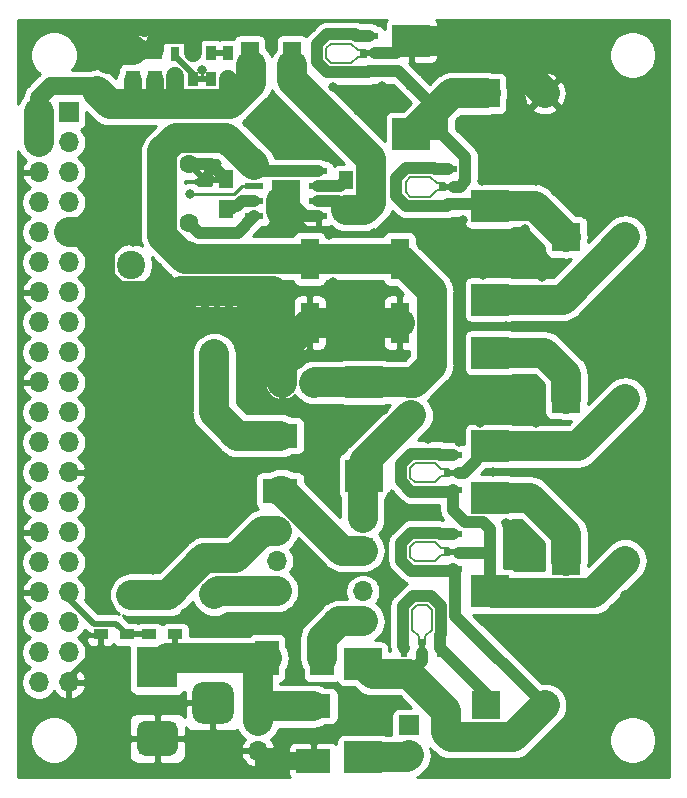
<source format=gtl>
%TF.GenerationSoftware,KiCad,Pcbnew,(5.1.6-0-10_14)*%
%TF.CreationDate,2021-03-02T15:41:43+09:00*%
%TF.ProjectId,qPCR-supercap,71504352-2d73-4757-9065-726361702e6b,rev?*%
%TF.SameCoordinates,Original*%
%TF.FileFunction,Copper,L1,Top*%
%TF.FilePolarity,Positive*%
%FSLAX46Y46*%
G04 Gerber Fmt 4.6, Leading zero omitted, Abs format (unit mm)*
G04 Created by KiCad (PCBNEW (5.1.6-0-10_14)) date 2021-03-02 15:41:43*
%MOMM*%
%LPD*%
G01*
G04 APERTURE LIST*
%TA.AperFunction,EtchedComponent*%
%ADD10C,0.152400*%
%TD*%
%TA.AperFunction,SMDPad,CuDef*%
%ADD11R,1.600000X3.500000*%
%TD*%
%TA.AperFunction,SMDPad,CuDef*%
%ADD12R,1.250000X1.500000*%
%TD*%
%TA.AperFunction,ComponentPad*%
%ADD13C,2.400000*%
%TD*%
%TA.AperFunction,ComponentPad*%
%ADD14R,2.400000X2.400000*%
%TD*%
%TA.AperFunction,SMDPad,CuDef*%
%ADD15R,0.750000X1.200000*%
%TD*%
%TA.AperFunction,ComponentPad*%
%ADD16C,1.600000*%
%TD*%
%TA.AperFunction,SMDPad,CuDef*%
%ADD17R,3.200000X2.700000*%
%TD*%
%TA.AperFunction,ComponentPad*%
%ADD18R,3.500000X3.500000*%
%TD*%
%TA.AperFunction,ComponentPad*%
%ADD19R,1.700000X1.700000*%
%TD*%
%TA.AperFunction,ComponentPad*%
%ADD20O,1.700000X1.700000*%
%TD*%
%TA.AperFunction,SMDPad,CuDef*%
%ADD21R,1.500000X4.000000*%
%TD*%
%TA.AperFunction,SMDPad,CuDef*%
%ADD22R,1.200000X0.900000*%
%TD*%
%TA.AperFunction,ComponentPad*%
%ADD23O,2.400000X2.400000*%
%TD*%
%TA.AperFunction,SMDPad,CuDef*%
%ADD24R,0.900000X1.200000*%
%TD*%
%TA.AperFunction,SMDPad,CuDef*%
%ADD25R,1.175000X1.175000*%
%TD*%
%TA.AperFunction,SMDPad,CuDef*%
%ADD26R,1.550000X0.600000*%
%TD*%
%TA.AperFunction,SMDPad,CuDef*%
%ADD27R,0.558800X1.524000*%
%TD*%
%TA.AperFunction,SMDPad,CuDef*%
%ADD28R,1.524000X0.558800*%
%TD*%
%TA.AperFunction,SMDPad,CuDef*%
%ADD29R,3.000000X2.000000*%
%TD*%
%TA.AperFunction,SMDPad,CuDef*%
%ADD30R,2.000000X3.000000*%
%TD*%
%TA.AperFunction,ViaPad*%
%ADD31C,0.800000*%
%TD*%
%TA.AperFunction,Conductor*%
%ADD32C,2.540000*%
%TD*%
%TA.AperFunction,Conductor*%
%ADD33C,1.016000*%
%TD*%
%TA.AperFunction,Conductor*%
%ADD34C,1.524000*%
%TD*%
%TA.AperFunction,Conductor*%
%ADD35C,0.508000*%
%TD*%
%TA.AperFunction,Conductor*%
%ADD36C,0.250000*%
%TD*%
%TA.AperFunction,Conductor*%
%ADD37C,0.254000*%
%TD*%
G04 APERTURE END LIST*
D10*
%TO.C,U1*%
X115120600Y-114022400D02*
X115120600Y-113349300D01*
X115120600Y-113349300D02*
X114574500Y-112803200D01*
X114574500Y-112803200D02*
X114574500Y-111107750D01*
X114574500Y-111107750D02*
X114974550Y-110707700D01*
X114974550Y-110707700D02*
X115825450Y-110707700D01*
X115825450Y-110707700D02*
X116225500Y-111107750D01*
X116225500Y-111107750D02*
X116225500Y-112803200D01*
X116225500Y-112803200D02*
X115679400Y-113349300D01*
X115679400Y-113349300D02*
X115679400Y-114022400D01*
X115679400Y-114022400D02*
X115120600Y-114022400D01*
%TO.C,U2*%
X117722400Y-105920600D02*
X117722400Y-106479400D01*
X117049300Y-105920600D02*
X117722400Y-105920600D01*
X116503200Y-105374500D02*
X117049300Y-105920600D01*
X114807750Y-105374500D02*
X116503200Y-105374500D01*
X114407700Y-105774550D02*
X114807750Y-105374500D01*
X114407700Y-106625450D02*
X114407700Y-105774550D01*
X114807750Y-107025500D02*
X114407700Y-106625450D01*
X116503200Y-107025500D02*
X114807750Y-107025500D01*
X117049300Y-106479400D02*
X116503200Y-107025500D01*
X117722400Y-106479400D02*
X117049300Y-106479400D01*
%TO.C,U3*%
X117722400Y-99779400D02*
X117049300Y-99779400D01*
X117049300Y-99779400D02*
X116503200Y-100325500D01*
X116503200Y-100325500D02*
X114807750Y-100325500D01*
X114807750Y-100325500D02*
X114407700Y-99925450D01*
X114407700Y-99925450D02*
X114407700Y-99074550D01*
X114407700Y-99074550D02*
X114807750Y-98674500D01*
X114807750Y-98674500D02*
X116503200Y-98674500D01*
X116503200Y-98674500D02*
X117049300Y-99220600D01*
X117049300Y-99220600D02*
X117722400Y-99220600D01*
X117722400Y-99220600D02*
X117722400Y-99779400D01*
%TO.C,U4*%
X117322400Y-75020600D02*
X117322400Y-75579400D01*
X116649300Y-75020600D02*
X117322400Y-75020600D01*
X116103200Y-74474500D02*
X116649300Y-75020600D01*
X114407750Y-74474500D02*
X116103200Y-74474500D01*
X114007700Y-74874550D02*
X114407750Y-74474500D01*
X114007700Y-75725450D02*
X114007700Y-74874550D01*
X114407750Y-76125500D02*
X114007700Y-75725450D01*
X116103200Y-76125500D02*
X114407750Y-76125500D01*
X116649300Y-75579400D02*
X116103200Y-76125500D01*
X117322400Y-75579400D02*
X116649300Y-75579400D01*
%TO.C,U5*%
X110622400Y-64279400D02*
X109949300Y-64279400D01*
X109949300Y-64279400D02*
X109403200Y-64825500D01*
X109403200Y-64825500D02*
X107707750Y-64825500D01*
X107707750Y-64825500D02*
X107307700Y-64425450D01*
X107307700Y-64425450D02*
X107307700Y-63574550D01*
X107307700Y-63574550D02*
X107707750Y-63174500D01*
X107707750Y-63174500D02*
X109403200Y-63174500D01*
X109403200Y-63174500D02*
X109949300Y-63720600D01*
X109949300Y-63720600D02*
X110622400Y-63720600D01*
X110622400Y-63720600D02*
X110622400Y-64279400D01*
%TD*%
D11*
%TO.P,C1,1*%
%TO.N,12V_BD_VIN*%
X113500000Y-81400000D03*
%TO.P,C1,2*%
%TO.N,GND*%
X113500000Y-86800000D03*
%TD*%
%TO.P,C2,2*%
%TO.N,GND*%
X105900000Y-86800000D03*
%TO.P,C2,1*%
%TO.N,12V_BD_VIN*%
X105900000Y-81400000D03*
%TD*%
D12*
%TO.P,C3,2*%
%TO.N,GND*%
X101000000Y-84150000D03*
%TO.P,C3,1*%
%TO.N,12V_BD_VIN*%
X101000000Y-81650000D03*
%TD*%
%TO.P,C4,1*%
%TO.N,12V_BD_VIN*%
X99000000Y-81650000D03*
%TO.P,C4,2*%
%TO.N,GND*%
X99000000Y-84150000D03*
%TD*%
D13*
%TO.P,C6,2*%
%TO.N,Net-(C6-Pad2)*%
X125800000Y-119200000D03*
D14*
%TO.P,C6,1*%
%TO.N,Net-(C6-Pad1)*%
X120800000Y-119200000D03*
%TD*%
%TO.P,C7,1*%
%TO.N,Net-(C6-Pad2)*%
X127600000Y-106950000D03*
D13*
%TO.P,C7,2*%
%TO.N,Net-(C7-Pad2)*%
X132600000Y-106950000D03*
%TD*%
%TO.P,C8,2*%
%TO.N,Net-(C8-Pad2)*%
X132600000Y-93250000D03*
D14*
%TO.P,C8,1*%
%TO.N,Net-(C7-Pad2)*%
X127600000Y-93250000D03*
%TD*%
%TO.P,C9,1*%
%TO.N,Net-(C8-Pad2)*%
X127600000Y-79550000D03*
D13*
%TO.P,C9,2*%
%TO.N,Net-(C10-Pad1)*%
X132600000Y-79550000D03*
%TD*%
%TO.P,C10,2*%
%TO.N,GND*%
X125800000Y-67400000D03*
D14*
%TO.P,C10,1*%
%TO.N,Net-(C10-Pad1)*%
X120800000Y-67400000D03*
%TD*%
D12*
%TO.P,C5,2*%
%TO.N,GND*%
X97000000Y-84150000D03*
%TO.P,C5,1*%
%TO.N,12V_BD_VIN*%
X97000000Y-81650000D03*
%TD*%
D15*
%TO.P,C11,1*%
%TO.N,12V_BD_VIN*%
X95300000Y-81950000D03*
%TO.P,C11,2*%
%TO.N,GND*%
X95300000Y-83850000D03*
%TD*%
D16*
%TO.P,C12,2*%
%TO.N,GND*%
X95700000Y-73400000D03*
%TO.P,C12,1*%
%TO.N,Net-(C12-Pad1)*%
X95700000Y-78400000D03*
%TD*%
D12*
%TO.P,C13,2*%
%TO.N,GND*%
X98800000Y-74650000D03*
%TO.P,C13,1*%
%TO.N,Net-(C13-Pad1)*%
X98800000Y-77150000D03*
%TD*%
%TO.P,C14,1*%
%TO.N,/BD_BOOT*%
X109000000Y-74750000D03*
%TO.P,C14,2*%
%TO.N,/BD_SW*%
X109000000Y-77250000D03*
%TD*%
D15*
%TO.P,C15,2*%
%TO.N,/BD_FB*%
X94500000Y-64050000D03*
%TO.P,C15,1*%
%TO.N,5V*%
X94500000Y-65950000D03*
%TD*%
D12*
%TO.P,C16,1*%
%TO.N,5V*%
X92800000Y-66250000D03*
%TO.P,C16,2*%
%TO.N,GND*%
X92800000Y-63750000D03*
%TD*%
%TO.P,C17,2*%
%TO.N,GND*%
X90900000Y-63750000D03*
%TO.P,C17,1*%
%TO.N,5V*%
X90900000Y-66250000D03*
%TD*%
D17*
%TO.P,F1,2*%
%TO.N,Net-(F1-Pad2)*%
X110500000Y-99750000D03*
%TO.P,F1,1*%
%TO.N,12V_BD_VIN*%
X110500000Y-91850000D03*
%TD*%
D18*
%TO.P,J1,1*%
%TO.N,VIN*%
X93000000Y-116000000D03*
%TO.P,J1,2*%
%TO.N,GND*%
%TA.AperFunction,ComponentPad*%
G36*
G01*
X94000000Y-123500000D02*
X92000000Y-123500000D01*
G75*
G02*
X91250000Y-122750000I0J750000D01*
G01*
X91250000Y-121250000D01*
G75*
G02*
X92000000Y-120500000I750000J0D01*
G01*
X94000000Y-120500000D01*
G75*
G02*
X94750000Y-121250000I0J-750000D01*
G01*
X94750000Y-122750000D01*
G75*
G02*
X94000000Y-123500000I-750000J0D01*
G01*
G37*
%TD.AperFunction*%
%TO.P,J1,3*%
%TA.AperFunction,ComponentPad*%
G36*
G01*
X98575000Y-120750000D02*
X96825000Y-120750000D01*
G75*
G02*
X95950000Y-119875000I0J875000D01*
G01*
X95950000Y-118125000D01*
G75*
G02*
X96825000Y-117250000I875000J0D01*
G01*
X98575000Y-117250000D01*
G75*
G02*
X99450000Y-118125000I0J-875000D01*
G01*
X99450000Y-119875000D01*
G75*
G02*
X98575000Y-120750000I-875000J0D01*
G01*
G37*
%TD.AperFunction*%
%TD*%
D19*
%TO.P,J2,1*%
%TO.N,VIN*%
X101500000Y-120500000D03*
D20*
%TO.P,J2,2*%
%TO.N,GND*%
X101500000Y-123040000D03*
%TD*%
D19*
%TO.P,J3,1*%
%TO.N,12V_BD_VIN*%
X106100000Y-91900000D03*
D20*
%TO.P,J3,2*%
%TO.N,GND*%
X103560000Y-91900000D03*
%TD*%
D19*
%TO.P,J4,1*%
%TO.N,Net-(D2-Pad1)*%
X110400000Y-112100000D03*
D20*
%TO.P,J4,2*%
%TO.N,Net-(D3-Pad1)*%
X110400000Y-109560000D03*
%TD*%
%TO.P,J7,2*%
%TO.N,Net-(F1-Pad2)*%
X110400000Y-103360000D03*
D19*
%TO.P,J7,1*%
%TO.N,Net-(D3-Pad1)*%
X110400000Y-105900000D03*
%TD*%
D20*
%TO.P,J6,2*%
%TO.N,Net-(J6-Pad2)*%
X114300000Y-123440000D03*
D19*
%TO.P,J6,1*%
%TO.N,Net-(C6-Pad1)*%
X114300000Y-120900000D03*
%TD*%
D20*
%TO.P,J8,2*%
%TO.N,Net-(F1-Pad2)*%
X114500000Y-94640000D03*
D19*
%TO.P,J8,1*%
%TO.N,12V_BD_VIN*%
X114500000Y-92100000D03*
%TD*%
D21*
%TO.P,L1,2*%
%TO.N,5V*%
X100800000Y-65000000D03*
%TO.P,L1,1*%
%TO.N,/BD_SW*%
X104400000Y-65000000D03*
%TD*%
D22*
%TO.P,R1,1*%
%TO.N,VIN*%
X94500000Y-113200000D03*
%TO.P,R1,2*%
%TO.N,VIN_SENSE*%
X92300000Y-113200000D03*
%TD*%
%TO.P,R2,2*%
%TO.N,GND*%
X88200000Y-113200000D03*
%TO.P,R2,1*%
%TO.N,VIN_SENSE*%
X90400000Y-113200000D03*
%TD*%
D23*
%TO.P,R3,2*%
%TO.N,Net-(JP1-Pad3)*%
X90800000Y-109840000D03*
D13*
%TO.P,R3,1*%
%TO.N,Net-(C6-Pad1)*%
X90800000Y-81900000D03*
%TD*%
D23*
%TO.P,R4,2*%
%TO.N,Net-(JP1-Pad1)*%
X97800000Y-109820000D03*
D13*
%TO.P,R4,1*%
%TO.N,Net-(C6-Pad1)*%
X97800000Y-89500000D03*
%TD*%
D17*
%TO.P,R5,1*%
%TO.N,Net-(J6-Pad2)*%
X110400000Y-123600000D03*
%TO.P,R5,2*%
%TO.N,Net-(C6-Pad2)*%
X110400000Y-115700000D03*
%TD*%
%TO.P,R6,2*%
%TO.N,Net-(C6-Pad2)*%
X121200000Y-101650000D03*
%TO.P,R6,1*%
%TO.N,Net-(C7-Pad2)*%
X121200000Y-109550000D03*
%TD*%
%TO.P,R7,1*%
%TO.N,Net-(C8-Pad2)*%
X121200000Y-97250000D03*
%TO.P,R7,2*%
%TO.N,Net-(C7-Pad2)*%
X121200000Y-89350000D03*
%TD*%
%TO.P,R9,2*%
%TO.N,Net-(C10-Pad1)*%
X114500000Y-70850000D03*
%TO.P,R9,1*%
%TO.N,GND*%
X114500000Y-62950000D03*
%TD*%
D24*
%TO.P,R10,1*%
%TO.N,5V*%
X99000000Y-66200000D03*
%TO.P,R10,2*%
%TO.N,Net-(R10-Pad2)*%
X99000000Y-64000000D03*
%TD*%
%TO.P,R11,1*%
%TO.N,Net-(R10-Pad2)*%
X97500000Y-64000000D03*
%TO.P,R11,2*%
%TO.N,/BD_FB*%
X97500000Y-66200000D03*
%TD*%
%TO.P,R12,2*%
%TO.N,GND*%
X96000000Y-64000000D03*
%TO.P,R12,1*%
%TO.N,/BD_FB*%
X96000000Y-66200000D03*
%TD*%
D25*
%TO.P,U6,9*%
%TO.N,GND*%
X103312500Y-75312500D03*
X103312500Y-76487500D03*
X104487500Y-75312500D03*
X104487500Y-76487500D03*
D26*
%TO.P,U6,8*%
%TO.N,12V_BD_VIN*%
X106600000Y-73995000D03*
%TO.P,U6,7*%
%TO.N,/BD_BOOT*%
X106600000Y-75265000D03*
%TO.P,U6,6*%
%TO.N,/BD_SW*%
X106600000Y-76535000D03*
%TO.P,U6,5*%
%TO.N,GND*%
X106600000Y-77805000D03*
%TO.P,U6,4*%
%TO.N,Net-(C12-Pad1)*%
X101200000Y-77805000D03*
%TO.P,U6,3*%
%TO.N,Net-(C13-Pad1)*%
X101200000Y-76535000D03*
%TO.P,U6,2*%
%TO.N,/BD_FB*%
X101200000Y-75265000D03*
%TO.P,U6,1*%
%TO.N,12V_BD_VIN*%
X101200000Y-73995000D03*
%TD*%
D27*
%TO.P,U1,3*%
%TO.N,Net-(C6-Pad1)*%
X116900124Y-114314500D03*
%TO.P,U1,2*%
%TO.N,Net-(C6-Pad2)*%
X115400000Y-114314500D03*
%TO.P,U1,1*%
%TO.N,Net-(C6-Pad1)*%
X113899876Y-114314500D03*
%TD*%
D28*
%TO.P,U2,1*%
%TO.N,Net-(C6-Pad2)*%
X118014500Y-107700124D03*
%TO.P,U2,2*%
%TO.N,Net-(C7-Pad2)*%
X118014500Y-106200000D03*
%TO.P,U2,3*%
%TO.N,Net-(C6-Pad2)*%
X118014500Y-104699876D03*
%TD*%
%TO.P,U3,3*%
%TO.N,Net-(C7-Pad2)*%
X118014500Y-97999876D03*
%TO.P,U3,2*%
%TO.N,Net-(C8-Pad2)*%
X118014500Y-99500000D03*
%TO.P,U3,1*%
%TO.N,Net-(C7-Pad2)*%
X118014500Y-101000124D03*
%TD*%
%TO.P,U4,1*%
%TO.N,Net-(C8-Pad2)*%
X117614500Y-76800124D03*
%TO.P,U4,2*%
%TO.N,Net-(C10-Pad1)*%
X117614500Y-75300000D03*
%TO.P,U4,3*%
%TO.N,Net-(C8-Pad2)*%
X117614500Y-73799876D03*
%TD*%
%TO.P,U5,3*%
%TO.N,Net-(C10-Pad1)*%
X110914500Y-62499876D03*
%TO.P,U5,2*%
%TO.N,GND*%
X110914500Y-64000000D03*
%TO.P,U5,1*%
%TO.N,Net-(C10-Pad1)*%
X110914500Y-65500124D03*
%TD*%
D17*
%TO.P,R8,2*%
%TO.N,Net-(C8-Pad2)*%
X121200000Y-76950000D03*
%TO.P,R8,1*%
%TO.N,Net-(C10-Pad1)*%
X121200000Y-84850000D03*
%TD*%
D20*
%TO.P,J9,40*%
%TO.N,N/C*%
X82960000Y-117260000D03*
%TO.P,J9,39*%
%TO.N,GND*%
X85500000Y-117260000D03*
%TO.P,J9,26*%
%TO.N,N/C*%
X82960000Y-99480000D03*
%TO.P,J9,25*%
%TO.N,GND*%
X85500000Y-99480000D03*
%TO.P,J9,22*%
%TO.N,N/C*%
X82960000Y-94400000D03*
%TO.P,J9,21*%
X85500000Y-94400000D03*
%TO.P,J9,30*%
%TO.N,GND*%
X82960000Y-104560000D03*
%TO.P,J9,29*%
%TO.N,N/C*%
X85500000Y-104560000D03*
%TO.P,J9,8*%
X82960000Y-76620000D03*
%TO.P,J9,7*%
X85500000Y-76620000D03*
%TO.P,J9,32*%
X82960000Y-107100000D03*
%TO.P,J9,31*%
X85500000Y-107100000D03*
%TO.P,J9,18*%
X82960000Y-89320000D03*
%TO.P,J9,17*%
X85500000Y-89320000D03*
%TO.P,J9,36*%
X82960000Y-112180000D03*
%TO.P,J9,35*%
X85500000Y-112180000D03*
%TO.P,J9,34*%
%TO.N,GND*%
X82960000Y-109640000D03*
%TO.P,J9,33*%
%TO.N,VIN_SENSE*%
X85500000Y-109640000D03*
%TO.P,J9,38*%
%TO.N,N/C*%
X82960000Y-114720000D03*
%TO.P,J9,37*%
X85500000Y-114720000D03*
%TO.P,J9,20*%
%TO.N,GND*%
X82960000Y-91860000D03*
%TO.P,J9,19*%
%TO.N,N/C*%
X85500000Y-91860000D03*
%TO.P,J9,10*%
X82960000Y-79160000D03*
%TO.P,J9,9*%
%TO.N,GND*%
X85500000Y-79160000D03*
%TO.P,J9,14*%
X82960000Y-84240000D03*
%TO.P,J9,13*%
%TO.N,N/C*%
X85500000Y-84240000D03*
%TO.P,J9,28*%
X82960000Y-102020000D03*
%TO.P,J9,27*%
X85500000Y-102020000D03*
%TO.P,J9,12*%
X82960000Y-81700000D03*
%TO.P,J9,11*%
X85500000Y-81700000D03*
%TO.P,J9,24*%
X82960000Y-96940000D03*
%TO.P,J9,23*%
X85500000Y-96940000D03*
D19*
%TO.P,J9,1*%
X85500000Y-69000000D03*
D20*
%TO.P,J9,2*%
%TO.N,5V*%
X82960000Y-69000000D03*
%TO.P,J9,5*%
%TO.N,N/C*%
X85500000Y-74080000D03*
%TO.P,J9,4*%
%TO.N,5V*%
X82960000Y-71540000D03*
%TO.P,J9,16*%
%TO.N,N/C*%
X82960000Y-86780000D03*
%TO.P,J9,15*%
X85500000Y-86780000D03*
%TO.P,J9,3*%
X85500000Y-71540000D03*
%TO.P,J9,6*%
%TO.N,GND*%
X82960000Y-74080000D03*
%TD*%
D29*
%TO.P,D1,2*%
%TO.N,GND*%
X106200000Y-123925000D03*
%TO.P,D1,1*%
%TO.N,VIN*%
X106200000Y-119275000D03*
%TD*%
D30*
%TO.P,D2,1*%
%TO.N,Net-(D2-Pad1)*%
X106925000Y-115200000D03*
%TO.P,D2,2*%
%TO.N,VIN*%
X102275000Y-115200000D03*
%TD*%
D29*
%TO.P,D3,2*%
%TO.N,Net-(C6-Pad1)*%
X103400000Y-96375000D03*
%TO.P,D3,1*%
%TO.N,Net-(D3-Pad1)*%
X103400000Y-101025000D03*
%TD*%
D20*
%TO.P,JP1,3*%
%TO.N,Net-(JP1-Pad3)*%
X103100000Y-104420000D03*
%TO.P,JP1,2*%
%TO.N,Net-(D3-Pad1)*%
X103100000Y-106960000D03*
D19*
%TO.P,JP1,1*%
%TO.N,Net-(JP1-Pad1)*%
X103100000Y-109500000D03*
%TD*%
D31*
%TO.N,GND*%
X102750000Y-84150000D03*
X103900000Y-77800000D03*
X89400000Y-64700000D03*
X87500000Y-62100000D03*
X81800000Y-66000000D03*
X87350000Y-69900000D03*
X91650000Y-70950000D03*
X100600000Y-69900000D03*
X106450000Y-71950000D03*
X103700000Y-69000000D03*
X102350000Y-71400000D03*
X102650000Y-63100000D03*
X97750000Y-62250000D03*
X91500000Y-61650000D03*
X106100000Y-61900000D03*
X107900000Y-66850000D03*
X109950000Y-68850000D03*
X112050000Y-66750000D03*
X118600000Y-69750000D03*
X120500000Y-74850000D03*
X122800000Y-72050000D03*
X120600000Y-71800000D03*
X125050000Y-74850000D03*
X129350000Y-72200000D03*
X127750000Y-70350000D03*
X126600000Y-64650000D03*
X123500000Y-62100000D03*
X129400000Y-62550000D03*
X135050000Y-66950000D03*
X131150000Y-68450000D03*
X134650000Y-71750000D03*
X132250000Y-74950000D03*
X135500000Y-76450000D03*
X133200000Y-82400000D03*
X131650000Y-84900000D03*
X135300000Y-87150000D03*
X133600000Y-96350000D03*
X132000000Y-97800000D03*
X135200000Y-101100000D03*
X135450000Y-98100000D03*
X135900000Y-93250000D03*
X135600000Y-80550000D03*
X135900000Y-106650000D03*
X132600000Y-109900000D03*
X129600000Y-112650000D03*
X129900000Y-116450000D03*
X128050000Y-121950000D03*
X123200000Y-124500000D03*
X118050000Y-124100000D03*
X129850000Y-124300000D03*
X131650000Y-118950000D03*
X134150000Y-114850000D03*
X135050000Y-118500000D03*
X135600000Y-124200000D03*
X135400000Y-62100000D03*
X82200000Y-61850000D03*
X81950000Y-124500000D03*
X81900000Y-120400000D03*
X85650000Y-119450000D03*
X87500000Y-123950000D03*
X92850000Y-124900000D03*
X98650000Y-125000000D03*
X94700000Y-119100000D03*
X90500000Y-119300000D03*
X88150000Y-117300000D03*
X89700000Y-114800000D03*
X96700000Y-113100000D03*
X95350000Y-111400000D03*
X99400000Y-112900000D03*
X88300000Y-108600000D03*
X88300000Y-104250000D03*
X88400000Y-99250000D03*
X88350000Y-92900000D03*
X88300000Y-86950000D03*
X90300000Y-89950000D03*
X90300000Y-95700000D03*
X90050000Y-101850000D03*
X90000000Y-106450000D03*
X92750000Y-104400000D03*
X95600000Y-105250000D03*
X92650000Y-107750000D03*
X95350000Y-100950000D03*
X92650000Y-98700000D03*
X95500000Y-96000000D03*
X95550000Y-91650000D03*
X92600000Y-92950000D03*
X93100000Y-86750000D03*
X96750000Y-87350000D03*
X100150000Y-88950000D03*
X100200000Y-93500000D03*
X103500000Y-94100000D03*
X106100000Y-89750000D03*
X113850000Y-89550000D03*
X110000000Y-89150000D03*
X112100000Y-84400000D03*
X107850000Y-83400000D03*
X109400000Y-84750000D03*
X103850000Y-86100000D03*
X93050000Y-82100000D03*
X90900000Y-79950000D03*
X87900000Y-77100000D03*
X91150000Y-74300000D03*
X87400000Y-73100000D03*
X89450000Y-75300000D03*
X89350000Y-71650000D03*
X107500000Y-79350000D03*
X111350000Y-79250000D03*
X113000000Y-77900000D03*
X115400000Y-80350000D03*
X118850000Y-78100000D03*
X118450000Y-82100000D03*
X116350000Y-78600000D03*
X125550000Y-82900000D03*
X124100000Y-78850000D03*
X122850000Y-81600000D03*
X120600000Y-82750000D03*
X118550000Y-85550000D03*
X118550000Y-89600000D03*
X122500000Y-87050000D03*
X128200000Y-88250000D03*
X130300000Y-91900000D03*
X124900000Y-91550000D03*
X125050000Y-95300000D03*
X123000000Y-93300000D03*
X120500000Y-91650000D03*
X120300000Y-95300000D03*
X115900000Y-96650000D03*
X118550000Y-96900000D03*
X117100000Y-94050000D03*
X112150000Y-94200000D03*
X107000000Y-94250000D03*
X108150000Y-98150000D03*
X105500000Y-98600000D03*
X108150000Y-102250000D03*
X112800000Y-101500000D03*
X116650000Y-103050000D03*
X112550000Y-104500000D03*
X122500000Y-103750000D03*
X125350000Y-105550000D03*
X123300000Y-107200000D03*
X121400000Y-99450000D03*
X126150000Y-99650000D03*
X129250000Y-102900000D03*
X130450000Y-105300000D03*
X105100000Y-112400000D03*
X105450000Y-111000000D03*
%TO.N,/BD_FB*%
X95800000Y-75900000D03*
X96800000Y-65400000D03*
%TO.N,5V*%
X87900000Y-67200000D03*
%TD*%
D32*
%TO.N,12V_BD_VIN*%
X106350010Y-91850000D02*
X106300010Y-91900000D01*
X110500000Y-91850000D02*
X106350010Y-91850000D01*
X113500000Y-81400000D02*
X105900000Y-81400000D01*
X114250000Y-91850000D02*
X110500000Y-91850000D01*
X114299991Y-91899991D02*
X114250000Y-91850000D01*
X116240010Y-90359990D02*
X114700009Y-91899991D01*
X114700009Y-91899991D02*
X114299991Y-91899991D01*
X116240010Y-84140010D02*
X116240010Y-90359990D01*
X113500000Y-81400000D02*
X116240010Y-84140010D01*
X105900000Y-81400000D02*
X105900000Y-81500000D01*
X101009990Y-81400000D02*
X101000000Y-81409990D01*
X102700000Y-81400000D02*
X95850000Y-81400000D01*
X95850000Y-81400000D02*
X95600000Y-81150000D01*
X105900000Y-81400000D02*
X102700000Y-81400000D01*
X102700000Y-81400000D02*
X101009990Y-81400000D01*
D33*
X101200000Y-73995000D02*
X106600000Y-73995000D01*
D32*
X98835000Y-71129999D02*
X101200000Y-73494999D01*
X95340398Y-81400000D02*
X93429999Y-79489601D01*
X94610399Y-71129999D02*
X98835000Y-71129999D01*
X93429999Y-72310399D02*
X94610399Y-71129999D01*
X93429999Y-79489601D02*
X93429999Y-72310399D01*
X95850000Y-81400000D02*
X95340398Y-81400000D01*
D34*
%TO.N,GND*%
X102385000Y-123925000D02*
X101500000Y-123040000D01*
X106200000Y-123925000D02*
X102385000Y-123925000D01*
D35*
X88200000Y-114158000D02*
X85500000Y-116858000D01*
X85500000Y-116858000D02*
X85500000Y-117260000D01*
X88200000Y-113200000D02*
X88200000Y-114158000D01*
D32*
X125800000Y-67400000D02*
X121400000Y-63000000D01*
X114550000Y-63000000D02*
X114500000Y-62950000D01*
X121400000Y-63000000D02*
X114550000Y-63000000D01*
D33*
X114500000Y-62950000D02*
X114250000Y-62950000D01*
X113200000Y-64000000D02*
X111406610Y-64000000D01*
X114250000Y-62950000D02*
X113200000Y-64000000D01*
D32*
X113500000Y-86800000D02*
X105900000Y-86800000D01*
X103560000Y-89140000D02*
X103560000Y-91900000D01*
X105900000Y-86800000D02*
X103560000Y-89140000D01*
X101000000Y-86580000D02*
X103560000Y-89140000D01*
X101000000Y-84150000D02*
X101000000Y-86580000D01*
X99000000Y-84150000D02*
X101000000Y-84150000D01*
X97000000Y-84150000D02*
X99000000Y-84150000D01*
D34*
X90900000Y-63750000D02*
X92800000Y-63750000D01*
X92800000Y-63043398D02*
X92800000Y-63750000D01*
X93355399Y-62487999D02*
X92800000Y-63043398D01*
X95644601Y-62487999D02*
X93355399Y-62487999D01*
X96000000Y-62843398D02*
X95644601Y-62487999D01*
X96000000Y-64000000D02*
X96000000Y-62843398D01*
D33*
X104487500Y-76771902D02*
X104487500Y-76487500D01*
X105520598Y-77805000D02*
X104487500Y-76771902D01*
X106600000Y-77805000D02*
X105520598Y-77805000D01*
X97550000Y-73400000D02*
X98800000Y-74650000D01*
X95700000Y-73400000D02*
X97550000Y-73400000D01*
D32*
X102759990Y-84140010D02*
X102800000Y-84140010D01*
X101000000Y-84150000D02*
X102750000Y-84150000D01*
X102759990Y-84140010D02*
X102750000Y-84150000D01*
X103445001Y-77345001D02*
X103445001Y-76487500D01*
X103900000Y-77800000D02*
X103445001Y-77345001D01*
X95600000Y-84150000D02*
X97000000Y-84150000D01*
X95009990Y-84140010D02*
X95590010Y-84140010D01*
X94579999Y-84570001D02*
X95009990Y-84140010D01*
X95590010Y-84140010D02*
X95600000Y-84150000D01*
X89518399Y-84570001D02*
X94579999Y-84570001D01*
X88129999Y-83181601D02*
X89518399Y-84570001D01*
X88129999Y-80587918D02*
X88129999Y-83181601D01*
X86702081Y-79160000D02*
X88129999Y-80587918D01*
X85500000Y-79160000D02*
X86702081Y-79160000D01*
X88804999Y-64323999D02*
X88804999Y-64459991D01*
X89378998Y-63750000D02*
X88804999Y-64323999D01*
X90900000Y-63750000D02*
X89378998Y-63750000D01*
D35*
X103312500Y-75312500D02*
X104487500Y-75312500D01*
D32*
%TO.N,Net-(C6-Pad2)*%
X127600000Y-106950000D02*
X127600000Y-104700000D01*
X124550000Y-101650000D02*
X121300000Y-101650000D01*
X127600000Y-104700000D02*
X124550000Y-101650000D01*
D33*
X113623491Y-106950281D02*
X114482920Y-107809710D01*
X113623490Y-105449720D02*
X113623491Y-106950281D01*
X114482919Y-104590291D02*
X113623490Y-105449720D01*
X116828030Y-104590290D02*
X114482919Y-104590291D01*
X117904914Y-107809710D02*
X118014500Y-107700124D01*
X114482920Y-107809710D02*
X117904914Y-107809710D01*
X116937616Y-104699876D02*
X116828030Y-104590290D01*
X118014500Y-104699876D02*
X116937616Y-104699876D01*
X110400000Y-115700000D02*
X110484501Y-115784501D01*
X118014500Y-107700124D02*
X118225717Y-107911341D01*
X118225717Y-111625717D02*
X125800000Y-119200000D01*
X118225717Y-107911341D02*
X118225717Y-111625717D01*
D32*
X111246501Y-116546501D02*
X114292503Y-116546501D01*
X114292503Y-116546501D02*
X117400000Y-119653998D01*
X110400000Y-115700000D02*
X111246501Y-116546501D01*
X117400000Y-119653998D02*
X117400000Y-121450000D01*
X123129999Y-121870001D02*
X125800000Y-119200000D01*
X117820001Y-121870001D02*
X123129999Y-121870001D01*
X117400000Y-121450000D02*
X117820001Y-121870001D01*
D33*
X115400000Y-115439004D02*
X115400000Y-114806610D01*
X114292503Y-116546501D02*
X115400000Y-115439004D01*
D32*
%TO.N,Net-(C7-Pad2)*%
X127600000Y-93250000D02*
X127600000Y-91200000D01*
X125750000Y-89350000D02*
X120900000Y-89350000D01*
X127600000Y-91200000D02*
X125750000Y-89350000D01*
X121440010Y-109690010D02*
X129859990Y-109690010D01*
X129859990Y-109690010D02*
X132600000Y-106950000D01*
X121300000Y-109550000D02*
X121440010Y-109690010D01*
D33*
X117904914Y-101109710D02*
X118014500Y-101000124D01*
X114482920Y-101109710D02*
X117904914Y-101109710D01*
X116828030Y-97890290D02*
X114482919Y-97890291D01*
X113623490Y-98749720D02*
X113623491Y-100250281D01*
X114482919Y-97890291D02*
X113623490Y-98749720D01*
X116937616Y-97999876D02*
X116828030Y-97890290D01*
X113623491Y-100250281D02*
X114482920Y-101109710D01*
X118014500Y-97999876D02*
X116937616Y-97999876D01*
X118014500Y-102688902D02*
X119033599Y-103708001D01*
X118014500Y-101000124D02*
X118014500Y-102688902D01*
X119033599Y-103708001D02*
X120608001Y-103708001D01*
X120608001Y-103708001D02*
X121200000Y-104300000D01*
X121200000Y-106300000D02*
X118506610Y-106300000D01*
X121200000Y-104300000D02*
X121200000Y-106300000D01*
X121200000Y-106300000D02*
X121200000Y-109550000D01*
D32*
%TO.N,Net-(C8-Pad2)*%
X127600000Y-79550000D02*
X124950000Y-76900000D01*
X121250000Y-76900000D02*
X121200000Y-76950000D01*
X124950000Y-76900000D02*
X121250000Y-76900000D01*
D33*
X117504914Y-76909710D02*
X117614500Y-76800124D01*
X114082920Y-76909710D02*
X117504914Y-76909710D01*
X113223491Y-76050281D02*
X114082920Y-76909710D01*
X113223490Y-74549720D02*
X113223491Y-76050281D01*
X116428030Y-73690290D02*
X114082919Y-73690291D01*
X116537616Y-73799876D02*
X116428030Y-73690290D01*
X114082919Y-73690291D02*
X113223490Y-74549720D01*
X117614500Y-73799876D02*
X116537616Y-73799876D01*
X121050124Y-76800124D02*
X121200000Y-76950000D01*
X117614500Y-76800124D02*
X121050124Y-76800124D01*
D32*
X128600000Y-97250000D02*
X132600000Y-93250000D01*
X120900000Y-97250000D02*
X128600000Y-97250000D01*
D33*
X118950000Y-99500000D02*
X118506610Y-99500000D01*
X121200000Y-97250000D02*
X118950000Y-99500000D01*
%TO.N,Net-(C12-Pad1)*%
X99805001Y-79199999D02*
X96499999Y-79199999D01*
X96499999Y-79199999D02*
X95700000Y-78400000D01*
X101200000Y-77805000D02*
X99805001Y-79199999D01*
%TO.N,Net-(C13-Pad1)*%
X98800000Y-77150000D02*
X98850000Y-77200000D01*
X99716999Y-76938599D02*
X100120598Y-76535000D01*
X99461401Y-76938599D02*
X99716999Y-76938599D01*
X100120598Y-76535000D02*
X101200000Y-76535000D01*
X99250000Y-77150000D02*
X99461401Y-76938599D01*
X98800000Y-77150000D02*
X99250000Y-77150000D01*
%TO.N,/BD_BOOT*%
X108485000Y-75265000D02*
X109000000Y-74750000D01*
X106600000Y-75265000D02*
X108485000Y-75265000D01*
%TO.N,/BD_SW*%
X108285000Y-76535000D02*
X109000000Y-77250000D01*
X106600000Y-76535000D02*
X108285000Y-76535000D01*
D32*
X104400000Y-66250000D02*
X104400000Y-65000000D01*
X111095001Y-72945001D02*
X104400000Y-66250000D01*
X111095001Y-76676001D02*
X111095001Y-72945001D01*
X110521002Y-77250000D02*
X111095001Y-76676001D01*
X109000000Y-77250000D02*
X110521002Y-77250000D01*
D35*
%TO.N,/BD_FB*%
X94500000Y-64230304D02*
X94500000Y-64050000D01*
X96000000Y-65730304D02*
X94500000Y-64230304D01*
X96000000Y-66200000D02*
X96000000Y-65730304D01*
D36*
X100145002Y-75265000D02*
X99510002Y-75900000D01*
X99510002Y-75900000D02*
X95800000Y-75900000D01*
X101200000Y-75265000D02*
X100145002Y-75265000D01*
X96800000Y-66100000D02*
X96700000Y-66200000D01*
X96800000Y-65400000D02*
X96800000Y-66100000D01*
D35*
X96700000Y-66200000D02*
X96000000Y-66200000D01*
X97500000Y-66200000D02*
X96700000Y-66200000D01*
D32*
%TO.N,5V*%
X82960000Y-71540000D02*
X82960000Y-69000000D01*
D34*
X82960000Y-67797919D02*
X82960000Y-69000000D01*
X83957918Y-66800001D02*
X82960000Y-67797919D01*
X87500001Y-66800001D02*
X83957918Y-66800001D01*
X87900000Y-67200000D02*
X87500001Y-66800001D01*
D32*
X100920001Y-66476001D02*
X100920001Y-65000000D01*
X99126001Y-68270001D02*
X100920001Y-66476001D01*
X87900000Y-67200000D02*
X88970001Y-68270001D01*
D34*
X99000000Y-68144000D02*
X99126001Y-68270001D01*
X99000000Y-66200000D02*
X99000000Y-68144000D01*
X94500000Y-67600000D02*
X93829999Y-68270001D01*
D32*
X93829999Y-68270001D02*
X99126001Y-68270001D01*
D34*
X94500000Y-65950000D02*
X94500000Y-67600000D01*
X92800000Y-67240002D02*
X93829999Y-68270001D01*
X92800000Y-66250000D02*
X92800000Y-67240002D01*
X90900000Y-67700000D02*
X90329999Y-68270001D01*
X90900000Y-66250000D02*
X90900000Y-67700000D01*
D32*
X90329999Y-68270001D02*
X93829999Y-68270001D01*
X88970001Y-68270001D02*
X90329999Y-68270001D01*
D35*
%TO.N,VIN*%
X94500000Y-114500000D02*
X93000000Y-116000000D01*
X94500000Y-113200000D02*
X94500000Y-114500000D01*
D32*
X93800000Y-115200000D02*
X102275000Y-115200000D01*
X93000000Y-116000000D02*
X93800000Y-115200000D01*
X101500000Y-115975000D02*
X102275000Y-115200000D01*
X106200000Y-119275000D02*
X101825000Y-119275000D01*
X101500000Y-119600000D02*
X101500000Y-115975000D01*
X101825000Y-119275000D02*
X101500000Y-119600000D01*
X101500000Y-120500000D02*
X101500000Y-119600000D01*
%TO.N,Net-(D2-Pad1)*%
X106925000Y-113578998D02*
X108403998Y-112100000D01*
X108403998Y-112100000D02*
X110400000Y-112100000D01*
X106925000Y-115200000D02*
X106925000Y-113578998D01*
%TO.N,Net-(D3-Pad1)*%
X108654969Y-106100010D02*
X110400000Y-106100010D01*
X103579959Y-101025000D02*
X108654969Y-106100010D01*
X103400000Y-101025000D02*
X103579959Y-101025000D01*
%TO.N,Net-(F1-Pad2)*%
X110400000Y-99850000D02*
X110500000Y-99750000D01*
X110400000Y-103360000D02*
X110400000Y-99850000D01*
X110500000Y-98640000D02*
X114500000Y-94640000D01*
X110500000Y-99750000D02*
X110500000Y-98640000D01*
%TO.N,Net-(J6-Pad2)*%
X114140000Y-123600000D02*
X114300000Y-123440000D01*
X110400000Y-123600000D02*
X114140000Y-123600000D01*
D35*
%TO.N,VIN_SENSE*%
X90400000Y-113200000D02*
X89495999Y-112295999D01*
X89495999Y-112295999D02*
X87595999Y-112295999D01*
X85500000Y-110200000D02*
X85500000Y-109640000D01*
X87595999Y-112295999D02*
X85500000Y-110200000D01*
X90400000Y-113200000D02*
X92300000Y-113200000D01*
%TO.N,Net-(R10-Pad2)*%
X97500000Y-64000000D02*
X99000000Y-64000000D01*
D33*
%TO.N,Net-(C6-Pad1)*%
X113790290Y-114204914D02*
X113899876Y-114314500D01*
X114649719Y-109923491D02*
X113790290Y-110782920D01*
X117009710Y-113128030D02*
X117009709Y-110782919D01*
X113790290Y-110782920D02*
X113790290Y-114204914D01*
X116150280Y-109923490D02*
X114649719Y-109923491D01*
X116900124Y-113237616D02*
X117009710Y-113128030D01*
X117009709Y-110782919D02*
X116150280Y-109923490D01*
X116900124Y-114314500D02*
X116900124Y-113237616D01*
D32*
X103400000Y-96375000D02*
X99775000Y-96375000D01*
X97800000Y-94400000D02*
X97800000Y-89500000D01*
X99775000Y-96375000D02*
X97800000Y-94400000D01*
D33*
X120800000Y-119200000D02*
X120800000Y-118214376D01*
X120800000Y-118214376D02*
X116900124Y-114314500D01*
%TO.N,Net-(C10-Pad1)*%
X110804914Y-65609710D02*
X110914500Y-65500124D01*
X106523490Y-63249720D02*
X106523491Y-64750281D01*
X107382920Y-65609710D02*
X110804914Y-65609710D01*
X107382919Y-62390291D02*
X106523490Y-63249720D01*
X109728030Y-62390290D02*
X107382919Y-62390291D01*
X106523491Y-64750281D02*
X107382920Y-65609710D01*
X109837616Y-62499876D02*
X109728030Y-62390290D01*
X110914500Y-62499876D02*
X109837616Y-62499876D01*
X113400124Y-65500124D02*
X110914500Y-65500124D01*
X114500000Y-66600000D02*
X113400124Y-65500124D01*
X118625598Y-75300000D02*
X118106610Y-75300000D01*
D32*
X127300000Y-84850000D02*
X132600000Y-79550000D01*
X121200000Y-84850000D02*
X127300000Y-84850000D01*
X120800000Y-67400000D02*
X117950000Y-67400000D01*
D33*
X114500000Y-66600000D02*
X114500000Y-66650000D01*
X114500000Y-66600000D02*
X116625000Y-68725000D01*
D32*
X116625000Y-68725000D02*
X114500000Y-70850000D01*
X117950000Y-67400000D02*
X116625000Y-68725000D01*
D33*
X119084501Y-74841097D02*
X118625598Y-75300000D01*
X117116000Y-70850000D02*
X119084501Y-72818501D01*
X119084501Y-72818501D02*
X119084501Y-74841097D01*
X114500000Y-70850000D02*
X117116000Y-70850000D01*
X117116000Y-69216000D02*
X116625000Y-68725000D01*
X117116000Y-70850000D02*
X117116000Y-69216000D01*
D32*
%TO.N,Net-(JP1-Pad1)*%
X98120000Y-109500000D02*
X97800000Y-109820000D01*
X103100000Y-109500000D02*
X98120000Y-109500000D01*
%TO.N,Net-(JP1-Pad3)*%
X99557929Y-106759990D02*
X96985051Y-106759990D01*
X101897919Y-104420000D02*
X99557929Y-106759990D01*
X103100000Y-104420000D02*
X101897919Y-104420000D01*
X93905041Y-109840000D02*
X90800000Y-109840000D01*
X96985051Y-106759990D02*
X93905041Y-109840000D01*
%TD*%
D37*
%TO.N,GND*%
G36*
X136315000Y-125315000D02*
G01*
X114972642Y-125315000D01*
X115203482Y-125191613D01*
X115493556Y-124953556D01*
X115553218Y-124880857D01*
X115713210Y-124720866D01*
X115891613Y-124503482D01*
X116068505Y-124172539D01*
X116177435Y-123813445D01*
X116214217Y-123440001D01*
X116177435Y-123066556D01*
X116114629Y-122859513D01*
X116119139Y-122863214D01*
X116406784Y-123150860D01*
X116466445Y-123223557D01*
X116756519Y-123461614D01*
X117087462Y-123638507D01*
X117446556Y-123747437D01*
X117726419Y-123775001D01*
X117726420Y-123775001D01*
X117820000Y-123784218D01*
X117913580Y-123775001D01*
X123036419Y-123775001D01*
X123129999Y-123784218D01*
X123223579Y-123775001D01*
X123223581Y-123775001D01*
X123503444Y-123747437D01*
X123862538Y-123638507D01*
X124193481Y-123461614D01*
X124483555Y-123223557D01*
X124543219Y-123150856D01*
X125762043Y-121932032D01*
X131220000Y-121932032D01*
X131220000Y-122327968D01*
X131297243Y-122716296D01*
X131448761Y-123082092D01*
X131668731Y-123411301D01*
X131948699Y-123691269D01*
X132277908Y-123911239D01*
X132643704Y-124062757D01*
X133032032Y-124140000D01*
X133427968Y-124140000D01*
X133816296Y-124062757D01*
X134182092Y-123911239D01*
X134511301Y-123691269D01*
X134791269Y-123411301D01*
X135011239Y-123082092D01*
X135162757Y-122716296D01*
X135240000Y-122327968D01*
X135240000Y-121932032D01*
X135162757Y-121543704D01*
X135011239Y-121177908D01*
X134791269Y-120848699D01*
X134511301Y-120568731D01*
X134182092Y-120348761D01*
X133816296Y-120197243D01*
X133427968Y-120120000D01*
X133032032Y-120120000D01*
X132643704Y-120197243D01*
X132277908Y-120348761D01*
X131948699Y-120568731D01*
X131668731Y-120848699D01*
X131448761Y-121177908D01*
X131297243Y-121543704D01*
X131220000Y-121932032D01*
X125762043Y-121932032D01*
X127213211Y-120480866D01*
X127391613Y-120263482D01*
X127568506Y-119932540D01*
X127677435Y-119573445D01*
X127714217Y-119200000D01*
X127677435Y-118826555D01*
X127568506Y-118467461D01*
X127391613Y-118136518D01*
X127153556Y-117846444D01*
X126863482Y-117608387D01*
X126532539Y-117431494D01*
X126173445Y-117322565D01*
X125800000Y-117285783D01*
X125528928Y-117312482D01*
X119754517Y-111538072D01*
X120969732Y-111538072D01*
X121066565Y-111567446D01*
X121346428Y-111595010D01*
X121346430Y-111595010D01*
X121440009Y-111604227D01*
X121533589Y-111595010D01*
X129766410Y-111595010D01*
X129859990Y-111604227D01*
X129953570Y-111595010D01*
X129953572Y-111595010D01*
X130233435Y-111567446D01*
X130592529Y-111458516D01*
X130923472Y-111281623D01*
X131213546Y-111043566D01*
X131273210Y-110970865D01*
X134013210Y-108230867D01*
X134191613Y-108013483D01*
X134368505Y-107682540D01*
X134477435Y-107323446D01*
X134514217Y-106950001D01*
X134477435Y-106576556D01*
X134368505Y-106217461D01*
X134191613Y-105886518D01*
X133953555Y-105596445D01*
X133663482Y-105358387D01*
X133332539Y-105181495D01*
X132973444Y-105072565D01*
X132599999Y-105035783D01*
X132226554Y-105072565D01*
X131867460Y-105181495D01*
X131536517Y-105358387D01*
X131319133Y-105536790D01*
X129453468Y-107402456D01*
X129477436Y-107323445D01*
X129505000Y-107043582D01*
X129505000Y-104793571D01*
X129514216Y-104699999D01*
X129505000Y-104606427D01*
X129505000Y-104606418D01*
X129477436Y-104326555D01*
X129368506Y-103967461D01*
X129191613Y-103636518D01*
X128953556Y-103346444D01*
X128880866Y-103286789D01*
X125963220Y-100369145D01*
X125903556Y-100296444D01*
X125613482Y-100058387D01*
X125282539Y-99881494D01*
X124923445Y-99772564D01*
X124643582Y-99745000D01*
X124643580Y-99745000D01*
X124550000Y-99735783D01*
X124456420Y-99745000D01*
X123108728Y-99745000D01*
X123044180Y-99710498D01*
X122924482Y-99674188D01*
X122800000Y-99661928D01*
X120404517Y-99661928D01*
X120828373Y-99238072D01*
X122800000Y-99238072D01*
X122924482Y-99225812D01*
X123044180Y-99189502D01*
X123108728Y-99155000D01*
X128506420Y-99155000D01*
X128600000Y-99164217D01*
X128693580Y-99155000D01*
X128693582Y-99155000D01*
X128973445Y-99127436D01*
X129332539Y-99018506D01*
X129663482Y-98841613D01*
X129953556Y-98603556D01*
X130013220Y-98530855D01*
X134013210Y-94530867D01*
X134191613Y-94313483D01*
X134368505Y-93982540D01*
X134477435Y-93623446D01*
X134514217Y-93250001D01*
X134477435Y-92876556D01*
X134368505Y-92517461D01*
X134191613Y-92186518D01*
X133953555Y-91896445D01*
X133663482Y-91658387D01*
X133332539Y-91481495D01*
X132973444Y-91372565D01*
X132599999Y-91335783D01*
X132226554Y-91372565D01*
X131867460Y-91481495D01*
X131536517Y-91658387D01*
X131319133Y-91836790D01*
X129453468Y-93702455D01*
X129477436Y-93623445D01*
X129505000Y-93343582D01*
X129505000Y-91293579D01*
X129514217Y-91199999D01*
X129495092Y-91005820D01*
X129477436Y-90826555D01*
X129368506Y-90467461D01*
X129283474Y-90308378D01*
X129191613Y-90136517D01*
X129013210Y-89919133D01*
X128953556Y-89846444D01*
X128880865Y-89786788D01*
X127163220Y-88069144D01*
X127103556Y-87996444D01*
X126813482Y-87758387D01*
X126482539Y-87581494D01*
X126123445Y-87472564D01*
X125843582Y-87445000D01*
X125843580Y-87445000D01*
X125750000Y-87435783D01*
X125656420Y-87445000D01*
X123108728Y-87445000D01*
X123044180Y-87410498D01*
X122924482Y-87374188D01*
X122800000Y-87361928D01*
X119600000Y-87361928D01*
X119475518Y-87374188D01*
X119355820Y-87410498D01*
X119245506Y-87469463D01*
X119148815Y-87548815D01*
X119069463Y-87645506D01*
X119010498Y-87755820D01*
X118974188Y-87875518D01*
X118961928Y-88000000D01*
X118961928Y-90700000D01*
X118974188Y-90824482D01*
X119010498Y-90944180D01*
X119069463Y-91054494D01*
X119148815Y-91151185D01*
X119245506Y-91230537D01*
X119355820Y-91289502D01*
X119475518Y-91325812D01*
X119600000Y-91338072D01*
X122800000Y-91338072D01*
X122924482Y-91325812D01*
X123044180Y-91289502D01*
X123108728Y-91255000D01*
X124960924Y-91255000D01*
X125695001Y-91989077D01*
X125695000Y-93343581D01*
X125722564Y-93623444D01*
X125761928Y-93753210D01*
X125761928Y-94450000D01*
X125774188Y-94574482D01*
X125810498Y-94694180D01*
X125869463Y-94804494D01*
X125948815Y-94901185D01*
X126045506Y-94980537D01*
X126155820Y-95039502D01*
X126275518Y-95075812D01*
X126400000Y-95088072D01*
X127096789Y-95088072D01*
X127226555Y-95127436D01*
X127600000Y-95164217D01*
X127973444Y-95127436D01*
X128052457Y-95103468D01*
X127810925Y-95345000D01*
X123108728Y-95345000D01*
X123044180Y-95310498D01*
X122924482Y-95274188D01*
X122800000Y-95261928D01*
X119600000Y-95261928D01*
X119475518Y-95274188D01*
X119355820Y-95310498D01*
X119245506Y-95369463D01*
X119148815Y-95448815D01*
X119069463Y-95545506D01*
X119010498Y-95655820D01*
X118974188Y-95775518D01*
X118961928Y-95900000D01*
X118961928Y-97113152D01*
X118900982Y-97094664D01*
X118776500Y-97082404D01*
X118698278Y-97082404D01*
X118652589Y-97044908D01*
X118454023Y-96938773D01*
X118238567Y-96873415D01*
X118070646Y-96856876D01*
X117319355Y-96856876D01*
X117267552Y-96829187D01*
X117117455Y-96783655D01*
X117052097Y-96763829D01*
X117029429Y-96761596D01*
X116884175Y-96747290D01*
X116884169Y-96747290D01*
X116828030Y-96741761D01*
X116771890Y-96747290D01*
X115086785Y-96747291D01*
X115913210Y-95920867D01*
X116091613Y-95703483D01*
X116268505Y-95372540D01*
X116377435Y-95013446D01*
X116414217Y-94640001D01*
X116377435Y-94266556D01*
X116268505Y-93907461D01*
X116091613Y-93576518D01*
X115917917Y-93364870D01*
X116053565Y-93253547D01*
X116113228Y-93180847D01*
X117520875Y-91773202D01*
X117593566Y-91713546D01*
X117687723Y-91598815D01*
X117831623Y-91423473D01*
X117974275Y-91156589D01*
X118008516Y-91092529D01*
X118117446Y-90733435D01*
X118145010Y-90453572D01*
X118145010Y-90453571D01*
X118154227Y-90359991D01*
X118145010Y-90266411D01*
X118145010Y-84233589D01*
X118154227Y-84140009D01*
X118145010Y-84046428D01*
X118117446Y-83766565D01*
X118008516Y-83407471D01*
X117886126Y-83178495D01*
X117831623Y-83076527D01*
X117665567Y-82874188D01*
X117593566Y-82786454D01*
X117520876Y-82726799D01*
X114938072Y-80143997D01*
X114938072Y-79650000D01*
X114925812Y-79525518D01*
X114889502Y-79405820D01*
X114830537Y-79295506D01*
X114751185Y-79198815D01*
X114654494Y-79119463D01*
X114544180Y-79060498D01*
X114424482Y-79024188D01*
X114300000Y-79011928D01*
X112700000Y-79011928D01*
X112575518Y-79024188D01*
X112455820Y-79060498D01*
X112345506Y-79119463D01*
X112248815Y-79198815D01*
X112169463Y-79295506D01*
X112110498Y-79405820D01*
X112083446Y-79495000D01*
X107316554Y-79495000D01*
X107289502Y-79405820D01*
X107230537Y-79295506D01*
X107151185Y-79198815D01*
X107054494Y-79119463D01*
X106944180Y-79060498D01*
X106824482Y-79024188D01*
X106700000Y-79011928D01*
X105100000Y-79011928D01*
X104975518Y-79024188D01*
X104855820Y-79060498D01*
X104745506Y-79119463D01*
X104648815Y-79198815D01*
X104569463Y-79295506D01*
X104510498Y-79405820D01*
X104483446Y-79495000D01*
X101126445Y-79495000D01*
X101878374Y-78743072D01*
X101975000Y-78743072D01*
X102099482Y-78730812D01*
X102219180Y-78694502D01*
X102329494Y-78635537D01*
X102426185Y-78556185D01*
X102505537Y-78459494D01*
X102564502Y-78349180D01*
X102600812Y-78229482D01*
X102613072Y-78105000D01*
X105186928Y-78105000D01*
X105199188Y-78229482D01*
X105235498Y-78349180D01*
X105294463Y-78459494D01*
X105373815Y-78556185D01*
X105470506Y-78635537D01*
X105580820Y-78694502D01*
X105700518Y-78730812D01*
X105825000Y-78743072D01*
X106314250Y-78740000D01*
X106473000Y-78581250D01*
X106473000Y-77932000D01*
X105348750Y-77932000D01*
X105190000Y-78090750D01*
X105186928Y-78105000D01*
X102613072Y-78105000D01*
X102613072Y-77702048D01*
X102725000Y-77713072D01*
X103026750Y-77710000D01*
X103185500Y-77551250D01*
X103185500Y-77075000D01*
X103261928Y-77075000D01*
X103274188Y-77199482D01*
X103310498Y-77319180D01*
X103369463Y-77429494D01*
X103439500Y-77514835D01*
X103439500Y-77551250D01*
X103598250Y-77710000D01*
X103900000Y-77713072D01*
X104201750Y-77710000D01*
X104360500Y-77551250D01*
X104360500Y-77514835D01*
X104430537Y-77429494D01*
X104489502Y-77319180D01*
X104525812Y-77199482D01*
X104538072Y-77075000D01*
X104535000Y-76773250D01*
X104376250Y-76614500D01*
X103423750Y-76614500D01*
X103265000Y-76773250D01*
X103261928Y-77075000D01*
X103185500Y-77075000D01*
X103185500Y-76614500D01*
X103165500Y-76614500D01*
X103165500Y-76396250D01*
X103185500Y-76376250D01*
X103185500Y-75900000D01*
X103261928Y-75900000D01*
X103265000Y-76201750D01*
X103423750Y-76360500D01*
X103439500Y-76360500D01*
X103439500Y-76376250D01*
X103598250Y-76535000D01*
X103900000Y-76538072D01*
X104201750Y-76535000D01*
X104360500Y-76376250D01*
X104360500Y-76360500D01*
X104376250Y-76360500D01*
X104535000Y-76201750D01*
X104538072Y-75900000D01*
X104535000Y-75598250D01*
X104376250Y-75439500D01*
X104360500Y-75439500D01*
X104360500Y-75423750D01*
X104201750Y-75265000D01*
X103900000Y-75261928D01*
X103598250Y-75265000D01*
X103439500Y-75423750D01*
X103439500Y-75439500D01*
X103423750Y-75439500D01*
X103265000Y-75598250D01*
X103261928Y-75900000D01*
X103185500Y-75900000D01*
X103185500Y-75423750D01*
X103165500Y-75403750D01*
X103165500Y-75185500D01*
X103185500Y-75185500D01*
X103185500Y-75165500D01*
X103403750Y-75165500D01*
X103423750Y-75185500D01*
X104376250Y-75185500D01*
X104396250Y-75165500D01*
X104614500Y-75165500D01*
X104614500Y-75185500D01*
X104634500Y-75185500D01*
X104634500Y-75403750D01*
X104614500Y-75423750D01*
X104614500Y-76376250D01*
X104634500Y-76396250D01*
X104634500Y-76614500D01*
X104614500Y-76614500D01*
X104614500Y-77551250D01*
X104773250Y-77710000D01*
X105075000Y-77713072D01*
X105199482Y-77700812D01*
X105319180Y-77664502D01*
X105329654Y-77658904D01*
X105348750Y-77678000D01*
X106473000Y-77678000D01*
X106473000Y-77671021D01*
X106543854Y-77678000D01*
X106747000Y-77678000D01*
X106747000Y-77932000D01*
X106727000Y-77932000D01*
X106727000Y-78581250D01*
X106885750Y-78740000D01*
X107375000Y-78743072D01*
X107499482Y-78730812D01*
X107619180Y-78694502D01*
X107702800Y-78649806D01*
X107936518Y-78841613D01*
X108267461Y-79018506D01*
X108626555Y-79127436D01*
X108906418Y-79155000D01*
X110427422Y-79155000D01*
X110521002Y-79164217D01*
X110614582Y-79155000D01*
X110614584Y-79155000D01*
X110894447Y-79127436D01*
X111253541Y-79018506D01*
X111584484Y-78841613D01*
X111874558Y-78603556D01*
X111934221Y-78530856D01*
X112375860Y-78089217D01*
X112448557Y-78029557D01*
X112686614Y-77739483D01*
X112863507Y-77408540D01*
X112887200Y-77330435D01*
X113234997Y-77678233D01*
X113270787Y-77721843D01*
X113314397Y-77757633D01*
X113314398Y-77757634D01*
X113363491Y-77797924D01*
X113444831Y-77864678D01*
X113643397Y-77970813D01*
X113784058Y-78013482D01*
X113858852Y-78036171D01*
X113881520Y-78038404D01*
X114026774Y-78052710D01*
X114026780Y-78052710D01*
X114082919Y-78058239D01*
X114139058Y-78052710D01*
X117448775Y-78052710D01*
X117504914Y-78058239D01*
X117561053Y-78052710D01*
X117561060Y-78052710D01*
X117728981Y-78036171D01*
X117944437Y-77970813D01*
X117996240Y-77943124D01*
X118961928Y-77943124D01*
X118961928Y-78300000D01*
X118974188Y-78424482D01*
X119010498Y-78544180D01*
X119069463Y-78654494D01*
X119148815Y-78751185D01*
X119245506Y-78830537D01*
X119355820Y-78889502D01*
X119475518Y-78925812D01*
X119600000Y-78938072D01*
X122800000Y-78938072D01*
X122924482Y-78925812D01*
X123044180Y-78889502D01*
X123154494Y-78830537D01*
X123185611Y-78805000D01*
X124160925Y-78805000D01*
X125761928Y-80406004D01*
X125761928Y-80750000D01*
X125774188Y-80874482D01*
X125810498Y-80994180D01*
X125869463Y-81104494D01*
X125948815Y-81201185D01*
X126045506Y-81280537D01*
X126155820Y-81339502D01*
X126275518Y-81375812D01*
X126400000Y-81388072D01*
X127096792Y-81388072D01*
X127226555Y-81427435D01*
X127600000Y-81464217D01*
X127973445Y-81427435D01*
X128052458Y-81403467D01*
X126510925Y-82945000D01*
X123108728Y-82945000D01*
X123044180Y-82910498D01*
X122924482Y-82874188D01*
X122800000Y-82861928D01*
X119600000Y-82861928D01*
X119475518Y-82874188D01*
X119355820Y-82910498D01*
X119245506Y-82969463D01*
X119148815Y-83048815D01*
X119069463Y-83145506D01*
X119010498Y-83255820D01*
X118974188Y-83375518D01*
X118961928Y-83500000D01*
X118961928Y-86200000D01*
X118974188Y-86324482D01*
X119010498Y-86444180D01*
X119069463Y-86554494D01*
X119148815Y-86651185D01*
X119245506Y-86730537D01*
X119355820Y-86789502D01*
X119475518Y-86825812D01*
X119600000Y-86838072D01*
X122800000Y-86838072D01*
X122924482Y-86825812D01*
X123044180Y-86789502D01*
X123108728Y-86755000D01*
X127206420Y-86755000D01*
X127300000Y-86764217D01*
X127393580Y-86755000D01*
X127393582Y-86755000D01*
X127673445Y-86727436D01*
X128032539Y-86618506D01*
X128363482Y-86441613D01*
X128653556Y-86203556D01*
X128713220Y-86130855D01*
X134013210Y-80830866D01*
X134191613Y-80613483D01*
X134368505Y-80282540D01*
X134477435Y-79923445D01*
X134514217Y-79550000D01*
X134477435Y-79176555D01*
X134368505Y-78817461D01*
X134191613Y-78486518D01*
X133953555Y-78196445D01*
X133663482Y-77958387D01*
X133332539Y-77781495D01*
X132973445Y-77672565D01*
X132600000Y-77635783D01*
X132226555Y-77672565D01*
X131867460Y-77781495D01*
X131536517Y-77958387D01*
X131319134Y-78136790D01*
X129453467Y-80002458D01*
X129477435Y-79923445D01*
X129514217Y-79550000D01*
X129477435Y-79176555D01*
X129438072Y-79046792D01*
X129438072Y-78350000D01*
X129425812Y-78225518D01*
X129389502Y-78105820D01*
X129330537Y-77995506D01*
X129251185Y-77898815D01*
X129154494Y-77819463D01*
X129044180Y-77760498D01*
X128924482Y-77724188D01*
X128800000Y-77711928D01*
X128456004Y-77711928D01*
X126363220Y-75619145D01*
X126303556Y-75546444D01*
X126013482Y-75308387D01*
X125682539Y-75131494D01*
X125323445Y-75022564D01*
X125043582Y-74995000D01*
X125043580Y-74995000D01*
X124950000Y-74985783D01*
X124856420Y-74995000D01*
X122993090Y-74995000D01*
X122924482Y-74974188D01*
X122800000Y-74961928D01*
X120221130Y-74961928D01*
X120227501Y-74897243D01*
X120227501Y-74897236D01*
X120233030Y-74841097D01*
X120227501Y-74784958D01*
X120227501Y-72874640D01*
X120233030Y-72818501D01*
X120227501Y-72762362D01*
X120227501Y-72762355D01*
X120210962Y-72594434D01*
X120208678Y-72586903D01*
X120191136Y-72529075D01*
X120145604Y-72378978D01*
X120039469Y-72180412D01*
X119896634Y-72006368D01*
X119853025Y-71970579D01*
X118259000Y-70376555D01*
X118259000Y-69785075D01*
X118739076Y-69305000D01*
X120893582Y-69305000D01*
X121173445Y-69277436D01*
X121303211Y-69238072D01*
X122000000Y-69238072D01*
X122124482Y-69225812D01*
X122244180Y-69189502D01*
X122354494Y-69130537D01*
X122451185Y-69051185D01*
X122530537Y-68954494D01*
X122589502Y-68844180D01*
X122625812Y-68724482D01*
X122630391Y-68677980D01*
X124701626Y-68677980D01*
X124821514Y-68962836D01*
X125145210Y-69123699D01*
X125494069Y-69218322D01*
X125854684Y-69243067D01*
X126213198Y-69196985D01*
X126555833Y-69081846D01*
X126778486Y-68962836D01*
X126898374Y-68677980D01*
X125800000Y-67579605D01*
X124701626Y-68677980D01*
X122630391Y-68677980D01*
X122638072Y-68600000D01*
X122638072Y-67903211D01*
X122677436Y-67773445D01*
X122708831Y-67454684D01*
X123956933Y-67454684D01*
X124003015Y-67813198D01*
X124118154Y-68155833D01*
X124237164Y-68378486D01*
X124522020Y-68498374D01*
X125620395Y-67400000D01*
X125979605Y-67400000D01*
X127077980Y-68498374D01*
X127362836Y-68378486D01*
X127523699Y-68054790D01*
X127618322Y-67705931D01*
X127643067Y-67345316D01*
X127596985Y-66986802D01*
X127481846Y-66644167D01*
X127362836Y-66421514D01*
X127077980Y-66301626D01*
X125979605Y-67400000D01*
X125620395Y-67400000D01*
X124522020Y-66301626D01*
X124237164Y-66421514D01*
X124076301Y-66745210D01*
X123981678Y-67094069D01*
X123956933Y-67454684D01*
X122708831Y-67454684D01*
X122714217Y-67400000D01*
X122677436Y-67026555D01*
X122638072Y-66896789D01*
X122638072Y-66200000D01*
X122630392Y-66122020D01*
X124701626Y-66122020D01*
X125800000Y-67220395D01*
X126898374Y-66122020D01*
X126778486Y-65837164D01*
X126454790Y-65676301D01*
X126105931Y-65581678D01*
X125745316Y-65556933D01*
X125386802Y-65603015D01*
X125044167Y-65718154D01*
X124821514Y-65837164D01*
X124701626Y-66122020D01*
X122630392Y-66122020D01*
X122625812Y-66075518D01*
X122589502Y-65955820D01*
X122530537Y-65845506D01*
X122451185Y-65748815D01*
X122354494Y-65669463D01*
X122244180Y-65610498D01*
X122124482Y-65574188D01*
X122000000Y-65561928D01*
X121303211Y-65561928D01*
X121173445Y-65522564D01*
X120893582Y-65495000D01*
X118043580Y-65495000D01*
X117950000Y-65485783D01*
X117856420Y-65495000D01*
X117856418Y-65495000D01*
X117576555Y-65522564D01*
X117217461Y-65631494D01*
X117079477Y-65705248D01*
X116886517Y-65808387D01*
X116803455Y-65876555D01*
X116596444Y-66046444D01*
X116536784Y-66119140D01*
X116086185Y-66569740D01*
X115347928Y-65831483D01*
X115347924Y-65831478D01*
X115347923Y-65831477D01*
X115312133Y-65787867D01*
X115268522Y-65752076D01*
X114332848Y-64816402D01*
X114373000Y-64776250D01*
X114373000Y-63077000D01*
X114627000Y-63077000D01*
X114627000Y-64776250D01*
X114785750Y-64935000D01*
X116100000Y-64938072D01*
X116224482Y-64925812D01*
X116344180Y-64889502D01*
X116454494Y-64830537D01*
X116551185Y-64751185D01*
X116630537Y-64654494D01*
X116689502Y-64544180D01*
X116725812Y-64424482D01*
X116738072Y-64300000D01*
X116737010Y-63932032D01*
X131220000Y-63932032D01*
X131220000Y-64327968D01*
X131297243Y-64716296D01*
X131448761Y-65082092D01*
X131668731Y-65411301D01*
X131948699Y-65691269D01*
X132277908Y-65911239D01*
X132643704Y-66062757D01*
X133032032Y-66140000D01*
X133427968Y-66140000D01*
X133816296Y-66062757D01*
X134182092Y-65911239D01*
X134511301Y-65691269D01*
X134791269Y-65411301D01*
X135011239Y-65082092D01*
X135162757Y-64716296D01*
X135240000Y-64327968D01*
X135240000Y-63932032D01*
X135162757Y-63543704D01*
X135011239Y-63177908D01*
X134791269Y-62848699D01*
X134511301Y-62568731D01*
X134182092Y-62348761D01*
X133816296Y-62197243D01*
X133427968Y-62120000D01*
X133032032Y-62120000D01*
X132643704Y-62197243D01*
X132277908Y-62348761D01*
X131948699Y-62568731D01*
X131668731Y-62848699D01*
X131448761Y-63177908D01*
X131297243Y-63543704D01*
X131220000Y-63932032D01*
X116737010Y-63932032D01*
X116735000Y-63235750D01*
X116576250Y-63077000D01*
X114627000Y-63077000D01*
X114373000Y-63077000D01*
X114353000Y-63077000D01*
X114353000Y-62823000D01*
X114373000Y-62823000D01*
X114373000Y-62803000D01*
X114627000Y-62803000D01*
X114627000Y-62823000D01*
X116576250Y-62823000D01*
X116735000Y-62664250D01*
X116738072Y-61600000D01*
X116725812Y-61475518D01*
X116689502Y-61355820D01*
X116630537Y-61245506D01*
X116580881Y-61185000D01*
X136315001Y-61185000D01*
X136315000Y-125315000D01*
G37*
X136315000Y-125315000D02*
X114972642Y-125315000D01*
X115203482Y-125191613D01*
X115493556Y-124953556D01*
X115553218Y-124880857D01*
X115713210Y-124720866D01*
X115891613Y-124503482D01*
X116068505Y-124172539D01*
X116177435Y-123813445D01*
X116214217Y-123440001D01*
X116177435Y-123066556D01*
X116114629Y-122859513D01*
X116119139Y-122863214D01*
X116406784Y-123150860D01*
X116466445Y-123223557D01*
X116756519Y-123461614D01*
X117087462Y-123638507D01*
X117446556Y-123747437D01*
X117726419Y-123775001D01*
X117726420Y-123775001D01*
X117820000Y-123784218D01*
X117913580Y-123775001D01*
X123036419Y-123775001D01*
X123129999Y-123784218D01*
X123223579Y-123775001D01*
X123223581Y-123775001D01*
X123503444Y-123747437D01*
X123862538Y-123638507D01*
X124193481Y-123461614D01*
X124483555Y-123223557D01*
X124543219Y-123150856D01*
X125762043Y-121932032D01*
X131220000Y-121932032D01*
X131220000Y-122327968D01*
X131297243Y-122716296D01*
X131448761Y-123082092D01*
X131668731Y-123411301D01*
X131948699Y-123691269D01*
X132277908Y-123911239D01*
X132643704Y-124062757D01*
X133032032Y-124140000D01*
X133427968Y-124140000D01*
X133816296Y-124062757D01*
X134182092Y-123911239D01*
X134511301Y-123691269D01*
X134791269Y-123411301D01*
X135011239Y-123082092D01*
X135162757Y-122716296D01*
X135240000Y-122327968D01*
X135240000Y-121932032D01*
X135162757Y-121543704D01*
X135011239Y-121177908D01*
X134791269Y-120848699D01*
X134511301Y-120568731D01*
X134182092Y-120348761D01*
X133816296Y-120197243D01*
X133427968Y-120120000D01*
X133032032Y-120120000D01*
X132643704Y-120197243D01*
X132277908Y-120348761D01*
X131948699Y-120568731D01*
X131668731Y-120848699D01*
X131448761Y-121177908D01*
X131297243Y-121543704D01*
X131220000Y-121932032D01*
X125762043Y-121932032D01*
X127213211Y-120480866D01*
X127391613Y-120263482D01*
X127568506Y-119932540D01*
X127677435Y-119573445D01*
X127714217Y-119200000D01*
X127677435Y-118826555D01*
X127568506Y-118467461D01*
X127391613Y-118136518D01*
X127153556Y-117846444D01*
X126863482Y-117608387D01*
X126532539Y-117431494D01*
X126173445Y-117322565D01*
X125800000Y-117285783D01*
X125528928Y-117312482D01*
X119754517Y-111538072D01*
X120969732Y-111538072D01*
X121066565Y-111567446D01*
X121346428Y-111595010D01*
X121346430Y-111595010D01*
X121440009Y-111604227D01*
X121533589Y-111595010D01*
X129766410Y-111595010D01*
X129859990Y-111604227D01*
X129953570Y-111595010D01*
X129953572Y-111595010D01*
X130233435Y-111567446D01*
X130592529Y-111458516D01*
X130923472Y-111281623D01*
X131213546Y-111043566D01*
X131273210Y-110970865D01*
X134013210Y-108230867D01*
X134191613Y-108013483D01*
X134368505Y-107682540D01*
X134477435Y-107323446D01*
X134514217Y-106950001D01*
X134477435Y-106576556D01*
X134368505Y-106217461D01*
X134191613Y-105886518D01*
X133953555Y-105596445D01*
X133663482Y-105358387D01*
X133332539Y-105181495D01*
X132973444Y-105072565D01*
X132599999Y-105035783D01*
X132226554Y-105072565D01*
X131867460Y-105181495D01*
X131536517Y-105358387D01*
X131319133Y-105536790D01*
X129453468Y-107402456D01*
X129477436Y-107323445D01*
X129505000Y-107043582D01*
X129505000Y-104793571D01*
X129514216Y-104699999D01*
X129505000Y-104606427D01*
X129505000Y-104606418D01*
X129477436Y-104326555D01*
X129368506Y-103967461D01*
X129191613Y-103636518D01*
X128953556Y-103346444D01*
X128880866Y-103286789D01*
X125963220Y-100369145D01*
X125903556Y-100296444D01*
X125613482Y-100058387D01*
X125282539Y-99881494D01*
X124923445Y-99772564D01*
X124643582Y-99745000D01*
X124643580Y-99745000D01*
X124550000Y-99735783D01*
X124456420Y-99745000D01*
X123108728Y-99745000D01*
X123044180Y-99710498D01*
X122924482Y-99674188D01*
X122800000Y-99661928D01*
X120404517Y-99661928D01*
X120828373Y-99238072D01*
X122800000Y-99238072D01*
X122924482Y-99225812D01*
X123044180Y-99189502D01*
X123108728Y-99155000D01*
X128506420Y-99155000D01*
X128600000Y-99164217D01*
X128693580Y-99155000D01*
X128693582Y-99155000D01*
X128973445Y-99127436D01*
X129332539Y-99018506D01*
X129663482Y-98841613D01*
X129953556Y-98603556D01*
X130013220Y-98530855D01*
X134013210Y-94530867D01*
X134191613Y-94313483D01*
X134368505Y-93982540D01*
X134477435Y-93623446D01*
X134514217Y-93250001D01*
X134477435Y-92876556D01*
X134368505Y-92517461D01*
X134191613Y-92186518D01*
X133953555Y-91896445D01*
X133663482Y-91658387D01*
X133332539Y-91481495D01*
X132973444Y-91372565D01*
X132599999Y-91335783D01*
X132226554Y-91372565D01*
X131867460Y-91481495D01*
X131536517Y-91658387D01*
X131319133Y-91836790D01*
X129453468Y-93702455D01*
X129477436Y-93623445D01*
X129505000Y-93343582D01*
X129505000Y-91293579D01*
X129514217Y-91199999D01*
X129495092Y-91005820D01*
X129477436Y-90826555D01*
X129368506Y-90467461D01*
X129283474Y-90308378D01*
X129191613Y-90136517D01*
X129013210Y-89919133D01*
X128953556Y-89846444D01*
X128880865Y-89786788D01*
X127163220Y-88069144D01*
X127103556Y-87996444D01*
X126813482Y-87758387D01*
X126482539Y-87581494D01*
X126123445Y-87472564D01*
X125843582Y-87445000D01*
X125843580Y-87445000D01*
X125750000Y-87435783D01*
X125656420Y-87445000D01*
X123108728Y-87445000D01*
X123044180Y-87410498D01*
X122924482Y-87374188D01*
X122800000Y-87361928D01*
X119600000Y-87361928D01*
X119475518Y-87374188D01*
X119355820Y-87410498D01*
X119245506Y-87469463D01*
X119148815Y-87548815D01*
X119069463Y-87645506D01*
X119010498Y-87755820D01*
X118974188Y-87875518D01*
X118961928Y-88000000D01*
X118961928Y-90700000D01*
X118974188Y-90824482D01*
X119010498Y-90944180D01*
X119069463Y-91054494D01*
X119148815Y-91151185D01*
X119245506Y-91230537D01*
X119355820Y-91289502D01*
X119475518Y-91325812D01*
X119600000Y-91338072D01*
X122800000Y-91338072D01*
X122924482Y-91325812D01*
X123044180Y-91289502D01*
X123108728Y-91255000D01*
X124960924Y-91255000D01*
X125695001Y-91989077D01*
X125695000Y-93343581D01*
X125722564Y-93623444D01*
X125761928Y-93753210D01*
X125761928Y-94450000D01*
X125774188Y-94574482D01*
X125810498Y-94694180D01*
X125869463Y-94804494D01*
X125948815Y-94901185D01*
X126045506Y-94980537D01*
X126155820Y-95039502D01*
X126275518Y-95075812D01*
X126400000Y-95088072D01*
X127096789Y-95088072D01*
X127226555Y-95127436D01*
X127600000Y-95164217D01*
X127973444Y-95127436D01*
X128052457Y-95103468D01*
X127810925Y-95345000D01*
X123108728Y-95345000D01*
X123044180Y-95310498D01*
X122924482Y-95274188D01*
X122800000Y-95261928D01*
X119600000Y-95261928D01*
X119475518Y-95274188D01*
X119355820Y-95310498D01*
X119245506Y-95369463D01*
X119148815Y-95448815D01*
X119069463Y-95545506D01*
X119010498Y-95655820D01*
X118974188Y-95775518D01*
X118961928Y-95900000D01*
X118961928Y-97113152D01*
X118900982Y-97094664D01*
X118776500Y-97082404D01*
X118698278Y-97082404D01*
X118652589Y-97044908D01*
X118454023Y-96938773D01*
X118238567Y-96873415D01*
X118070646Y-96856876D01*
X117319355Y-96856876D01*
X117267552Y-96829187D01*
X117117455Y-96783655D01*
X117052097Y-96763829D01*
X117029429Y-96761596D01*
X116884175Y-96747290D01*
X116884169Y-96747290D01*
X116828030Y-96741761D01*
X116771890Y-96747290D01*
X115086785Y-96747291D01*
X115913210Y-95920867D01*
X116091613Y-95703483D01*
X116268505Y-95372540D01*
X116377435Y-95013446D01*
X116414217Y-94640001D01*
X116377435Y-94266556D01*
X116268505Y-93907461D01*
X116091613Y-93576518D01*
X115917917Y-93364870D01*
X116053565Y-93253547D01*
X116113228Y-93180847D01*
X117520875Y-91773202D01*
X117593566Y-91713546D01*
X117687723Y-91598815D01*
X117831623Y-91423473D01*
X117974275Y-91156589D01*
X118008516Y-91092529D01*
X118117446Y-90733435D01*
X118145010Y-90453572D01*
X118145010Y-90453571D01*
X118154227Y-90359991D01*
X118145010Y-90266411D01*
X118145010Y-84233589D01*
X118154227Y-84140009D01*
X118145010Y-84046428D01*
X118117446Y-83766565D01*
X118008516Y-83407471D01*
X117886126Y-83178495D01*
X117831623Y-83076527D01*
X117665567Y-82874188D01*
X117593566Y-82786454D01*
X117520876Y-82726799D01*
X114938072Y-80143997D01*
X114938072Y-79650000D01*
X114925812Y-79525518D01*
X114889502Y-79405820D01*
X114830537Y-79295506D01*
X114751185Y-79198815D01*
X114654494Y-79119463D01*
X114544180Y-79060498D01*
X114424482Y-79024188D01*
X114300000Y-79011928D01*
X112700000Y-79011928D01*
X112575518Y-79024188D01*
X112455820Y-79060498D01*
X112345506Y-79119463D01*
X112248815Y-79198815D01*
X112169463Y-79295506D01*
X112110498Y-79405820D01*
X112083446Y-79495000D01*
X107316554Y-79495000D01*
X107289502Y-79405820D01*
X107230537Y-79295506D01*
X107151185Y-79198815D01*
X107054494Y-79119463D01*
X106944180Y-79060498D01*
X106824482Y-79024188D01*
X106700000Y-79011928D01*
X105100000Y-79011928D01*
X104975518Y-79024188D01*
X104855820Y-79060498D01*
X104745506Y-79119463D01*
X104648815Y-79198815D01*
X104569463Y-79295506D01*
X104510498Y-79405820D01*
X104483446Y-79495000D01*
X101126445Y-79495000D01*
X101878374Y-78743072D01*
X101975000Y-78743072D01*
X102099482Y-78730812D01*
X102219180Y-78694502D01*
X102329494Y-78635537D01*
X102426185Y-78556185D01*
X102505537Y-78459494D01*
X102564502Y-78349180D01*
X102600812Y-78229482D01*
X102613072Y-78105000D01*
X105186928Y-78105000D01*
X105199188Y-78229482D01*
X105235498Y-78349180D01*
X105294463Y-78459494D01*
X105373815Y-78556185D01*
X105470506Y-78635537D01*
X105580820Y-78694502D01*
X105700518Y-78730812D01*
X105825000Y-78743072D01*
X106314250Y-78740000D01*
X106473000Y-78581250D01*
X106473000Y-77932000D01*
X105348750Y-77932000D01*
X105190000Y-78090750D01*
X105186928Y-78105000D01*
X102613072Y-78105000D01*
X102613072Y-77702048D01*
X102725000Y-77713072D01*
X103026750Y-77710000D01*
X103185500Y-77551250D01*
X103185500Y-77075000D01*
X103261928Y-77075000D01*
X103274188Y-77199482D01*
X103310498Y-77319180D01*
X103369463Y-77429494D01*
X103439500Y-77514835D01*
X103439500Y-77551250D01*
X103598250Y-77710000D01*
X103900000Y-77713072D01*
X104201750Y-77710000D01*
X104360500Y-77551250D01*
X104360500Y-77514835D01*
X104430537Y-77429494D01*
X104489502Y-77319180D01*
X104525812Y-77199482D01*
X104538072Y-77075000D01*
X104535000Y-76773250D01*
X104376250Y-76614500D01*
X103423750Y-76614500D01*
X103265000Y-76773250D01*
X103261928Y-77075000D01*
X103185500Y-77075000D01*
X103185500Y-76614500D01*
X103165500Y-76614500D01*
X103165500Y-76396250D01*
X103185500Y-76376250D01*
X103185500Y-75900000D01*
X103261928Y-75900000D01*
X103265000Y-76201750D01*
X103423750Y-76360500D01*
X103439500Y-76360500D01*
X103439500Y-76376250D01*
X103598250Y-76535000D01*
X103900000Y-76538072D01*
X104201750Y-76535000D01*
X104360500Y-76376250D01*
X104360500Y-76360500D01*
X104376250Y-76360500D01*
X104535000Y-76201750D01*
X104538072Y-75900000D01*
X104535000Y-75598250D01*
X104376250Y-75439500D01*
X104360500Y-75439500D01*
X104360500Y-75423750D01*
X104201750Y-75265000D01*
X103900000Y-75261928D01*
X103598250Y-75265000D01*
X103439500Y-75423750D01*
X103439500Y-75439500D01*
X103423750Y-75439500D01*
X103265000Y-75598250D01*
X103261928Y-75900000D01*
X103185500Y-75900000D01*
X103185500Y-75423750D01*
X103165500Y-75403750D01*
X103165500Y-75185500D01*
X103185500Y-75185500D01*
X103185500Y-75165500D01*
X103403750Y-75165500D01*
X103423750Y-75185500D01*
X104376250Y-75185500D01*
X104396250Y-75165500D01*
X104614500Y-75165500D01*
X104614500Y-75185500D01*
X104634500Y-75185500D01*
X104634500Y-75403750D01*
X104614500Y-75423750D01*
X104614500Y-76376250D01*
X104634500Y-76396250D01*
X104634500Y-76614500D01*
X104614500Y-76614500D01*
X104614500Y-77551250D01*
X104773250Y-77710000D01*
X105075000Y-77713072D01*
X105199482Y-77700812D01*
X105319180Y-77664502D01*
X105329654Y-77658904D01*
X105348750Y-77678000D01*
X106473000Y-77678000D01*
X106473000Y-77671021D01*
X106543854Y-77678000D01*
X106747000Y-77678000D01*
X106747000Y-77932000D01*
X106727000Y-77932000D01*
X106727000Y-78581250D01*
X106885750Y-78740000D01*
X107375000Y-78743072D01*
X107499482Y-78730812D01*
X107619180Y-78694502D01*
X107702800Y-78649806D01*
X107936518Y-78841613D01*
X108267461Y-79018506D01*
X108626555Y-79127436D01*
X108906418Y-79155000D01*
X110427422Y-79155000D01*
X110521002Y-79164217D01*
X110614582Y-79155000D01*
X110614584Y-79155000D01*
X110894447Y-79127436D01*
X111253541Y-79018506D01*
X111584484Y-78841613D01*
X111874558Y-78603556D01*
X111934221Y-78530856D01*
X112375860Y-78089217D01*
X112448557Y-78029557D01*
X112686614Y-77739483D01*
X112863507Y-77408540D01*
X112887200Y-77330435D01*
X113234997Y-77678233D01*
X113270787Y-77721843D01*
X113314397Y-77757633D01*
X113314398Y-77757634D01*
X113363491Y-77797924D01*
X113444831Y-77864678D01*
X113643397Y-77970813D01*
X113784058Y-78013482D01*
X113858852Y-78036171D01*
X113881520Y-78038404D01*
X114026774Y-78052710D01*
X114026780Y-78052710D01*
X114082919Y-78058239D01*
X114139058Y-78052710D01*
X117448775Y-78052710D01*
X117504914Y-78058239D01*
X117561053Y-78052710D01*
X117561060Y-78052710D01*
X117728981Y-78036171D01*
X117944437Y-77970813D01*
X117996240Y-77943124D01*
X118961928Y-77943124D01*
X118961928Y-78300000D01*
X118974188Y-78424482D01*
X119010498Y-78544180D01*
X119069463Y-78654494D01*
X119148815Y-78751185D01*
X119245506Y-78830537D01*
X119355820Y-78889502D01*
X119475518Y-78925812D01*
X119600000Y-78938072D01*
X122800000Y-78938072D01*
X122924482Y-78925812D01*
X123044180Y-78889502D01*
X123154494Y-78830537D01*
X123185611Y-78805000D01*
X124160925Y-78805000D01*
X125761928Y-80406004D01*
X125761928Y-80750000D01*
X125774188Y-80874482D01*
X125810498Y-80994180D01*
X125869463Y-81104494D01*
X125948815Y-81201185D01*
X126045506Y-81280537D01*
X126155820Y-81339502D01*
X126275518Y-81375812D01*
X126400000Y-81388072D01*
X127096792Y-81388072D01*
X127226555Y-81427435D01*
X127600000Y-81464217D01*
X127973445Y-81427435D01*
X128052458Y-81403467D01*
X126510925Y-82945000D01*
X123108728Y-82945000D01*
X123044180Y-82910498D01*
X122924482Y-82874188D01*
X122800000Y-82861928D01*
X119600000Y-82861928D01*
X119475518Y-82874188D01*
X119355820Y-82910498D01*
X119245506Y-82969463D01*
X119148815Y-83048815D01*
X119069463Y-83145506D01*
X119010498Y-83255820D01*
X118974188Y-83375518D01*
X118961928Y-83500000D01*
X118961928Y-86200000D01*
X118974188Y-86324482D01*
X119010498Y-86444180D01*
X119069463Y-86554494D01*
X119148815Y-86651185D01*
X119245506Y-86730537D01*
X119355820Y-86789502D01*
X119475518Y-86825812D01*
X119600000Y-86838072D01*
X122800000Y-86838072D01*
X122924482Y-86825812D01*
X123044180Y-86789502D01*
X123108728Y-86755000D01*
X127206420Y-86755000D01*
X127300000Y-86764217D01*
X127393580Y-86755000D01*
X127393582Y-86755000D01*
X127673445Y-86727436D01*
X128032539Y-86618506D01*
X128363482Y-86441613D01*
X128653556Y-86203556D01*
X128713220Y-86130855D01*
X134013210Y-80830866D01*
X134191613Y-80613483D01*
X134368505Y-80282540D01*
X134477435Y-79923445D01*
X134514217Y-79550000D01*
X134477435Y-79176555D01*
X134368505Y-78817461D01*
X134191613Y-78486518D01*
X133953555Y-78196445D01*
X133663482Y-77958387D01*
X133332539Y-77781495D01*
X132973445Y-77672565D01*
X132600000Y-77635783D01*
X132226555Y-77672565D01*
X131867460Y-77781495D01*
X131536517Y-77958387D01*
X131319134Y-78136790D01*
X129453467Y-80002458D01*
X129477435Y-79923445D01*
X129514217Y-79550000D01*
X129477435Y-79176555D01*
X129438072Y-79046792D01*
X129438072Y-78350000D01*
X129425812Y-78225518D01*
X129389502Y-78105820D01*
X129330537Y-77995506D01*
X129251185Y-77898815D01*
X129154494Y-77819463D01*
X129044180Y-77760498D01*
X128924482Y-77724188D01*
X128800000Y-77711928D01*
X128456004Y-77711928D01*
X126363220Y-75619145D01*
X126303556Y-75546444D01*
X126013482Y-75308387D01*
X125682539Y-75131494D01*
X125323445Y-75022564D01*
X125043582Y-74995000D01*
X125043580Y-74995000D01*
X124950000Y-74985783D01*
X124856420Y-74995000D01*
X122993090Y-74995000D01*
X122924482Y-74974188D01*
X122800000Y-74961928D01*
X120221130Y-74961928D01*
X120227501Y-74897243D01*
X120227501Y-74897236D01*
X120233030Y-74841097D01*
X120227501Y-74784958D01*
X120227501Y-72874640D01*
X120233030Y-72818501D01*
X120227501Y-72762362D01*
X120227501Y-72762355D01*
X120210962Y-72594434D01*
X120208678Y-72586903D01*
X120191136Y-72529075D01*
X120145604Y-72378978D01*
X120039469Y-72180412D01*
X119896634Y-72006368D01*
X119853025Y-71970579D01*
X118259000Y-70376555D01*
X118259000Y-69785075D01*
X118739076Y-69305000D01*
X120893582Y-69305000D01*
X121173445Y-69277436D01*
X121303211Y-69238072D01*
X122000000Y-69238072D01*
X122124482Y-69225812D01*
X122244180Y-69189502D01*
X122354494Y-69130537D01*
X122451185Y-69051185D01*
X122530537Y-68954494D01*
X122589502Y-68844180D01*
X122625812Y-68724482D01*
X122630391Y-68677980D01*
X124701626Y-68677980D01*
X124821514Y-68962836D01*
X125145210Y-69123699D01*
X125494069Y-69218322D01*
X125854684Y-69243067D01*
X126213198Y-69196985D01*
X126555833Y-69081846D01*
X126778486Y-68962836D01*
X126898374Y-68677980D01*
X125800000Y-67579605D01*
X124701626Y-68677980D01*
X122630391Y-68677980D01*
X122638072Y-68600000D01*
X122638072Y-67903211D01*
X122677436Y-67773445D01*
X122708831Y-67454684D01*
X123956933Y-67454684D01*
X124003015Y-67813198D01*
X124118154Y-68155833D01*
X124237164Y-68378486D01*
X124522020Y-68498374D01*
X125620395Y-67400000D01*
X125979605Y-67400000D01*
X127077980Y-68498374D01*
X127362836Y-68378486D01*
X127523699Y-68054790D01*
X127618322Y-67705931D01*
X127643067Y-67345316D01*
X127596985Y-66986802D01*
X127481846Y-66644167D01*
X127362836Y-66421514D01*
X127077980Y-66301626D01*
X125979605Y-67400000D01*
X125620395Y-67400000D01*
X124522020Y-66301626D01*
X124237164Y-66421514D01*
X124076301Y-66745210D01*
X123981678Y-67094069D01*
X123956933Y-67454684D01*
X122708831Y-67454684D01*
X122714217Y-67400000D01*
X122677436Y-67026555D01*
X122638072Y-66896789D01*
X122638072Y-66200000D01*
X122630392Y-66122020D01*
X124701626Y-66122020D01*
X125800000Y-67220395D01*
X126898374Y-66122020D01*
X126778486Y-65837164D01*
X126454790Y-65676301D01*
X126105931Y-65581678D01*
X125745316Y-65556933D01*
X125386802Y-65603015D01*
X125044167Y-65718154D01*
X124821514Y-65837164D01*
X124701626Y-66122020D01*
X122630392Y-66122020D01*
X122625812Y-66075518D01*
X122589502Y-65955820D01*
X122530537Y-65845506D01*
X122451185Y-65748815D01*
X122354494Y-65669463D01*
X122244180Y-65610498D01*
X122124482Y-65574188D01*
X122000000Y-65561928D01*
X121303211Y-65561928D01*
X121173445Y-65522564D01*
X120893582Y-65495000D01*
X118043580Y-65495000D01*
X117950000Y-65485783D01*
X117856420Y-65495000D01*
X117856418Y-65495000D01*
X117576555Y-65522564D01*
X117217461Y-65631494D01*
X117079477Y-65705248D01*
X116886517Y-65808387D01*
X116803455Y-65876555D01*
X116596444Y-66046444D01*
X116536784Y-66119140D01*
X116086185Y-66569740D01*
X115347928Y-65831483D01*
X115347924Y-65831478D01*
X115347923Y-65831477D01*
X115312133Y-65787867D01*
X115268522Y-65752076D01*
X114332848Y-64816402D01*
X114373000Y-64776250D01*
X114373000Y-63077000D01*
X114627000Y-63077000D01*
X114627000Y-64776250D01*
X114785750Y-64935000D01*
X116100000Y-64938072D01*
X116224482Y-64925812D01*
X116344180Y-64889502D01*
X116454494Y-64830537D01*
X116551185Y-64751185D01*
X116630537Y-64654494D01*
X116689502Y-64544180D01*
X116725812Y-64424482D01*
X116738072Y-64300000D01*
X116737010Y-63932032D01*
X131220000Y-63932032D01*
X131220000Y-64327968D01*
X131297243Y-64716296D01*
X131448761Y-65082092D01*
X131668731Y-65411301D01*
X131948699Y-65691269D01*
X132277908Y-65911239D01*
X132643704Y-66062757D01*
X133032032Y-66140000D01*
X133427968Y-66140000D01*
X133816296Y-66062757D01*
X134182092Y-65911239D01*
X134511301Y-65691269D01*
X134791269Y-65411301D01*
X135011239Y-65082092D01*
X135162757Y-64716296D01*
X135240000Y-64327968D01*
X135240000Y-63932032D01*
X135162757Y-63543704D01*
X135011239Y-63177908D01*
X134791269Y-62848699D01*
X134511301Y-62568731D01*
X134182092Y-62348761D01*
X133816296Y-62197243D01*
X133427968Y-62120000D01*
X133032032Y-62120000D01*
X132643704Y-62197243D01*
X132277908Y-62348761D01*
X131948699Y-62568731D01*
X131668731Y-62848699D01*
X131448761Y-63177908D01*
X131297243Y-63543704D01*
X131220000Y-63932032D01*
X116737010Y-63932032D01*
X116735000Y-63235750D01*
X116576250Y-63077000D01*
X114627000Y-63077000D01*
X114373000Y-63077000D01*
X114353000Y-63077000D01*
X114353000Y-62823000D01*
X114373000Y-62823000D01*
X114373000Y-62803000D01*
X114627000Y-62803000D01*
X114627000Y-62823000D01*
X116576250Y-62823000D01*
X116735000Y-62664250D01*
X116738072Y-61600000D01*
X116725812Y-61475518D01*
X116689502Y-61355820D01*
X116630537Y-61245506D01*
X116580881Y-61185000D01*
X136315001Y-61185000D01*
X136315000Y-125315000D01*
G36*
X81191494Y-72272538D02*
G01*
X81368387Y-72603482D01*
X81606444Y-72893556D01*
X81851358Y-73094551D01*
X81688359Y-73313080D01*
X81563175Y-73575901D01*
X81518524Y-73723110D01*
X81639845Y-73953000D01*
X82833000Y-73953000D01*
X82833000Y-73933000D01*
X83087000Y-73933000D01*
X83087000Y-73953000D01*
X83107000Y-73953000D01*
X83107000Y-74207000D01*
X83087000Y-74207000D01*
X83087000Y-74227000D01*
X82833000Y-74227000D01*
X82833000Y-74207000D01*
X81639845Y-74207000D01*
X81518524Y-74436890D01*
X81563175Y-74584099D01*
X81688359Y-74846920D01*
X81862412Y-75080269D01*
X82078645Y-75275178D01*
X82195534Y-75344805D01*
X82013368Y-75466525D01*
X81806525Y-75673368D01*
X81644010Y-75916589D01*
X81532068Y-76186842D01*
X81475000Y-76473740D01*
X81475000Y-76766260D01*
X81532068Y-77053158D01*
X81644010Y-77323411D01*
X81806525Y-77566632D01*
X82013368Y-77773475D01*
X82187760Y-77890000D01*
X82013368Y-78006525D01*
X81806525Y-78213368D01*
X81644010Y-78456589D01*
X81532068Y-78726842D01*
X81475000Y-79013740D01*
X81475000Y-79306260D01*
X81532068Y-79593158D01*
X81644010Y-79863411D01*
X81806525Y-80106632D01*
X82013368Y-80313475D01*
X82187760Y-80430000D01*
X82013368Y-80546525D01*
X81806525Y-80753368D01*
X81644010Y-80996589D01*
X81532068Y-81266842D01*
X81475000Y-81553740D01*
X81475000Y-81846260D01*
X81532068Y-82133158D01*
X81644010Y-82403411D01*
X81806525Y-82646632D01*
X82013368Y-82853475D01*
X82195534Y-82975195D01*
X82078645Y-83044822D01*
X81862412Y-83239731D01*
X81688359Y-83473080D01*
X81563175Y-83735901D01*
X81518524Y-83883110D01*
X81639845Y-84113000D01*
X82833000Y-84113000D01*
X82833000Y-84093000D01*
X83087000Y-84093000D01*
X83087000Y-84113000D01*
X83107000Y-84113000D01*
X83107000Y-84367000D01*
X83087000Y-84367000D01*
X83087000Y-84387000D01*
X82833000Y-84387000D01*
X82833000Y-84367000D01*
X81639845Y-84367000D01*
X81518524Y-84596890D01*
X81563175Y-84744099D01*
X81688359Y-85006920D01*
X81862412Y-85240269D01*
X82078645Y-85435178D01*
X82195534Y-85504805D01*
X82013368Y-85626525D01*
X81806525Y-85833368D01*
X81644010Y-86076589D01*
X81532068Y-86346842D01*
X81475000Y-86633740D01*
X81475000Y-86926260D01*
X81532068Y-87213158D01*
X81644010Y-87483411D01*
X81806525Y-87726632D01*
X82013368Y-87933475D01*
X82187760Y-88050000D01*
X82013368Y-88166525D01*
X81806525Y-88373368D01*
X81644010Y-88616589D01*
X81532068Y-88886842D01*
X81475000Y-89173740D01*
X81475000Y-89466260D01*
X81532068Y-89753158D01*
X81644010Y-90023411D01*
X81806525Y-90266632D01*
X82013368Y-90473475D01*
X82195534Y-90595195D01*
X82078645Y-90664822D01*
X81862412Y-90859731D01*
X81688359Y-91093080D01*
X81563175Y-91355901D01*
X81518524Y-91503110D01*
X81639845Y-91733000D01*
X82833000Y-91733000D01*
X82833000Y-91713000D01*
X83087000Y-91713000D01*
X83087000Y-91733000D01*
X83107000Y-91733000D01*
X83107000Y-91987000D01*
X83087000Y-91987000D01*
X83087000Y-92007000D01*
X82833000Y-92007000D01*
X82833000Y-91987000D01*
X81639845Y-91987000D01*
X81518524Y-92216890D01*
X81563175Y-92364099D01*
X81688359Y-92626920D01*
X81862412Y-92860269D01*
X82078645Y-93055178D01*
X82195534Y-93124805D01*
X82013368Y-93246525D01*
X81806525Y-93453368D01*
X81644010Y-93696589D01*
X81532068Y-93966842D01*
X81475000Y-94253740D01*
X81475000Y-94546260D01*
X81532068Y-94833158D01*
X81644010Y-95103411D01*
X81806525Y-95346632D01*
X82013368Y-95553475D01*
X82187760Y-95670000D01*
X82013368Y-95786525D01*
X81806525Y-95993368D01*
X81644010Y-96236589D01*
X81532068Y-96506842D01*
X81475000Y-96793740D01*
X81475000Y-97086260D01*
X81532068Y-97373158D01*
X81644010Y-97643411D01*
X81806525Y-97886632D01*
X82013368Y-98093475D01*
X82187760Y-98210000D01*
X82013368Y-98326525D01*
X81806525Y-98533368D01*
X81644010Y-98776589D01*
X81532068Y-99046842D01*
X81475000Y-99333740D01*
X81475000Y-99626260D01*
X81532068Y-99913158D01*
X81644010Y-100183411D01*
X81806525Y-100426632D01*
X82013368Y-100633475D01*
X82187760Y-100750000D01*
X82013368Y-100866525D01*
X81806525Y-101073368D01*
X81644010Y-101316589D01*
X81532068Y-101586842D01*
X81475000Y-101873740D01*
X81475000Y-102166260D01*
X81532068Y-102453158D01*
X81644010Y-102723411D01*
X81806525Y-102966632D01*
X82013368Y-103173475D01*
X82195534Y-103295195D01*
X82078645Y-103364822D01*
X81862412Y-103559731D01*
X81688359Y-103793080D01*
X81563175Y-104055901D01*
X81518524Y-104203110D01*
X81639845Y-104433000D01*
X82833000Y-104433000D01*
X82833000Y-104413000D01*
X83087000Y-104413000D01*
X83087000Y-104433000D01*
X83107000Y-104433000D01*
X83107000Y-104687000D01*
X83087000Y-104687000D01*
X83087000Y-104707000D01*
X82833000Y-104707000D01*
X82833000Y-104687000D01*
X81639845Y-104687000D01*
X81518524Y-104916890D01*
X81563175Y-105064099D01*
X81688359Y-105326920D01*
X81862412Y-105560269D01*
X82078645Y-105755178D01*
X82195534Y-105824805D01*
X82013368Y-105946525D01*
X81806525Y-106153368D01*
X81644010Y-106396589D01*
X81532068Y-106666842D01*
X81475000Y-106953740D01*
X81475000Y-107246260D01*
X81532068Y-107533158D01*
X81644010Y-107803411D01*
X81806525Y-108046632D01*
X82013368Y-108253475D01*
X82195534Y-108375195D01*
X82078645Y-108444822D01*
X81862412Y-108639731D01*
X81688359Y-108873080D01*
X81563175Y-109135901D01*
X81518524Y-109283110D01*
X81639845Y-109513000D01*
X82833000Y-109513000D01*
X82833000Y-109493000D01*
X83087000Y-109493000D01*
X83087000Y-109513000D01*
X83107000Y-109513000D01*
X83107000Y-109767000D01*
X83087000Y-109767000D01*
X83087000Y-109787000D01*
X82833000Y-109787000D01*
X82833000Y-109767000D01*
X81639845Y-109767000D01*
X81518524Y-109996890D01*
X81563175Y-110144099D01*
X81688359Y-110406920D01*
X81862412Y-110640269D01*
X82078645Y-110835178D01*
X82195534Y-110904805D01*
X82013368Y-111026525D01*
X81806525Y-111233368D01*
X81644010Y-111476589D01*
X81532068Y-111746842D01*
X81475000Y-112033740D01*
X81475000Y-112326260D01*
X81532068Y-112613158D01*
X81644010Y-112883411D01*
X81806525Y-113126632D01*
X82013368Y-113333475D01*
X82187760Y-113450000D01*
X82013368Y-113566525D01*
X81806525Y-113773368D01*
X81644010Y-114016589D01*
X81532068Y-114286842D01*
X81475000Y-114573740D01*
X81475000Y-114866260D01*
X81532068Y-115153158D01*
X81644010Y-115423411D01*
X81806525Y-115666632D01*
X82013368Y-115873475D01*
X82187760Y-115990000D01*
X82013368Y-116106525D01*
X81806525Y-116313368D01*
X81644010Y-116556589D01*
X81532068Y-116826842D01*
X81475000Y-117113740D01*
X81475000Y-117406260D01*
X81532068Y-117693158D01*
X81644010Y-117963411D01*
X81806525Y-118206632D01*
X82013368Y-118413475D01*
X82256589Y-118575990D01*
X82526842Y-118687932D01*
X82813740Y-118745000D01*
X83106260Y-118745000D01*
X83393158Y-118687932D01*
X83663411Y-118575990D01*
X83906632Y-118413475D01*
X84113475Y-118206632D01*
X84231100Y-118030594D01*
X84402412Y-118260269D01*
X84618645Y-118455178D01*
X84868748Y-118604157D01*
X85143109Y-118701481D01*
X85373000Y-118580814D01*
X85373000Y-117387000D01*
X85627000Y-117387000D01*
X85627000Y-118580814D01*
X85856891Y-118701481D01*
X86131252Y-118604157D01*
X86381355Y-118455178D01*
X86597588Y-118260269D01*
X86771641Y-118026920D01*
X86896825Y-117764099D01*
X86941476Y-117616890D01*
X86820155Y-117387000D01*
X85627000Y-117387000D01*
X85373000Y-117387000D01*
X85353000Y-117387000D01*
X85353000Y-117133000D01*
X85373000Y-117133000D01*
X85373000Y-117113000D01*
X85627000Y-117113000D01*
X85627000Y-117133000D01*
X86820155Y-117133000D01*
X86941476Y-116903110D01*
X86896825Y-116755901D01*
X86771641Y-116493080D01*
X86597588Y-116259731D01*
X86381355Y-116064822D01*
X86264466Y-115995195D01*
X86446632Y-115873475D01*
X86653475Y-115666632D01*
X86815990Y-115423411D01*
X86927932Y-115153158D01*
X86985000Y-114866260D01*
X86985000Y-114573740D01*
X86927932Y-114286842D01*
X86815990Y-114016589D01*
X86653475Y-113773368D01*
X86530107Y-113650000D01*
X86961928Y-113650000D01*
X86974188Y-113774482D01*
X87010498Y-113894180D01*
X87069463Y-114004494D01*
X87148815Y-114101185D01*
X87245506Y-114180537D01*
X87355820Y-114239502D01*
X87475518Y-114275812D01*
X87600000Y-114288072D01*
X87914250Y-114285000D01*
X88073000Y-114126250D01*
X88073000Y-113327000D01*
X87123750Y-113327000D01*
X86965000Y-113485750D01*
X86961928Y-113650000D01*
X86530107Y-113650000D01*
X86446632Y-113566525D01*
X86272240Y-113450000D01*
X86446632Y-113333475D01*
X86653475Y-113126632D01*
X86815990Y-112883411D01*
X86848262Y-112805498D01*
X86936503Y-112893739D01*
X86964340Y-112927658D01*
X87042793Y-112992043D01*
X87123750Y-113073000D01*
X87163781Y-113073000D01*
X87254148Y-113121302D01*
X87320057Y-113141295D01*
X87421723Y-113172135D01*
X87454923Y-113175405D01*
X87552332Y-113184999D01*
X87552338Y-113184999D01*
X87595998Y-113189299D01*
X87639658Y-113184999D01*
X88347000Y-113184999D01*
X88347000Y-113327000D01*
X88327000Y-113327000D01*
X88327000Y-114126250D01*
X88485750Y-114285000D01*
X88800000Y-114288072D01*
X88924482Y-114275812D01*
X89044180Y-114239502D01*
X89154494Y-114180537D01*
X89251185Y-114101185D01*
X89300000Y-114041704D01*
X89348815Y-114101185D01*
X89445506Y-114180537D01*
X89555820Y-114239502D01*
X89675518Y-114275812D01*
X89800000Y-114288072D01*
X90611928Y-114288072D01*
X90611928Y-117750000D01*
X90624188Y-117874482D01*
X90660498Y-117994180D01*
X90719463Y-118104494D01*
X90798815Y-118201185D01*
X90895506Y-118280537D01*
X91005820Y-118339502D01*
X91125518Y-118375812D01*
X91250000Y-118388072D01*
X94750000Y-118388072D01*
X94874482Y-118375812D01*
X94994180Y-118339502D01*
X95104494Y-118280537D01*
X95201185Y-118201185D01*
X95280537Y-118104494D01*
X95313591Y-118042655D01*
X95315000Y-118714250D01*
X95473750Y-118873000D01*
X97573000Y-118873000D01*
X97573000Y-118853000D01*
X97827000Y-118853000D01*
X97827000Y-118873000D01*
X97847000Y-118873000D01*
X97847000Y-119127000D01*
X97827000Y-119127000D01*
X97827000Y-121226250D01*
X97985750Y-121385000D01*
X99450000Y-121388072D01*
X99574482Y-121375812D01*
X99694180Y-121339502D01*
X99767671Y-121300220D01*
X99908387Y-121563482D01*
X100146444Y-121853556D01*
X100391358Y-122054551D01*
X100228359Y-122273080D01*
X100103175Y-122535901D01*
X100058524Y-122683110D01*
X100179845Y-122913000D01*
X101373000Y-122913000D01*
X101373000Y-122893000D01*
X101627000Y-122893000D01*
X101627000Y-122913000D01*
X102820155Y-122913000D01*
X102941476Y-122683110D01*
X102896825Y-122535901D01*
X102771641Y-122273080D01*
X102608642Y-122054551D01*
X102853556Y-121853556D01*
X103091613Y-121563482D01*
X103268506Y-121232539D01*
X103284444Y-121180000D01*
X106293582Y-121180000D01*
X106573445Y-121152436D01*
X106932539Y-121043506D01*
X107176563Y-120913072D01*
X107700000Y-120913072D01*
X107824482Y-120900812D01*
X107944180Y-120864502D01*
X108054494Y-120805537D01*
X108151185Y-120726185D01*
X108230537Y-120629494D01*
X108289502Y-120519180D01*
X108325812Y-120399482D01*
X108338072Y-120275000D01*
X108338072Y-118275000D01*
X108325812Y-118150518D01*
X108289502Y-118030820D01*
X108230537Y-117920506D01*
X108151185Y-117823815D01*
X108054494Y-117744463D01*
X107944180Y-117685498D01*
X107824482Y-117649188D01*
X107700000Y-117636928D01*
X107176563Y-117636928D01*
X106932539Y-117506494D01*
X106573445Y-117397564D01*
X106293582Y-117370000D01*
X103405000Y-117370000D01*
X103405000Y-117324138D01*
X103519180Y-117289502D01*
X103629494Y-117230537D01*
X103726185Y-117151185D01*
X103805537Y-117054494D01*
X103864502Y-116944180D01*
X103900812Y-116824482D01*
X103913072Y-116700000D01*
X103913072Y-116176563D01*
X104043506Y-115932539D01*
X104152436Y-115573445D01*
X104189217Y-115200000D01*
X104152436Y-114826555D01*
X104043506Y-114467461D01*
X103913072Y-114223437D01*
X103913072Y-113700000D01*
X103900812Y-113575518D01*
X103864502Y-113455820D01*
X103805537Y-113345506D01*
X103726185Y-113248815D01*
X103629494Y-113169463D01*
X103519180Y-113110498D01*
X103399482Y-113074188D01*
X103275000Y-113061928D01*
X101275000Y-113061928D01*
X101150518Y-113074188D01*
X101030820Y-113110498D01*
X100920506Y-113169463D01*
X100823815Y-113248815D01*
X100785912Y-113295000D01*
X95738072Y-113295000D01*
X95738072Y-112750000D01*
X95725812Y-112625518D01*
X95689502Y-112505820D01*
X95630537Y-112395506D01*
X95551185Y-112298815D01*
X95454494Y-112219463D01*
X95344180Y-112160498D01*
X95224482Y-112124188D01*
X95100000Y-112111928D01*
X93900000Y-112111928D01*
X93775518Y-112124188D01*
X93655820Y-112160498D01*
X93545506Y-112219463D01*
X93448815Y-112298815D01*
X93400000Y-112358296D01*
X93351185Y-112298815D01*
X93254494Y-112219463D01*
X93144180Y-112160498D01*
X93024482Y-112124188D01*
X92900000Y-112111928D01*
X91700000Y-112111928D01*
X91575518Y-112124188D01*
X91455820Y-112160498D01*
X91350000Y-112217061D01*
X91244180Y-112160498D01*
X91124482Y-112124188D01*
X91000000Y-112111928D01*
X90569163Y-112111928D01*
X90155498Y-111698263D01*
X90127658Y-111664340D01*
X90044987Y-111596493D01*
X90067461Y-111608506D01*
X90426555Y-111717436D01*
X90706418Y-111745000D01*
X93811461Y-111745000D01*
X93905041Y-111754217D01*
X93998621Y-111745000D01*
X93998623Y-111745000D01*
X94278486Y-111717436D01*
X94637580Y-111608506D01*
X94968523Y-111431613D01*
X95258597Y-111193556D01*
X95318261Y-111120855D01*
X95997766Y-110441350D01*
X96031495Y-110552539D01*
X96208387Y-110883482D01*
X96446445Y-111173555D01*
X96736518Y-111411613D01*
X97067461Y-111588505D01*
X97426555Y-111697435D01*
X97800000Y-111734217D01*
X98173445Y-111697435D01*
X98532539Y-111588505D01*
X98863482Y-111411613D01*
X98871540Y-111405000D01*
X103193582Y-111405000D01*
X103473445Y-111377436D01*
X103832539Y-111268506D01*
X104163482Y-111091613D01*
X104453556Y-110853556D01*
X104691613Y-110563482D01*
X104868506Y-110232539D01*
X104977436Y-109873445D01*
X105014217Y-109500000D01*
X104977436Y-109126555D01*
X104868506Y-108767461D01*
X104691613Y-108436518D01*
X104453556Y-108146444D01*
X104211946Y-107948161D01*
X104253475Y-107906632D01*
X104415990Y-107663411D01*
X104527932Y-107393158D01*
X104585000Y-107106260D01*
X104585000Y-106813740D01*
X104527932Y-106526842D01*
X104415990Y-106256589D01*
X104253475Y-106013368D01*
X104211946Y-105971839D01*
X104453556Y-105773556D01*
X104691613Y-105483482D01*
X104868506Y-105152539D01*
X104902235Y-105041351D01*
X107241753Y-107380870D01*
X107301413Y-107453566D01*
X107465673Y-107588370D01*
X107591486Y-107691623D01*
X107768379Y-107786174D01*
X107922430Y-107868516D01*
X108281524Y-107977446D01*
X108561387Y-108005010D01*
X108561389Y-108005010D01*
X108654969Y-108014227D01*
X108748549Y-108005010D01*
X110493582Y-108005010D01*
X110773445Y-107977446D01*
X111132539Y-107868516D01*
X111463482Y-107691623D01*
X111753556Y-107453566D01*
X111991613Y-107163492D01*
X112168506Y-106832549D01*
X112277436Y-106473455D01*
X112314217Y-106100010D01*
X112277436Y-105726565D01*
X112168506Y-105367471D01*
X111991613Y-105036528D01*
X111861330Y-104877777D01*
X111839502Y-104805820D01*
X111780537Y-104695506D01*
X111774453Y-104688093D01*
X111991613Y-104423482D01*
X112168506Y-104092539D01*
X112277436Y-103733445D01*
X112305000Y-103453582D01*
X112305000Y-101701387D01*
X112344180Y-101689502D01*
X112454494Y-101630537D01*
X112551185Y-101551185D01*
X112630537Y-101454494D01*
X112689502Y-101344180D01*
X112725812Y-101224482D01*
X112738072Y-101100000D01*
X112738072Y-100973114D01*
X112811359Y-101062414D01*
X112854969Y-101098204D01*
X113634997Y-101878233D01*
X113670787Y-101921843D01*
X113844831Y-102064678D01*
X114043397Y-102170813D01*
X114193494Y-102216345D01*
X114258852Y-102236171D01*
X114281520Y-102238404D01*
X114426774Y-102252710D01*
X114426780Y-102252710D01*
X114482919Y-102258239D01*
X114539058Y-102252710D01*
X116871500Y-102252710D01*
X116871500Y-102632763D01*
X116865971Y-102688902D01*
X116871500Y-102745041D01*
X116871500Y-102745048D01*
X116876273Y-102793506D01*
X116888039Y-102912969D01*
X116950393Y-103118519D01*
X116953398Y-103128425D01*
X117059533Y-103326991D01*
X117124805Y-103406525D01*
X117153724Y-103441762D01*
X117202368Y-103501035D01*
X117218564Y-103514327D01*
X117083542Y-103473368D01*
X117052097Y-103463829D01*
X117029429Y-103461596D01*
X116884175Y-103447290D01*
X116884169Y-103447290D01*
X116828030Y-103441761D01*
X116771890Y-103447290D01*
X114539066Y-103447292D01*
X114482918Y-103441762D01*
X114258851Y-103463830D01*
X114043395Y-103529189D01*
X113844829Y-103635324D01*
X113714397Y-103742367D01*
X113714390Y-103742374D01*
X113670786Y-103778159D01*
X113635000Y-103821764D01*
X112854967Y-104601798D01*
X112811357Y-104637588D01*
X112668522Y-104811632D01*
X112562387Y-105010198D01*
X112526499Y-105128506D01*
X112497029Y-105225653D01*
X112495869Y-105237436D01*
X112480490Y-105393575D01*
X112480490Y-105393581D01*
X112474961Y-105449720D01*
X112480490Y-105505860D01*
X112480492Y-106894134D01*
X112474962Y-106950281D01*
X112497030Y-107174348D01*
X112561864Y-107388072D01*
X112562389Y-107389804D01*
X112668524Y-107588370D01*
X112707435Y-107635783D01*
X112760239Y-107700124D01*
X112811359Y-107762414D01*
X112854969Y-107798204D01*
X113634997Y-108578233D01*
X113670787Y-108621843D01*
X113844831Y-108764678D01*
X114043397Y-108870813D01*
X114139751Y-108900042D01*
X114011629Y-108968524D01*
X113881197Y-109075567D01*
X113881190Y-109075574D01*
X113837586Y-109111359D01*
X113801800Y-109154964D01*
X113021772Y-109934993D01*
X112978157Y-109970787D01*
X112835322Y-110144832D01*
X112729187Y-110343398D01*
X112709942Y-110406841D01*
X112663829Y-110558853D01*
X112662481Y-110572539D01*
X112647290Y-110726775D01*
X112647290Y-110726781D01*
X112641761Y-110782920D01*
X112647290Y-110839059D01*
X112647291Y-114148766D01*
X112641761Y-114204914D01*
X112663829Y-114428981D01*
X112710413Y-114582544D01*
X112728297Y-114641501D01*
X112638072Y-114641501D01*
X112638072Y-114350000D01*
X112625812Y-114225518D01*
X112589502Y-114105820D01*
X112530537Y-113995506D01*
X112451185Y-113898815D01*
X112354494Y-113819463D01*
X112244180Y-113760498D01*
X112124482Y-113724188D01*
X112000000Y-113711928D01*
X111425475Y-113711928D01*
X111463482Y-113691613D01*
X111753556Y-113453556D01*
X111991613Y-113163482D01*
X112168506Y-112832539D01*
X112277436Y-112473445D01*
X112314217Y-112100000D01*
X112277436Y-111726555D01*
X112168506Y-111367461D01*
X111991613Y-111036518D01*
X111753556Y-110746444D01*
X111511946Y-110548161D01*
X111553475Y-110506632D01*
X111715990Y-110263411D01*
X111827932Y-109993158D01*
X111885000Y-109706260D01*
X111885000Y-109413740D01*
X111827932Y-109126842D01*
X111715990Y-108856589D01*
X111553475Y-108613368D01*
X111346632Y-108406525D01*
X111103411Y-108244010D01*
X110833158Y-108132068D01*
X110546260Y-108075000D01*
X110253740Y-108075000D01*
X109966842Y-108132068D01*
X109696589Y-108244010D01*
X109453368Y-108406525D01*
X109246525Y-108613368D01*
X109084010Y-108856589D01*
X108972068Y-109126842D01*
X108915000Y-109413740D01*
X108915000Y-109706260D01*
X108972068Y-109993158D01*
X109055673Y-110195000D01*
X108497577Y-110195000D01*
X108403997Y-110185783D01*
X108310417Y-110195000D01*
X108310416Y-110195000D01*
X108030553Y-110222564D01*
X107671459Y-110331494D01*
X107556186Y-110393109D01*
X107340515Y-110508387D01*
X107273382Y-110563482D01*
X107050442Y-110746444D01*
X106990782Y-110819140D01*
X105644140Y-112165783D01*
X105571445Y-112225442D01*
X105448955Y-112374697D01*
X105333387Y-112515516D01*
X105195093Y-112774247D01*
X105156495Y-112846459D01*
X105047565Y-113205553D01*
X105022165Y-113463442D01*
X105010783Y-113578998D01*
X105020000Y-113672578D01*
X105020000Y-115293581D01*
X105047564Y-115573444D01*
X105156494Y-115932538D01*
X105286928Y-116176563D01*
X105286928Y-116700000D01*
X105299188Y-116824482D01*
X105335498Y-116944180D01*
X105394463Y-117054494D01*
X105473815Y-117151185D01*
X105570506Y-117230537D01*
X105680820Y-117289502D01*
X105800518Y-117325812D01*
X105925000Y-117338072D01*
X107925000Y-117338072D01*
X108049482Y-117325812D01*
X108169180Y-117289502D01*
X108203512Y-117271151D01*
X108210498Y-117294180D01*
X108269463Y-117404494D01*
X108348815Y-117501185D01*
X108445506Y-117580537D01*
X108555820Y-117639502D01*
X108675518Y-117675812D01*
X108800000Y-117688072D01*
X109693996Y-117688072D01*
X109833285Y-117827361D01*
X109892945Y-117900057D01*
X110183019Y-118138114D01*
X110513962Y-118315007D01*
X110873056Y-118423937D01*
X111152919Y-118451501D01*
X111152920Y-118451501D01*
X111246500Y-118460718D01*
X111340080Y-118451501D01*
X113503428Y-118451501D01*
X114463854Y-119411928D01*
X113450000Y-119411928D01*
X113325518Y-119424188D01*
X113205820Y-119460498D01*
X113095506Y-119519463D01*
X112998815Y-119598815D01*
X112919463Y-119695506D01*
X112860498Y-119805820D01*
X112824188Y-119925518D01*
X112811928Y-120050000D01*
X112811928Y-121695000D01*
X112308728Y-121695000D01*
X112244180Y-121660498D01*
X112124482Y-121624188D01*
X112000000Y-121611928D01*
X108800000Y-121611928D01*
X108675518Y-121624188D01*
X108555820Y-121660498D01*
X108445506Y-121719463D01*
X108348815Y-121798815D01*
X108269463Y-121895506D01*
X108210498Y-122005820D01*
X108174188Y-122125518D01*
X108161928Y-122250000D01*
X108161928Y-122486905D01*
X108151185Y-122473815D01*
X108054494Y-122394463D01*
X107944180Y-122335498D01*
X107824482Y-122299188D01*
X107700000Y-122286928D01*
X106485750Y-122290000D01*
X106327000Y-122448750D01*
X106327000Y-123798000D01*
X106347000Y-123798000D01*
X106347000Y-124052000D01*
X106327000Y-124052000D01*
X106327000Y-124072000D01*
X106073000Y-124072000D01*
X106073000Y-124052000D01*
X104223750Y-124052000D01*
X104065000Y-124210750D01*
X104061928Y-124925000D01*
X104074188Y-125049482D01*
X104110498Y-125169180D01*
X104169463Y-125279494D01*
X104198602Y-125315000D01*
X81185000Y-125315000D01*
X81185000Y-121932032D01*
X82220000Y-121932032D01*
X82220000Y-122327968D01*
X82297243Y-122716296D01*
X82448761Y-123082092D01*
X82668731Y-123411301D01*
X82948699Y-123691269D01*
X83277908Y-123911239D01*
X83643704Y-124062757D01*
X84032032Y-124140000D01*
X84427968Y-124140000D01*
X84816296Y-124062757D01*
X85182092Y-123911239D01*
X85511301Y-123691269D01*
X85702570Y-123500000D01*
X90611928Y-123500000D01*
X90624188Y-123624482D01*
X90660498Y-123744180D01*
X90719463Y-123854494D01*
X90798815Y-123951185D01*
X90895506Y-124030537D01*
X91005820Y-124089502D01*
X91125518Y-124125812D01*
X91250000Y-124138072D01*
X92714250Y-124135000D01*
X92873000Y-123976250D01*
X92873000Y-122127000D01*
X93127000Y-122127000D01*
X93127000Y-123976250D01*
X93285750Y-124135000D01*
X94750000Y-124138072D01*
X94874482Y-124125812D01*
X94994180Y-124089502D01*
X95104494Y-124030537D01*
X95201185Y-123951185D01*
X95280537Y-123854494D01*
X95339502Y-123744180D01*
X95375812Y-123624482D01*
X95388072Y-123500000D01*
X95387812Y-123396890D01*
X100058524Y-123396890D01*
X100103175Y-123544099D01*
X100228359Y-123806920D01*
X100402412Y-124040269D01*
X100618645Y-124235178D01*
X100868748Y-124384157D01*
X101143109Y-124481481D01*
X101373000Y-124360814D01*
X101373000Y-123167000D01*
X101627000Y-123167000D01*
X101627000Y-124360814D01*
X101856891Y-124481481D01*
X102131252Y-124384157D01*
X102381355Y-124235178D01*
X102597588Y-124040269D01*
X102771641Y-123806920D01*
X102896825Y-123544099D01*
X102941476Y-123396890D01*
X102820155Y-123167000D01*
X101627000Y-123167000D01*
X101373000Y-123167000D01*
X100179845Y-123167000D01*
X100058524Y-123396890D01*
X95387812Y-123396890D01*
X95386618Y-122925000D01*
X104061928Y-122925000D01*
X104065000Y-123639250D01*
X104223750Y-123798000D01*
X106073000Y-123798000D01*
X106073000Y-122448750D01*
X105914250Y-122290000D01*
X104700000Y-122286928D01*
X104575518Y-122299188D01*
X104455820Y-122335498D01*
X104345506Y-122394463D01*
X104248815Y-122473815D01*
X104169463Y-122570506D01*
X104110498Y-122680820D01*
X104074188Y-122800518D01*
X104061928Y-122925000D01*
X95386618Y-122925000D01*
X95385000Y-122285750D01*
X95226250Y-122127000D01*
X93127000Y-122127000D01*
X92873000Y-122127000D01*
X90773750Y-122127000D01*
X90615000Y-122285750D01*
X90611928Y-123500000D01*
X85702570Y-123500000D01*
X85791269Y-123411301D01*
X86011239Y-123082092D01*
X86162757Y-122716296D01*
X86240000Y-122327968D01*
X86240000Y-121932032D01*
X86162757Y-121543704D01*
X86011239Y-121177908D01*
X85791269Y-120848699D01*
X85511301Y-120568731D01*
X85408438Y-120500000D01*
X90611928Y-120500000D01*
X90615000Y-121714250D01*
X90773750Y-121873000D01*
X92873000Y-121873000D01*
X92873000Y-120023750D01*
X93127000Y-120023750D01*
X93127000Y-121873000D01*
X95226250Y-121873000D01*
X95385000Y-121714250D01*
X95386698Y-121043195D01*
X95419463Y-121104494D01*
X95498815Y-121201185D01*
X95595506Y-121280537D01*
X95705820Y-121339502D01*
X95825518Y-121375812D01*
X95950000Y-121388072D01*
X97414250Y-121385000D01*
X97573000Y-121226250D01*
X97573000Y-119127000D01*
X95473750Y-119127000D01*
X95315000Y-119285750D01*
X95313069Y-120206367D01*
X95280537Y-120145506D01*
X95201185Y-120048815D01*
X95104494Y-119969463D01*
X94994180Y-119910498D01*
X94874482Y-119874188D01*
X94750000Y-119861928D01*
X93285750Y-119865000D01*
X93127000Y-120023750D01*
X92873000Y-120023750D01*
X92714250Y-119865000D01*
X91250000Y-119861928D01*
X91125518Y-119874188D01*
X91005820Y-119910498D01*
X90895506Y-119969463D01*
X90798815Y-120048815D01*
X90719463Y-120145506D01*
X90660498Y-120255820D01*
X90624188Y-120375518D01*
X90611928Y-120500000D01*
X85408438Y-120500000D01*
X85182092Y-120348761D01*
X84816296Y-120197243D01*
X84427968Y-120120000D01*
X84032032Y-120120000D01*
X83643704Y-120197243D01*
X83277908Y-120348761D01*
X82948699Y-120568731D01*
X82668731Y-120848699D01*
X82448761Y-121177908D01*
X82297243Y-121543704D01*
X82220000Y-121932032D01*
X81185000Y-121932032D01*
X81185000Y-72251130D01*
X81191494Y-72272538D01*
G37*
X81191494Y-72272538D02*
X81368387Y-72603482D01*
X81606444Y-72893556D01*
X81851358Y-73094551D01*
X81688359Y-73313080D01*
X81563175Y-73575901D01*
X81518524Y-73723110D01*
X81639845Y-73953000D01*
X82833000Y-73953000D01*
X82833000Y-73933000D01*
X83087000Y-73933000D01*
X83087000Y-73953000D01*
X83107000Y-73953000D01*
X83107000Y-74207000D01*
X83087000Y-74207000D01*
X83087000Y-74227000D01*
X82833000Y-74227000D01*
X82833000Y-74207000D01*
X81639845Y-74207000D01*
X81518524Y-74436890D01*
X81563175Y-74584099D01*
X81688359Y-74846920D01*
X81862412Y-75080269D01*
X82078645Y-75275178D01*
X82195534Y-75344805D01*
X82013368Y-75466525D01*
X81806525Y-75673368D01*
X81644010Y-75916589D01*
X81532068Y-76186842D01*
X81475000Y-76473740D01*
X81475000Y-76766260D01*
X81532068Y-77053158D01*
X81644010Y-77323411D01*
X81806525Y-77566632D01*
X82013368Y-77773475D01*
X82187760Y-77890000D01*
X82013368Y-78006525D01*
X81806525Y-78213368D01*
X81644010Y-78456589D01*
X81532068Y-78726842D01*
X81475000Y-79013740D01*
X81475000Y-79306260D01*
X81532068Y-79593158D01*
X81644010Y-79863411D01*
X81806525Y-80106632D01*
X82013368Y-80313475D01*
X82187760Y-80430000D01*
X82013368Y-80546525D01*
X81806525Y-80753368D01*
X81644010Y-80996589D01*
X81532068Y-81266842D01*
X81475000Y-81553740D01*
X81475000Y-81846260D01*
X81532068Y-82133158D01*
X81644010Y-82403411D01*
X81806525Y-82646632D01*
X82013368Y-82853475D01*
X82195534Y-82975195D01*
X82078645Y-83044822D01*
X81862412Y-83239731D01*
X81688359Y-83473080D01*
X81563175Y-83735901D01*
X81518524Y-83883110D01*
X81639845Y-84113000D01*
X82833000Y-84113000D01*
X82833000Y-84093000D01*
X83087000Y-84093000D01*
X83087000Y-84113000D01*
X83107000Y-84113000D01*
X83107000Y-84367000D01*
X83087000Y-84367000D01*
X83087000Y-84387000D01*
X82833000Y-84387000D01*
X82833000Y-84367000D01*
X81639845Y-84367000D01*
X81518524Y-84596890D01*
X81563175Y-84744099D01*
X81688359Y-85006920D01*
X81862412Y-85240269D01*
X82078645Y-85435178D01*
X82195534Y-85504805D01*
X82013368Y-85626525D01*
X81806525Y-85833368D01*
X81644010Y-86076589D01*
X81532068Y-86346842D01*
X81475000Y-86633740D01*
X81475000Y-86926260D01*
X81532068Y-87213158D01*
X81644010Y-87483411D01*
X81806525Y-87726632D01*
X82013368Y-87933475D01*
X82187760Y-88050000D01*
X82013368Y-88166525D01*
X81806525Y-88373368D01*
X81644010Y-88616589D01*
X81532068Y-88886842D01*
X81475000Y-89173740D01*
X81475000Y-89466260D01*
X81532068Y-89753158D01*
X81644010Y-90023411D01*
X81806525Y-90266632D01*
X82013368Y-90473475D01*
X82195534Y-90595195D01*
X82078645Y-90664822D01*
X81862412Y-90859731D01*
X81688359Y-91093080D01*
X81563175Y-91355901D01*
X81518524Y-91503110D01*
X81639845Y-91733000D01*
X82833000Y-91733000D01*
X82833000Y-91713000D01*
X83087000Y-91713000D01*
X83087000Y-91733000D01*
X83107000Y-91733000D01*
X83107000Y-91987000D01*
X83087000Y-91987000D01*
X83087000Y-92007000D01*
X82833000Y-92007000D01*
X82833000Y-91987000D01*
X81639845Y-91987000D01*
X81518524Y-92216890D01*
X81563175Y-92364099D01*
X81688359Y-92626920D01*
X81862412Y-92860269D01*
X82078645Y-93055178D01*
X82195534Y-93124805D01*
X82013368Y-93246525D01*
X81806525Y-93453368D01*
X81644010Y-93696589D01*
X81532068Y-93966842D01*
X81475000Y-94253740D01*
X81475000Y-94546260D01*
X81532068Y-94833158D01*
X81644010Y-95103411D01*
X81806525Y-95346632D01*
X82013368Y-95553475D01*
X82187760Y-95670000D01*
X82013368Y-95786525D01*
X81806525Y-95993368D01*
X81644010Y-96236589D01*
X81532068Y-96506842D01*
X81475000Y-96793740D01*
X81475000Y-97086260D01*
X81532068Y-97373158D01*
X81644010Y-97643411D01*
X81806525Y-97886632D01*
X82013368Y-98093475D01*
X82187760Y-98210000D01*
X82013368Y-98326525D01*
X81806525Y-98533368D01*
X81644010Y-98776589D01*
X81532068Y-99046842D01*
X81475000Y-99333740D01*
X81475000Y-99626260D01*
X81532068Y-99913158D01*
X81644010Y-100183411D01*
X81806525Y-100426632D01*
X82013368Y-100633475D01*
X82187760Y-100750000D01*
X82013368Y-100866525D01*
X81806525Y-101073368D01*
X81644010Y-101316589D01*
X81532068Y-101586842D01*
X81475000Y-101873740D01*
X81475000Y-102166260D01*
X81532068Y-102453158D01*
X81644010Y-102723411D01*
X81806525Y-102966632D01*
X82013368Y-103173475D01*
X82195534Y-103295195D01*
X82078645Y-103364822D01*
X81862412Y-103559731D01*
X81688359Y-103793080D01*
X81563175Y-104055901D01*
X81518524Y-104203110D01*
X81639845Y-104433000D01*
X82833000Y-104433000D01*
X82833000Y-104413000D01*
X83087000Y-104413000D01*
X83087000Y-104433000D01*
X83107000Y-104433000D01*
X83107000Y-104687000D01*
X83087000Y-104687000D01*
X83087000Y-104707000D01*
X82833000Y-104707000D01*
X82833000Y-104687000D01*
X81639845Y-104687000D01*
X81518524Y-104916890D01*
X81563175Y-105064099D01*
X81688359Y-105326920D01*
X81862412Y-105560269D01*
X82078645Y-105755178D01*
X82195534Y-105824805D01*
X82013368Y-105946525D01*
X81806525Y-106153368D01*
X81644010Y-106396589D01*
X81532068Y-106666842D01*
X81475000Y-106953740D01*
X81475000Y-107246260D01*
X81532068Y-107533158D01*
X81644010Y-107803411D01*
X81806525Y-108046632D01*
X82013368Y-108253475D01*
X82195534Y-108375195D01*
X82078645Y-108444822D01*
X81862412Y-108639731D01*
X81688359Y-108873080D01*
X81563175Y-109135901D01*
X81518524Y-109283110D01*
X81639845Y-109513000D01*
X82833000Y-109513000D01*
X82833000Y-109493000D01*
X83087000Y-109493000D01*
X83087000Y-109513000D01*
X83107000Y-109513000D01*
X83107000Y-109767000D01*
X83087000Y-109767000D01*
X83087000Y-109787000D01*
X82833000Y-109787000D01*
X82833000Y-109767000D01*
X81639845Y-109767000D01*
X81518524Y-109996890D01*
X81563175Y-110144099D01*
X81688359Y-110406920D01*
X81862412Y-110640269D01*
X82078645Y-110835178D01*
X82195534Y-110904805D01*
X82013368Y-111026525D01*
X81806525Y-111233368D01*
X81644010Y-111476589D01*
X81532068Y-111746842D01*
X81475000Y-112033740D01*
X81475000Y-112326260D01*
X81532068Y-112613158D01*
X81644010Y-112883411D01*
X81806525Y-113126632D01*
X82013368Y-113333475D01*
X82187760Y-113450000D01*
X82013368Y-113566525D01*
X81806525Y-113773368D01*
X81644010Y-114016589D01*
X81532068Y-114286842D01*
X81475000Y-114573740D01*
X81475000Y-114866260D01*
X81532068Y-115153158D01*
X81644010Y-115423411D01*
X81806525Y-115666632D01*
X82013368Y-115873475D01*
X82187760Y-115990000D01*
X82013368Y-116106525D01*
X81806525Y-116313368D01*
X81644010Y-116556589D01*
X81532068Y-116826842D01*
X81475000Y-117113740D01*
X81475000Y-117406260D01*
X81532068Y-117693158D01*
X81644010Y-117963411D01*
X81806525Y-118206632D01*
X82013368Y-118413475D01*
X82256589Y-118575990D01*
X82526842Y-118687932D01*
X82813740Y-118745000D01*
X83106260Y-118745000D01*
X83393158Y-118687932D01*
X83663411Y-118575990D01*
X83906632Y-118413475D01*
X84113475Y-118206632D01*
X84231100Y-118030594D01*
X84402412Y-118260269D01*
X84618645Y-118455178D01*
X84868748Y-118604157D01*
X85143109Y-118701481D01*
X85373000Y-118580814D01*
X85373000Y-117387000D01*
X85627000Y-117387000D01*
X85627000Y-118580814D01*
X85856891Y-118701481D01*
X86131252Y-118604157D01*
X86381355Y-118455178D01*
X86597588Y-118260269D01*
X86771641Y-118026920D01*
X86896825Y-117764099D01*
X86941476Y-117616890D01*
X86820155Y-117387000D01*
X85627000Y-117387000D01*
X85373000Y-117387000D01*
X85353000Y-117387000D01*
X85353000Y-117133000D01*
X85373000Y-117133000D01*
X85373000Y-117113000D01*
X85627000Y-117113000D01*
X85627000Y-117133000D01*
X86820155Y-117133000D01*
X86941476Y-116903110D01*
X86896825Y-116755901D01*
X86771641Y-116493080D01*
X86597588Y-116259731D01*
X86381355Y-116064822D01*
X86264466Y-115995195D01*
X86446632Y-115873475D01*
X86653475Y-115666632D01*
X86815990Y-115423411D01*
X86927932Y-115153158D01*
X86985000Y-114866260D01*
X86985000Y-114573740D01*
X86927932Y-114286842D01*
X86815990Y-114016589D01*
X86653475Y-113773368D01*
X86530107Y-113650000D01*
X86961928Y-113650000D01*
X86974188Y-113774482D01*
X87010498Y-113894180D01*
X87069463Y-114004494D01*
X87148815Y-114101185D01*
X87245506Y-114180537D01*
X87355820Y-114239502D01*
X87475518Y-114275812D01*
X87600000Y-114288072D01*
X87914250Y-114285000D01*
X88073000Y-114126250D01*
X88073000Y-113327000D01*
X87123750Y-113327000D01*
X86965000Y-113485750D01*
X86961928Y-113650000D01*
X86530107Y-113650000D01*
X86446632Y-113566525D01*
X86272240Y-113450000D01*
X86446632Y-113333475D01*
X86653475Y-113126632D01*
X86815990Y-112883411D01*
X86848262Y-112805498D01*
X86936503Y-112893739D01*
X86964340Y-112927658D01*
X87042793Y-112992043D01*
X87123750Y-113073000D01*
X87163781Y-113073000D01*
X87254148Y-113121302D01*
X87320057Y-113141295D01*
X87421723Y-113172135D01*
X87454923Y-113175405D01*
X87552332Y-113184999D01*
X87552338Y-113184999D01*
X87595998Y-113189299D01*
X87639658Y-113184999D01*
X88347000Y-113184999D01*
X88347000Y-113327000D01*
X88327000Y-113327000D01*
X88327000Y-114126250D01*
X88485750Y-114285000D01*
X88800000Y-114288072D01*
X88924482Y-114275812D01*
X89044180Y-114239502D01*
X89154494Y-114180537D01*
X89251185Y-114101185D01*
X89300000Y-114041704D01*
X89348815Y-114101185D01*
X89445506Y-114180537D01*
X89555820Y-114239502D01*
X89675518Y-114275812D01*
X89800000Y-114288072D01*
X90611928Y-114288072D01*
X90611928Y-117750000D01*
X90624188Y-117874482D01*
X90660498Y-117994180D01*
X90719463Y-118104494D01*
X90798815Y-118201185D01*
X90895506Y-118280537D01*
X91005820Y-118339502D01*
X91125518Y-118375812D01*
X91250000Y-118388072D01*
X94750000Y-118388072D01*
X94874482Y-118375812D01*
X94994180Y-118339502D01*
X95104494Y-118280537D01*
X95201185Y-118201185D01*
X95280537Y-118104494D01*
X95313591Y-118042655D01*
X95315000Y-118714250D01*
X95473750Y-118873000D01*
X97573000Y-118873000D01*
X97573000Y-118853000D01*
X97827000Y-118853000D01*
X97827000Y-118873000D01*
X97847000Y-118873000D01*
X97847000Y-119127000D01*
X97827000Y-119127000D01*
X97827000Y-121226250D01*
X97985750Y-121385000D01*
X99450000Y-121388072D01*
X99574482Y-121375812D01*
X99694180Y-121339502D01*
X99767671Y-121300220D01*
X99908387Y-121563482D01*
X100146444Y-121853556D01*
X100391358Y-122054551D01*
X100228359Y-122273080D01*
X100103175Y-122535901D01*
X100058524Y-122683110D01*
X100179845Y-122913000D01*
X101373000Y-122913000D01*
X101373000Y-122893000D01*
X101627000Y-122893000D01*
X101627000Y-122913000D01*
X102820155Y-122913000D01*
X102941476Y-122683110D01*
X102896825Y-122535901D01*
X102771641Y-122273080D01*
X102608642Y-122054551D01*
X102853556Y-121853556D01*
X103091613Y-121563482D01*
X103268506Y-121232539D01*
X103284444Y-121180000D01*
X106293582Y-121180000D01*
X106573445Y-121152436D01*
X106932539Y-121043506D01*
X107176563Y-120913072D01*
X107700000Y-120913072D01*
X107824482Y-120900812D01*
X107944180Y-120864502D01*
X108054494Y-120805537D01*
X108151185Y-120726185D01*
X108230537Y-120629494D01*
X108289502Y-120519180D01*
X108325812Y-120399482D01*
X108338072Y-120275000D01*
X108338072Y-118275000D01*
X108325812Y-118150518D01*
X108289502Y-118030820D01*
X108230537Y-117920506D01*
X108151185Y-117823815D01*
X108054494Y-117744463D01*
X107944180Y-117685498D01*
X107824482Y-117649188D01*
X107700000Y-117636928D01*
X107176563Y-117636928D01*
X106932539Y-117506494D01*
X106573445Y-117397564D01*
X106293582Y-117370000D01*
X103405000Y-117370000D01*
X103405000Y-117324138D01*
X103519180Y-117289502D01*
X103629494Y-117230537D01*
X103726185Y-117151185D01*
X103805537Y-117054494D01*
X103864502Y-116944180D01*
X103900812Y-116824482D01*
X103913072Y-116700000D01*
X103913072Y-116176563D01*
X104043506Y-115932539D01*
X104152436Y-115573445D01*
X104189217Y-115200000D01*
X104152436Y-114826555D01*
X104043506Y-114467461D01*
X103913072Y-114223437D01*
X103913072Y-113700000D01*
X103900812Y-113575518D01*
X103864502Y-113455820D01*
X103805537Y-113345506D01*
X103726185Y-113248815D01*
X103629494Y-113169463D01*
X103519180Y-113110498D01*
X103399482Y-113074188D01*
X103275000Y-113061928D01*
X101275000Y-113061928D01*
X101150518Y-113074188D01*
X101030820Y-113110498D01*
X100920506Y-113169463D01*
X100823815Y-113248815D01*
X100785912Y-113295000D01*
X95738072Y-113295000D01*
X95738072Y-112750000D01*
X95725812Y-112625518D01*
X95689502Y-112505820D01*
X95630537Y-112395506D01*
X95551185Y-112298815D01*
X95454494Y-112219463D01*
X95344180Y-112160498D01*
X95224482Y-112124188D01*
X95100000Y-112111928D01*
X93900000Y-112111928D01*
X93775518Y-112124188D01*
X93655820Y-112160498D01*
X93545506Y-112219463D01*
X93448815Y-112298815D01*
X93400000Y-112358296D01*
X93351185Y-112298815D01*
X93254494Y-112219463D01*
X93144180Y-112160498D01*
X93024482Y-112124188D01*
X92900000Y-112111928D01*
X91700000Y-112111928D01*
X91575518Y-112124188D01*
X91455820Y-112160498D01*
X91350000Y-112217061D01*
X91244180Y-112160498D01*
X91124482Y-112124188D01*
X91000000Y-112111928D01*
X90569163Y-112111928D01*
X90155498Y-111698263D01*
X90127658Y-111664340D01*
X90044987Y-111596493D01*
X90067461Y-111608506D01*
X90426555Y-111717436D01*
X90706418Y-111745000D01*
X93811461Y-111745000D01*
X93905041Y-111754217D01*
X93998621Y-111745000D01*
X93998623Y-111745000D01*
X94278486Y-111717436D01*
X94637580Y-111608506D01*
X94968523Y-111431613D01*
X95258597Y-111193556D01*
X95318261Y-111120855D01*
X95997766Y-110441350D01*
X96031495Y-110552539D01*
X96208387Y-110883482D01*
X96446445Y-111173555D01*
X96736518Y-111411613D01*
X97067461Y-111588505D01*
X97426555Y-111697435D01*
X97800000Y-111734217D01*
X98173445Y-111697435D01*
X98532539Y-111588505D01*
X98863482Y-111411613D01*
X98871540Y-111405000D01*
X103193582Y-111405000D01*
X103473445Y-111377436D01*
X103832539Y-111268506D01*
X104163482Y-111091613D01*
X104453556Y-110853556D01*
X104691613Y-110563482D01*
X104868506Y-110232539D01*
X104977436Y-109873445D01*
X105014217Y-109500000D01*
X104977436Y-109126555D01*
X104868506Y-108767461D01*
X104691613Y-108436518D01*
X104453556Y-108146444D01*
X104211946Y-107948161D01*
X104253475Y-107906632D01*
X104415990Y-107663411D01*
X104527932Y-107393158D01*
X104585000Y-107106260D01*
X104585000Y-106813740D01*
X104527932Y-106526842D01*
X104415990Y-106256589D01*
X104253475Y-106013368D01*
X104211946Y-105971839D01*
X104453556Y-105773556D01*
X104691613Y-105483482D01*
X104868506Y-105152539D01*
X104902235Y-105041351D01*
X107241753Y-107380870D01*
X107301413Y-107453566D01*
X107465673Y-107588370D01*
X107591486Y-107691623D01*
X107768379Y-107786174D01*
X107922430Y-107868516D01*
X108281524Y-107977446D01*
X108561387Y-108005010D01*
X108561389Y-108005010D01*
X108654969Y-108014227D01*
X108748549Y-108005010D01*
X110493582Y-108005010D01*
X110773445Y-107977446D01*
X111132539Y-107868516D01*
X111463482Y-107691623D01*
X111753556Y-107453566D01*
X111991613Y-107163492D01*
X112168506Y-106832549D01*
X112277436Y-106473455D01*
X112314217Y-106100010D01*
X112277436Y-105726565D01*
X112168506Y-105367471D01*
X111991613Y-105036528D01*
X111861330Y-104877777D01*
X111839502Y-104805820D01*
X111780537Y-104695506D01*
X111774453Y-104688093D01*
X111991613Y-104423482D01*
X112168506Y-104092539D01*
X112277436Y-103733445D01*
X112305000Y-103453582D01*
X112305000Y-101701387D01*
X112344180Y-101689502D01*
X112454494Y-101630537D01*
X112551185Y-101551185D01*
X112630537Y-101454494D01*
X112689502Y-101344180D01*
X112725812Y-101224482D01*
X112738072Y-101100000D01*
X112738072Y-100973114D01*
X112811359Y-101062414D01*
X112854969Y-101098204D01*
X113634997Y-101878233D01*
X113670787Y-101921843D01*
X113844831Y-102064678D01*
X114043397Y-102170813D01*
X114193494Y-102216345D01*
X114258852Y-102236171D01*
X114281520Y-102238404D01*
X114426774Y-102252710D01*
X114426780Y-102252710D01*
X114482919Y-102258239D01*
X114539058Y-102252710D01*
X116871500Y-102252710D01*
X116871500Y-102632763D01*
X116865971Y-102688902D01*
X116871500Y-102745041D01*
X116871500Y-102745048D01*
X116876273Y-102793506D01*
X116888039Y-102912969D01*
X116950393Y-103118519D01*
X116953398Y-103128425D01*
X117059533Y-103326991D01*
X117124805Y-103406525D01*
X117153724Y-103441762D01*
X117202368Y-103501035D01*
X117218564Y-103514327D01*
X117083542Y-103473368D01*
X117052097Y-103463829D01*
X117029429Y-103461596D01*
X116884175Y-103447290D01*
X116884169Y-103447290D01*
X116828030Y-103441761D01*
X116771890Y-103447290D01*
X114539066Y-103447292D01*
X114482918Y-103441762D01*
X114258851Y-103463830D01*
X114043395Y-103529189D01*
X113844829Y-103635324D01*
X113714397Y-103742367D01*
X113714390Y-103742374D01*
X113670786Y-103778159D01*
X113635000Y-103821764D01*
X112854967Y-104601798D01*
X112811357Y-104637588D01*
X112668522Y-104811632D01*
X112562387Y-105010198D01*
X112526499Y-105128506D01*
X112497029Y-105225653D01*
X112495869Y-105237436D01*
X112480490Y-105393575D01*
X112480490Y-105393581D01*
X112474961Y-105449720D01*
X112480490Y-105505860D01*
X112480492Y-106894134D01*
X112474962Y-106950281D01*
X112497030Y-107174348D01*
X112561864Y-107388072D01*
X112562389Y-107389804D01*
X112668524Y-107588370D01*
X112707435Y-107635783D01*
X112760239Y-107700124D01*
X112811359Y-107762414D01*
X112854969Y-107798204D01*
X113634997Y-108578233D01*
X113670787Y-108621843D01*
X113844831Y-108764678D01*
X114043397Y-108870813D01*
X114139751Y-108900042D01*
X114011629Y-108968524D01*
X113881197Y-109075567D01*
X113881190Y-109075574D01*
X113837586Y-109111359D01*
X113801800Y-109154964D01*
X113021772Y-109934993D01*
X112978157Y-109970787D01*
X112835322Y-110144832D01*
X112729187Y-110343398D01*
X112709942Y-110406841D01*
X112663829Y-110558853D01*
X112662481Y-110572539D01*
X112647290Y-110726775D01*
X112647290Y-110726781D01*
X112641761Y-110782920D01*
X112647290Y-110839059D01*
X112647291Y-114148766D01*
X112641761Y-114204914D01*
X112663829Y-114428981D01*
X112710413Y-114582544D01*
X112728297Y-114641501D01*
X112638072Y-114641501D01*
X112638072Y-114350000D01*
X112625812Y-114225518D01*
X112589502Y-114105820D01*
X112530537Y-113995506D01*
X112451185Y-113898815D01*
X112354494Y-113819463D01*
X112244180Y-113760498D01*
X112124482Y-113724188D01*
X112000000Y-113711928D01*
X111425475Y-113711928D01*
X111463482Y-113691613D01*
X111753556Y-113453556D01*
X111991613Y-113163482D01*
X112168506Y-112832539D01*
X112277436Y-112473445D01*
X112314217Y-112100000D01*
X112277436Y-111726555D01*
X112168506Y-111367461D01*
X111991613Y-111036518D01*
X111753556Y-110746444D01*
X111511946Y-110548161D01*
X111553475Y-110506632D01*
X111715990Y-110263411D01*
X111827932Y-109993158D01*
X111885000Y-109706260D01*
X111885000Y-109413740D01*
X111827932Y-109126842D01*
X111715990Y-108856589D01*
X111553475Y-108613368D01*
X111346632Y-108406525D01*
X111103411Y-108244010D01*
X110833158Y-108132068D01*
X110546260Y-108075000D01*
X110253740Y-108075000D01*
X109966842Y-108132068D01*
X109696589Y-108244010D01*
X109453368Y-108406525D01*
X109246525Y-108613368D01*
X109084010Y-108856589D01*
X108972068Y-109126842D01*
X108915000Y-109413740D01*
X108915000Y-109706260D01*
X108972068Y-109993158D01*
X109055673Y-110195000D01*
X108497577Y-110195000D01*
X108403997Y-110185783D01*
X108310417Y-110195000D01*
X108310416Y-110195000D01*
X108030553Y-110222564D01*
X107671459Y-110331494D01*
X107556186Y-110393109D01*
X107340515Y-110508387D01*
X107273382Y-110563482D01*
X107050442Y-110746444D01*
X106990782Y-110819140D01*
X105644140Y-112165783D01*
X105571445Y-112225442D01*
X105448955Y-112374697D01*
X105333387Y-112515516D01*
X105195093Y-112774247D01*
X105156495Y-112846459D01*
X105047565Y-113205553D01*
X105022165Y-113463442D01*
X105010783Y-113578998D01*
X105020000Y-113672578D01*
X105020000Y-115293581D01*
X105047564Y-115573444D01*
X105156494Y-115932538D01*
X105286928Y-116176563D01*
X105286928Y-116700000D01*
X105299188Y-116824482D01*
X105335498Y-116944180D01*
X105394463Y-117054494D01*
X105473815Y-117151185D01*
X105570506Y-117230537D01*
X105680820Y-117289502D01*
X105800518Y-117325812D01*
X105925000Y-117338072D01*
X107925000Y-117338072D01*
X108049482Y-117325812D01*
X108169180Y-117289502D01*
X108203512Y-117271151D01*
X108210498Y-117294180D01*
X108269463Y-117404494D01*
X108348815Y-117501185D01*
X108445506Y-117580537D01*
X108555820Y-117639502D01*
X108675518Y-117675812D01*
X108800000Y-117688072D01*
X109693996Y-117688072D01*
X109833285Y-117827361D01*
X109892945Y-117900057D01*
X110183019Y-118138114D01*
X110513962Y-118315007D01*
X110873056Y-118423937D01*
X111152919Y-118451501D01*
X111152920Y-118451501D01*
X111246500Y-118460718D01*
X111340080Y-118451501D01*
X113503428Y-118451501D01*
X114463854Y-119411928D01*
X113450000Y-119411928D01*
X113325518Y-119424188D01*
X113205820Y-119460498D01*
X113095506Y-119519463D01*
X112998815Y-119598815D01*
X112919463Y-119695506D01*
X112860498Y-119805820D01*
X112824188Y-119925518D01*
X112811928Y-120050000D01*
X112811928Y-121695000D01*
X112308728Y-121695000D01*
X112244180Y-121660498D01*
X112124482Y-121624188D01*
X112000000Y-121611928D01*
X108800000Y-121611928D01*
X108675518Y-121624188D01*
X108555820Y-121660498D01*
X108445506Y-121719463D01*
X108348815Y-121798815D01*
X108269463Y-121895506D01*
X108210498Y-122005820D01*
X108174188Y-122125518D01*
X108161928Y-122250000D01*
X108161928Y-122486905D01*
X108151185Y-122473815D01*
X108054494Y-122394463D01*
X107944180Y-122335498D01*
X107824482Y-122299188D01*
X107700000Y-122286928D01*
X106485750Y-122290000D01*
X106327000Y-122448750D01*
X106327000Y-123798000D01*
X106347000Y-123798000D01*
X106347000Y-124052000D01*
X106327000Y-124052000D01*
X106327000Y-124072000D01*
X106073000Y-124072000D01*
X106073000Y-124052000D01*
X104223750Y-124052000D01*
X104065000Y-124210750D01*
X104061928Y-124925000D01*
X104074188Y-125049482D01*
X104110498Y-125169180D01*
X104169463Y-125279494D01*
X104198602Y-125315000D01*
X81185000Y-125315000D01*
X81185000Y-121932032D01*
X82220000Y-121932032D01*
X82220000Y-122327968D01*
X82297243Y-122716296D01*
X82448761Y-123082092D01*
X82668731Y-123411301D01*
X82948699Y-123691269D01*
X83277908Y-123911239D01*
X83643704Y-124062757D01*
X84032032Y-124140000D01*
X84427968Y-124140000D01*
X84816296Y-124062757D01*
X85182092Y-123911239D01*
X85511301Y-123691269D01*
X85702570Y-123500000D01*
X90611928Y-123500000D01*
X90624188Y-123624482D01*
X90660498Y-123744180D01*
X90719463Y-123854494D01*
X90798815Y-123951185D01*
X90895506Y-124030537D01*
X91005820Y-124089502D01*
X91125518Y-124125812D01*
X91250000Y-124138072D01*
X92714250Y-124135000D01*
X92873000Y-123976250D01*
X92873000Y-122127000D01*
X93127000Y-122127000D01*
X93127000Y-123976250D01*
X93285750Y-124135000D01*
X94750000Y-124138072D01*
X94874482Y-124125812D01*
X94994180Y-124089502D01*
X95104494Y-124030537D01*
X95201185Y-123951185D01*
X95280537Y-123854494D01*
X95339502Y-123744180D01*
X95375812Y-123624482D01*
X95388072Y-123500000D01*
X95387812Y-123396890D01*
X100058524Y-123396890D01*
X100103175Y-123544099D01*
X100228359Y-123806920D01*
X100402412Y-124040269D01*
X100618645Y-124235178D01*
X100868748Y-124384157D01*
X101143109Y-124481481D01*
X101373000Y-124360814D01*
X101373000Y-123167000D01*
X101627000Y-123167000D01*
X101627000Y-124360814D01*
X101856891Y-124481481D01*
X102131252Y-124384157D01*
X102381355Y-124235178D01*
X102597588Y-124040269D01*
X102771641Y-123806920D01*
X102896825Y-123544099D01*
X102941476Y-123396890D01*
X102820155Y-123167000D01*
X101627000Y-123167000D01*
X101373000Y-123167000D01*
X100179845Y-123167000D01*
X100058524Y-123396890D01*
X95387812Y-123396890D01*
X95386618Y-122925000D01*
X104061928Y-122925000D01*
X104065000Y-123639250D01*
X104223750Y-123798000D01*
X106073000Y-123798000D01*
X106073000Y-122448750D01*
X105914250Y-122290000D01*
X104700000Y-122286928D01*
X104575518Y-122299188D01*
X104455820Y-122335498D01*
X104345506Y-122394463D01*
X104248815Y-122473815D01*
X104169463Y-122570506D01*
X104110498Y-122680820D01*
X104074188Y-122800518D01*
X104061928Y-122925000D01*
X95386618Y-122925000D01*
X95385000Y-122285750D01*
X95226250Y-122127000D01*
X93127000Y-122127000D01*
X92873000Y-122127000D01*
X90773750Y-122127000D01*
X90615000Y-122285750D01*
X90611928Y-123500000D01*
X85702570Y-123500000D01*
X85791269Y-123411301D01*
X86011239Y-123082092D01*
X86162757Y-122716296D01*
X86240000Y-122327968D01*
X86240000Y-121932032D01*
X86162757Y-121543704D01*
X86011239Y-121177908D01*
X85791269Y-120848699D01*
X85511301Y-120568731D01*
X85408438Y-120500000D01*
X90611928Y-120500000D01*
X90615000Y-121714250D01*
X90773750Y-121873000D01*
X92873000Y-121873000D01*
X92873000Y-120023750D01*
X93127000Y-120023750D01*
X93127000Y-121873000D01*
X95226250Y-121873000D01*
X95385000Y-121714250D01*
X95386698Y-121043195D01*
X95419463Y-121104494D01*
X95498815Y-121201185D01*
X95595506Y-121280537D01*
X95705820Y-121339502D01*
X95825518Y-121375812D01*
X95950000Y-121388072D01*
X97414250Y-121385000D01*
X97573000Y-121226250D01*
X97573000Y-119127000D01*
X95473750Y-119127000D01*
X95315000Y-119285750D01*
X95313069Y-120206367D01*
X95280537Y-120145506D01*
X95201185Y-120048815D01*
X95104494Y-119969463D01*
X94994180Y-119910498D01*
X94874482Y-119874188D01*
X94750000Y-119861928D01*
X93285750Y-119865000D01*
X93127000Y-120023750D01*
X92873000Y-120023750D01*
X92714250Y-119865000D01*
X91250000Y-119861928D01*
X91125518Y-119874188D01*
X91005820Y-119910498D01*
X90895506Y-119969463D01*
X90798815Y-120048815D01*
X90719463Y-120145506D01*
X90660498Y-120255820D01*
X90624188Y-120375518D01*
X90611928Y-120500000D01*
X85408438Y-120500000D01*
X85182092Y-120348761D01*
X84816296Y-120197243D01*
X84427968Y-120120000D01*
X84032032Y-120120000D01*
X83643704Y-120197243D01*
X83277908Y-120348761D01*
X82948699Y-120568731D01*
X82668731Y-120848699D01*
X82448761Y-121177908D01*
X82297243Y-121543704D01*
X82220000Y-121932032D01*
X81185000Y-121932032D01*
X81185000Y-72251130D01*
X81191494Y-72272538D01*
G36*
X87556781Y-69550856D02*
G01*
X87616445Y-69623557D01*
X87817913Y-69788897D01*
X87906518Y-69861614D01*
X87969041Y-69895033D01*
X88237462Y-70038507D01*
X88596556Y-70147437D01*
X88876419Y-70175001D01*
X88876421Y-70175001D01*
X88970001Y-70184218D01*
X89063581Y-70175001D01*
X92871321Y-70175001D01*
X92149139Y-70897184D01*
X92076444Y-70956843D01*
X91980242Y-71074066D01*
X91838386Y-71246917D01*
X91661494Y-71577860D01*
X91552564Y-71936954D01*
X91515782Y-72310399D01*
X91525000Y-72403988D01*
X91524999Y-79396021D01*
X91515782Y-79489601D01*
X91524999Y-79583181D01*
X91524999Y-79583182D01*
X91552563Y-79863045D01*
X91661493Y-80222139D01*
X91700203Y-80294560D01*
X91669199Y-80273844D01*
X91335250Y-80135518D01*
X90980732Y-80065000D01*
X90619268Y-80065000D01*
X90264750Y-80135518D01*
X89930801Y-80273844D01*
X89630256Y-80474662D01*
X89374662Y-80730256D01*
X89173844Y-81030801D01*
X89035518Y-81364750D01*
X88965000Y-81719268D01*
X88965000Y-82080732D01*
X89035518Y-82435250D01*
X89173844Y-82769199D01*
X89374662Y-83069744D01*
X89630256Y-83325338D01*
X89930801Y-83526156D01*
X90264750Y-83664482D01*
X90619268Y-83735000D01*
X90980732Y-83735000D01*
X91335250Y-83664482D01*
X91669199Y-83526156D01*
X91969744Y-83325338D01*
X92225338Y-83069744D01*
X92426156Y-82769199D01*
X92564482Y-82435250D01*
X92635000Y-82080732D01*
X92635000Y-81719268D01*
X92564482Y-81364750D01*
X92531538Y-81285215D01*
X93927186Y-82680865D01*
X93986842Y-82753556D01*
X94059531Y-82813210D01*
X94276915Y-82991613D01*
X94331033Y-83020539D01*
X94299188Y-83125518D01*
X94286928Y-83250000D01*
X94290000Y-83564250D01*
X94448750Y-83723000D01*
X95173000Y-83723000D01*
X95173000Y-83703000D01*
X95427000Y-83703000D01*
X95427000Y-83723000D01*
X95447000Y-83723000D01*
X95447000Y-83977000D01*
X95427000Y-83977000D01*
X95427000Y-84926250D01*
X95585750Y-85085000D01*
X95675000Y-85088072D01*
X95765766Y-85079133D01*
X95785498Y-85144180D01*
X95844463Y-85254494D01*
X95923815Y-85351185D01*
X96020506Y-85430537D01*
X96130820Y-85489502D01*
X96250518Y-85525812D01*
X96375000Y-85538072D01*
X96714250Y-85535000D01*
X96873000Y-85376250D01*
X96873000Y-84277000D01*
X97127000Y-84277000D01*
X97127000Y-85376250D01*
X97285750Y-85535000D01*
X97625000Y-85538072D01*
X97749482Y-85525812D01*
X97869180Y-85489502D01*
X97979494Y-85430537D01*
X98000000Y-85413708D01*
X98020506Y-85430537D01*
X98130820Y-85489502D01*
X98250518Y-85525812D01*
X98375000Y-85538072D01*
X98714250Y-85535000D01*
X98873000Y-85376250D01*
X98873000Y-84277000D01*
X99127000Y-84277000D01*
X99127000Y-85376250D01*
X99285750Y-85535000D01*
X99625000Y-85538072D01*
X99749482Y-85525812D01*
X99869180Y-85489502D01*
X99979494Y-85430537D01*
X100000000Y-85413708D01*
X100020506Y-85430537D01*
X100130820Y-85489502D01*
X100250518Y-85525812D01*
X100375000Y-85538072D01*
X100714250Y-85535000D01*
X100873000Y-85376250D01*
X100873000Y-84277000D01*
X101127000Y-84277000D01*
X101127000Y-85376250D01*
X101285750Y-85535000D01*
X101625000Y-85538072D01*
X101749482Y-85525812D01*
X101869180Y-85489502D01*
X101979494Y-85430537D01*
X102076185Y-85351185D01*
X102155537Y-85254494D01*
X102214502Y-85144180D01*
X102243071Y-85050000D01*
X104461928Y-85050000D01*
X104465000Y-86514250D01*
X104623750Y-86673000D01*
X105773000Y-86673000D01*
X105773000Y-84573750D01*
X106027000Y-84573750D01*
X106027000Y-86673000D01*
X107176250Y-86673000D01*
X107335000Y-86514250D01*
X107338072Y-85050000D01*
X112061928Y-85050000D01*
X112065000Y-86514250D01*
X112223750Y-86673000D01*
X113373000Y-86673000D01*
X113373000Y-84573750D01*
X113214250Y-84415000D01*
X112700000Y-84411928D01*
X112575518Y-84424188D01*
X112455820Y-84460498D01*
X112345506Y-84519463D01*
X112248815Y-84598815D01*
X112169463Y-84695506D01*
X112110498Y-84805820D01*
X112074188Y-84925518D01*
X112061928Y-85050000D01*
X107338072Y-85050000D01*
X107325812Y-84925518D01*
X107289502Y-84805820D01*
X107230537Y-84695506D01*
X107151185Y-84598815D01*
X107054494Y-84519463D01*
X106944180Y-84460498D01*
X106824482Y-84424188D01*
X106700000Y-84411928D01*
X106185750Y-84415000D01*
X106027000Y-84573750D01*
X105773000Y-84573750D01*
X105614250Y-84415000D01*
X105100000Y-84411928D01*
X104975518Y-84424188D01*
X104855820Y-84460498D01*
X104745506Y-84519463D01*
X104648815Y-84598815D01*
X104569463Y-84695506D01*
X104510498Y-84805820D01*
X104474188Y-84925518D01*
X104461928Y-85050000D01*
X102243071Y-85050000D01*
X102250812Y-85024482D01*
X102263072Y-84900000D01*
X102260000Y-84435750D01*
X102101250Y-84277000D01*
X101127000Y-84277000D01*
X100873000Y-84277000D01*
X99127000Y-84277000D01*
X98873000Y-84277000D01*
X97127000Y-84277000D01*
X96873000Y-84277000D01*
X96853000Y-84277000D01*
X96853000Y-84023000D01*
X96873000Y-84023000D01*
X96873000Y-84003000D01*
X97127000Y-84003000D01*
X97127000Y-84023000D01*
X98873000Y-84023000D01*
X98873000Y-84003000D01*
X99127000Y-84003000D01*
X99127000Y-84023000D01*
X100873000Y-84023000D01*
X100873000Y-84003000D01*
X101127000Y-84003000D01*
X101127000Y-84023000D01*
X102101250Y-84023000D01*
X102260000Y-83864250D01*
X102263072Y-83400000D01*
X102253716Y-83305000D01*
X104483446Y-83305000D01*
X104510498Y-83394180D01*
X104569463Y-83504494D01*
X104648815Y-83601185D01*
X104745506Y-83680537D01*
X104855820Y-83739502D01*
X104975518Y-83775812D01*
X105100000Y-83788072D01*
X106700000Y-83788072D01*
X106824482Y-83775812D01*
X106944180Y-83739502D01*
X107054494Y-83680537D01*
X107151185Y-83601185D01*
X107230537Y-83504494D01*
X107289502Y-83394180D01*
X107316554Y-83305000D01*
X112083446Y-83305000D01*
X112110498Y-83394180D01*
X112169463Y-83504494D01*
X112248815Y-83601185D01*
X112345506Y-83680537D01*
X112455820Y-83739502D01*
X112575518Y-83775812D01*
X112700000Y-83788072D01*
X113193996Y-83788072D01*
X113820715Y-84414791D01*
X113785750Y-84415000D01*
X113627000Y-84573750D01*
X113627000Y-86673000D01*
X113647000Y-86673000D01*
X113647000Y-86927000D01*
X113627000Y-86927000D01*
X113627000Y-89026250D01*
X113785750Y-89185000D01*
X114300000Y-89188072D01*
X114335011Y-89184624D01*
X114335011Y-89570913D01*
X113960924Y-89945000D01*
X112408728Y-89945000D01*
X112344180Y-89910498D01*
X112224482Y-89874188D01*
X112100000Y-89861928D01*
X108900000Y-89861928D01*
X108775518Y-89874188D01*
X108655820Y-89910498D01*
X108591272Y-89945000D01*
X106443590Y-89945000D01*
X106350010Y-89935783D01*
X106256431Y-89945000D01*
X106256428Y-89945000D01*
X105976565Y-89972564D01*
X105617471Y-90081494D01*
X105286528Y-90258387D01*
X105060446Y-90443927D01*
X105005820Y-90460498D01*
X104895506Y-90519463D01*
X104798815Y-90598815D01*
X104719463Y-90695506D01*
X104660498Y-90805820D01*
X104636034Y-90886466D01*
X104560269Y-90802412D01*
X104326920Y-90628359D01*
X104064099Y-90503175D01*
X103916890Y-90458524D01*
X103687000Y-90579845D01*
X103687000Y-91773000D01*
X103707000Y-91773000D01*
X103707000Y-92027000D01*
X103687000Y-92027000D01*
X103687000Y-93220155D01*
X103916890Y-93341476D01*
X104064099Y-93296825D01*
X104326920Y-93171641D01*
X104560269Y-92997588D01*
X104636034Y-92913534D01*
X104660498Y-92994180D01*
X104719463Y-93104494D01*
X104798815Y-93201185D01*
X104895506Y-93280537D01*
X105005820Y-93339502D01*
X105077779Y-93361331D01*
X105236528Y-93491613D01*
X105567471Y-93668505D01*
X105926565Y-93777435D01*
X106300010Y-93814217D01*
X106673455Y-93777435D01*
X106747413Y-93755000D01*
X108591272Y-93755000D01*
X108655820Y-93789502D01*
X108775518Y-93825812D01*
X108900000Y-93838072D01*
X112100000Y-93838072D01*
X112224482Y-93825812D01*
X112344180Y-93789502D01*
X112408728Y-93755000D01*
X112690923Y-93755000D01*
X109219140Y-97226785D01*
X109146445Y-97286444D01*
X109021671Y-97438482D01*
X108908387Y-97576518D01*
X108831440Y-97720476D01*
X108804243Y-97771359D01*
X108775518Y-97774188D01*
X108655820Y-97810498D01*
X108545506Y-97869463D01*
X108448815Y-97948815D01*
X108369463Y-98045506D01*
X108310498Y-98155820D01*
X108274188Y-98275518D01*
X108261928Y-98400000D01*
X108261928Y-101100000D01*
X108274188Y-101224482D01*
X108310498Y-101344180D01*
X108369463Y-101454494D01*
X108448815Y-101551185D01*
X108495001Y-101589088D01*
X108495000Y-103245965D01*
X105538072Y-100289038D01*
X105538072Y-100025000D01*
X105525812Y-99900518D01*
X105489502Y-99780820D01*
X105430537Y-99670506D01*
X105351185Y-99573815D01*
X105254494Y-99494463D01*
X105144180Y-99435498D01*
X105024482Y-99399188D01*
X104900000Y-99386928D01*
X104556522Y-99386928D01*
X104312498Y-99256494D01*
X103953404Y-99147564D01*
X103673541Y-99120000D01*
X103673539Y-99120000D01*
X103579959Y-99110783D01*
X103486379Y-99120000D01*
X103306418Y-99120000D01*
X103026555Y-99147564D01*
X102667461Y-99256494D01*
X102423437Y-99386928D01*
X101900000Y-99386928D01*
X101775518Y-99399188D01*
X101655820Y-99435498D01*
X101545506Y-99494463D01*
X101448815Y-99573815D01*
X101369463Y-99670506D01*
X101310498Y-99780820D01*
X101274188Y-99900518D01*
X101261928Y-100025000D01*
X101261928Y-102025000D01*
X101274188Y-102149482D01*
X101310498Y-102269180D01*
X101369463Y-102379494D01*
X101448815Y-102476185D01*
X101529139Y-102542105D01*
X101524474Y-102542564D01*
X101248956Y-102626141D01*
X101165379Y-102651494D01*
X100845331Y-102822564D01*
X100834437Y-102828387D01*
X100544363Y-103066444D01*
X100484708Y-103139135D01*
X98768853Y-104854990D01*
X97078631Y-104854990D01*
X96985051Y-104845773D01*
X96891471Y-104854990D01*
X96891469Y-104854990D01*
X96611606Y-104882554D01*
X96252512Y-104991484D01*
X96124498Y-105059909D01*
X95921568Y-105168377D01*
X95840291Y-105235080D01*
X95631495Y-105406434D01*
X95571835Y-105479130D01*
X93115966Y-107935000D01*
X90706418Y-107935000D01*
X90426555Y-107962564D01*
X90067461Y-108071494D01*
X89736518Y-108248387D01*
X89446444Y-108486444D01*
X89208387Y-108776518D01*
X89031494Y-109107461D01*
X88922564Y-109466555D01*
X88885783Y-109840000D01*
X88922564Y-110213445D01*
X89031494Y-110572539D01*
X89208387Y-110903482D01*
X89446444Y-111193556D01*
X89736518Y-111431613D01*
X89772616Y-111450908D01*
X89670273Y-111419863D01*
X89539666Y-111406999D01*
X89539659Y-111406999D01*
X89495999Y-111402699D01*
X89452339Y-111406999D01*
X87964235Y-111406999D01*
X86840785Y-110283550D01*
X86927932Y-110073158D01*
X86985000Y-109786260D01*
X86985000Y-109493740D01*
X86927932Y-109206842D01*
X86815990Y-108936589D01*
X86653475Y-108693368D01*
X86446632Y-108486525D01*
X86272240Y-108370000D01*
X86446632Y-108253475D01*
X86653475Y-108046632D01*
X86815990Y-107803411D01*
X86927932Y-107533158D01*
X86985000Y-107246260D01*
X86985000Y-106953740D01*
X86927932Y-106666842D01*
X86815990Y-106396589D01*
X86653475Y-106153368D01*
X86446632Y-105946525D01*
X86272240Y-105830000D01*
X86446632Y-105713475D01*
X86653475Y-105506632D01*
X86815990Y-105263411D01*
X86927932Y-104993158D01*
X86985000Y-104706260D01*
X86985000Y-104413740D01*
X86927932Y-104126842D01*
X86815990Y-103856589D01*
X86653475Y-103613368D01*
X86446632Y-103406525D01*
X86272240Y-103290000D01*
X86446632Y-103173475D01*
X86653475Y-102966632D01*
X86815990Y-102723411D01*
X86927932Y-102453158D01*
X86985000Y-102166260D01*
X86985000Y-101873740D01*
X86927932Y-101586842D01*
X86815990Y-101316589D01*
X86653475Y-101073368D01*
X86446632Y-100866525D01*
X86264466Y-100744805D01*
X86381355Y-100675178D01*
X86597588Y-100480269D01*
X86771641Y-100246920D01*
X86896825Y-99984099D01*
X86941476Y-99836890D01*
X86820155Y-99607000D01*
X85627000Y-99607000D01*
X85627000Y-99627000D01*
X85373000Y-99627000D01*
X85373000Y-99607000D01*
X85353000Y-99607000D01*
X85353000Y-99353000D01*
X85373000Y-99353000D01*
X85373000Y-99333000D01*
X85627000Y-99333000D01*
X85627000Y-99353000D01*
X86820155Y-99353000D01*
X86941476Y-99123110D01*
X86896825Y-98975901D01*
X86771641Y-98713080D01*
X86597588Y-98479731D01*
X86381355Y-98284822D01*
X86264466Y-98215195D01*
X86446632Y-98093475D01*
X86653475Y-97886632D01*
X86815990Y-97643411D01*
X86927932Y-97373158D01*
X86985000Y-97086260D01*
X86985000Y-96793740D01*
X86927932Y-96506842D01*
X86815990Y-96236589D01*
X86653475Y-95993368D01*
X86446632Y-95786525D01*
X86272240Y-95670000D01*
X86446632Y-95553475D01*
X86653475Y-95346632D01*
X86815990Y-95103411D01*
X86927932Y-94833158D01*
X86985000Y-94546260D01*
X86985000Y-94400000D01*
X95885783Y-94400000D01*
X95895000Y-94493580D01*
X95895000Y-94493581D01*
X95922564Y-94773444D01*
X96031494Y-95132538D01*
X96208387Y-95463482D01*
X96446444Y-95753556D01*
X96519144Y-95813220D01*
X98361788Y-97655865D01*
X98421444Y-97728556D01*
X98494134Y-97788211D01*
X98711517Y-97966613D01*
X99042460Y-98143506D01*
X99126037Y-98168859D01*
X99401555Y-98252436D01*
X99681418Y-98280000D01*
X99681420Y-98280000D01*
X99775000Y-98289217D01*
X99868580Y-98280000D01*
X103493582Y-98280000D01*
X103773445Y-98252436D01*
X104132539Y-98143506D01*
X104376563Y-98013072D01*
X104900000Y-98013072D01*
X105024482Y-98000812D01*
X105144180Y-97964502D01*
X105254494Y-97905537D01*
X105351185Y-97826185D01*
X105430537Y-97729494D01*
X105489502Y-97619180D01*
X105525812Y-97499482D01*
X105538072Y-97375000D01*
X105538072Y-95375000D01*
X105525812Y-95250518D01*
X105489502Y-95130820D01*
X105430537Y-95020506D01*
X105351185Y-94923815D01*
X105254494Y-94844463D01*
X105144180Y-94785498D01*
X105024482Y-94749188D01*
X104900000Y-94736928D01*
X104376563Y-94736928D01*
X104132539Y-94606494D01*
X103773445Y-94497564D01*
X103493582Y-94470000D01*
X100564076Y-94470000D01*
X99705000Y-93610924D01*
X99705000Y-92256891D01*
X102118519Y-92256891D01*
X102215843Y-92531252D01*
X102364822Y-92781355D01*
X102559731Y-92997588D01*
X102793080Y-93171641D01*
X103055901Y-93296825D01*
X103203110Y-93341476D01*
X103433000Y-93220155D01*
X103433000Y-92027000D01*
X102239186Y-92027000D01*
X102118519Y-92256891D01*
X99705000Y-92256891D01*
X99705000Y-91543109D01*
X102118519Y-91543109D01*
X102239186Y-91773000D01*
X103433000Y-91773000D01*
X103433000Y-90579845D01*
X103203110Y-90458524D01*
X103055901Y-90503175D01*
X102793080Y-90628359D01*
X102559731Y-90802412D01*
X102364822Y-91018645D01*
X102215843Y-91268748D01*
X102118519Y-91543109D01*
X99705000Y-91543109D01*
X99705000Y-89406418D01*
X99677436Y-89126555D01*
X99568506Y-88767461D01*
X99452271Y-88550000D01*
X104461928Y-88550000D01*
X104474188Y-88674482D01*
X104510498Y-88794180D01*
X104569463Y-88904494D01*
X104648815Y-89001185D01*
X104745506Y-89080537D01*
X104855820Y-89139502D01*
X104975518Y-89175812D01*
X105100000Y-89188072D01*
X105614250Y-89185000D01*
X105773000Y-89026250D01*
X105773000Y-86927000D01*
X106027000Y-86927000D01*
X106027000Y-89026250D01*
X106185750Y-89185000D01*
X106700000Y-89188072D01*
X106824482Y-89175812D01*
X106944180Y-89139502D01*
X107054494Y-89080537D01*
X107151185Y-89001185D01*
X107230537Y-88904494D01*
X107289502Y-88794180D01*
X107325812Y-88674482D01*
X107338072Y-88550000D01*
X112061928Y-88550000D01*
X112074188Y-88674482D01*
X112110498Y-88794180D01*
X112169463Y-88904494D01*
X112248815Y-89001185D01*
X112345506Y-89080537D01*
X112455820Y-89139502D01*
X112575518Y-89175812D01*
X112700000Y-89188072D01*
X113214250Y-89185000D01*
X113373000Y-89026250D01*
X113373000Y-86927000D01*
X112223750Y-86927000D01*
X112065000Y-87085750D01*
X112061928Y-88550000D01*
X107338072Y-88550000D01*
X107335000Y-87085750D01*
X107176250Y-86927000D01*
X106027000Y-86927000D01*
X105773000Y-86927000D01*
X104623750Y-86927000D01*
X104465000Y-87085750D01*
X104461928Y-88550000D01*
X99452271Y-88550000D01*
X99391613Y-88436518D01*
X99153556Y-88146444D01*
X98863482Y-87908387D01*
X98532539Y-87731494D01*
X98173445Y-87622564D01*
X97800000Y-87585783D01*
X97426556Y-87622564D01*
X97067462Y-87731494D01*
X96736519Y-87908387D01*
X96446445Y-88146444D01*
X96208388Y-88436518D01*
X96031495Y-88767461D01*
X95922565Y-89126555D01*
X95895001Y-89406418D01*
X95895000Y-94306420D01*
X95885783Y-94400000D01*
X86985000Y-94400000D01*
X86985000Y-94253740D01*
X86927932Y-93966842D01*
X86815990Y-93696589D01*
X86653475Y-93453368D01*
X86446632Y-93246525D01*
X86272240Y-93130000D01*
X86446632Y-93013475D01*
X86653475Y-92806632D01*
X86815990Y-92563411D01*
X86927932Y-92293158D01*
X86985000Y-92006260D01*
X86985000Y-91713740D01*
X86927932Y-91426842D01*
X86815990Y-91156589D01*
X86653475Y-90913368D01*
X86446632Y-90706525D01*
X86272240Y-90590000D01*
X86446632Y-90473475D01*
X86653475Y-90266632D01*
X86815990Y-90023411D01*
X86927932Y-89753158D01*
X86985000Y-89466260D01*
X86985000Y-89173740D01*
X86927932Y-88886842D01*
X86815990Y-88616589D01*
X86653475Y-88373368D01*
X86446632Y-88166525D01*
X86272240Y-88050000D01*
X86446632Y-87933475D01*
X86653475Y-87726632D01*
X86815990Y-87483411D01*
X86927932Y-87213158D01*
X86985000Y-86926260D01*
X86985000Y-86633740D01*
X86927932Y-86346842D01*
X86815990Y-86076589D01*
X86653475Y-85833368D01*
X86446632Y-85626525D01*
X86272240Y-85510000D01*
X86446632Y-85393475D01*
X86653475Y-85186632D01*
X86815990Y-84943411D01*
X86927932Y-84673158D01*
X86972321Y-84450000D01*
X94286928Y-84450000D01*
X94299188Y-84574482D01*
X94335498Y-84694180D01*
X94394463Y-84804494D01*
X94473815Y-84901185D01*
X94570506Y-84980537D01*
X94680820Y-85039502D01*
X94800518Y-85075812D01*
X94925000Y-85088072D01*
X95014250Y-85085000D01*
X95173000Y-84926250D01*
X95173000Y-83977000D01*
X94448750Y-83977000D01*
X94290000Y-84135750D01*
X94286928Y-84450000D01*
X86972321Y-84450000D01*
X86985000Y-84386260D01*
X86985000Y-84093740D01*
X86927932Y-83806842D01*
X86815990Y-83536589D01*
X86653475Y-83293368D01*
X86446632Y-83086525D01*
X86272240Y-82970000D01*
X86446632Y-82853475D01*
X86653475Y-82646632D01*
X86815990Y-82403411D01*
X86927932Y-82133158D01*
X86985000Y-81846260D01*
X86985000Y-81553740D01*
X86927932Y-81266842D01*
X86815990Y-80996589D01*
X86653475Y-80753368D01*
X86446632Y-80546525D01*
X86264466Y-80424805D01*
X86381355Y-80355178D01*
X86597588Y-80160269D01*
X86771641Y-79926920D01*
X86896825Y-79664099D01*
X86941476Y-79516890D01*
X86820155Y-79287000D01*
X85627000Y-79287000D01*
X85627000Y-79307000D01*
X85373000Y-79307000D01*
X85373000Y-79287000D01*
X85353000Y-79287000D01*
X85353000Y-79033000D01*
X85373000Y-79033000D01*
X85373000Y-79013000D01*
X85627000Y-79013000D01*
X85627000Y-79033000D01*
X86820155Y-79033000D01*
X86941476Y-78803110D01*
X86896825Y-78655901D01*
X86771641Y-78393080D01*
X86597588Y-78159731D01*
X86381355Y-77964822D01*
X86264466Y-77895195D01*
X86446632Y-77773475D01*
X86653475Y-77566632D01*
X86815990Y-77323411D01*
X86927932Y-77053158D01*
X86985000Y-76766260D01*
X86985000Y-76473740D01*
X86927932Y-76186842D01*
X86815990Y-75916589D01*
X86653475Y-75673368D01*
X86446632Y-75466525D01*
X86272240Y-75350000D01*
X86446632Y-75233475D01*
X86653475Y-75026632D01*
X86815990Y-74783411D01*
X86927932Y-74513158D01*
X86985000Y-74226260D01*
X86985000Y-73933740D01*
X86927932Y-73646842D01*
X86815990Y-73376589D01*
X86653475Y-73133368D01*
X86446632Y-72926525D01*
X86272240Y-72810000D01*
X86446632Y-72693475D01*
X86653475Y-72486632D01*
X86815990Y-72243411D01*
X86927932Y-71973158D01*
X86985000Y-71686260D01*
X86985000Y-71393740D01*
X86927932Y-71106842D01*
X86815990Y-70836589D01*
X86653475Y-70593368D01*
X86521620Y-70461513D01*
X86594180Y-70439502D01*
X86704494Y-70380537D01*
X86801185Y-70301185D01*
X86880537Y-70204494D01*
X86939502Y-70094180D01*
X86975812Y-69974482D01*
X86988072Y-69850000D01*
X86988072Y-68982147D01*
X87556781Y-69550856D01*
G37*
X87556781Y-69550856D02*
X87616445Y-69623557D01*
X87817913Y-69788897D01*
X87906518Y-69861614D01*
X87969041Y-69895033D01*
X88237462Y-70038507D01*
X88596556Y-70147437D01*
X88876419Y-70175001D01*
X88876421Y-70175001D01*
X88970001Y-70184218D01*
X89063581Y-70175001D01*
X92871321Y-70175001D01*
X92149139Y-70897184D01*
X92076444Y-70956843D01*
X91980242Y-71074066D01*
X91838386Y-71246917D01*
X91661494Y-71577860D01*
X91552564Y-71936954D01*
X91515782Y-72310399D01*
X91525000Y-72403988D01*
X91524999Y-79396021D01*
X91515782Y-79489601D01*
X91524999Y-79583181D01*
X91524999Y-79583182D01*
X91552563Y-79863045D01*
X91661493Y-80222139D01*
X91700203Y-80294560D01*
X91669199Y-80273844D01*
X91335250Y-80135518D01*
X90980732Y-80065000D01*
X90619268Y-80065000D01*
X90264750Y-80135518D01*
X89930801Y-80273844D01*
X89630256Y-80474662D01*
X89374662Y-80730256D01*
X89173844Y-81030801D01*
X89035518Y-81364750D01*
X88965000Y-81719268D01*
X88965000Y-82080732D01*
X89035518Y-82435250D01*
X89173844Y-82769199D01*
X89374662Y-83069744D01*
X89630256Y-83325338D01*
X89930801Y-83526156D01*
X90264750Y-83664482D01*
X90619268Y-83735000D01*
X90980732Y-83735000D01*
X91335250Y-83664482D01*
X91669199Y-83526156D01*
X91969744Y-83325338D01*
X92225338Y-83069744D01*
X92426156Y-82769199D01*
X92564482Y-82435250D01*
X92635000Y-82080732D01*
X92635000Y-81719268D01*
X92564482Y-81364750D01*
X92531538Y-81285215D01*
X93927186Y-82680865D01*
X93986842Y-82753556D01*
X94059531Y-82813210D01*
X94276915Y-82991613D01*
X94331033Y-83020539D01*
X94299188Y-83125518D01*
X94286928Y-83250000D01*
X94290000Y-83564250D01*
X94448750Y-83723000D01*
X95173000Y-83723000D01*
X95173000Y-83703000D01*
X95427000Y-83703000D01*
X95427000Y-83723000D01*
X95447000Y-83723000D01*
X95447000Y-83977000D01*
X95427000Y-83977000D01*
X95427000Y-84926250D01*
X95585750Y-85085000D01*
X95675000Y-85088072D01*
X95765766Y-85079133D01*
X95785498Y-85144180D01*
X95844463Y-85254494D01*
X95923815Y-85351185D01*
X96020506Y-85430537D01*
X96130820Y-85489502D01*
X96250518Y-85525812D01*
X96375000Y-85538072D01*
X96714250Y-85535000D01*
X96873000Y-85376250D01*
X96873000Y-84277000D01*
X97127000Y-84277000D01*
X97127000Y-85376250D01*
X97285750Y-85535000D01*
X97625000Y-85538072D01*
X97749482Y-85525812D01*
X97869180Y-85489502D01*
X97979494Y-85430537D01*
X98000000Y-85413708D01*
X98020506Y-85430537D01*
X98130820Y-85489502D01*
X98250518Y-85525812D01*
X98375000Y-85538072D01*
X98714250Y-85535000D01*
X98873000Y-85376250D01*
X98873000Y-84277000D01*
X99127000Y-84277000D01*
X99127000Y-85376250D01*
X99285750Y-85535000D01*
X99625000Y-85538072D01*
X99749482Y-85525812D01*
X99869180Y-85489502D01*
X99979494Y-85430537D01*
X100000000Y-85413708D01*
X100020506Y-85430537D01*
X100130820Y-85489502D01*
X100250518Y-85525812D01*
X100375000Y-85538072D01*
X100714250Y-85535000D01*
X100873000Y-85376250D01*
X100873000Y-84277000D01*
X101127000Y-84277000D01*
X101127000Y-85376250D01*
X101285750Y-85535000D01*
X101625000Y-85538072D01*
X101749482Y-85525812D01*
X101869180Y-85489502D01*
X101979494Y-85430537D01*
X102076185Y-85351185D01*
X102155537Y-85254494D01*
X102214502Y-85144180D01*
X102243071Y-85050000D01*
X104461928Y-85050000D01*
X104465000Y-86514250D01*
X104623750Y-86673000D01*
X105773000Y-86673000D01*
X105773000Y-84573750D01*
X106027000Y-84573750D01*
X106027000Y-86673000D01*
X107176250Y-86673000D01*
X107335000Y-86514250D01*
X107338072Y-85050000D01*
X112061928Y-85050000D01*
X112065000Y-86514250D01*
X112223750Y-86673000D01*
X113373000Y-86673000D01*
X113373000Y-84573750D01*
X113214250Y-84415000D01*
X112700000Y-84411928D01*
X112575518Y-84424188D01*
X112455820Y-84460498D01*
X112345506Y-84519463D01*
X112248815Y-84598815D01*
X112169463Y-84695506D01*
X112110498Y-84805820D01*
X112074188Y-84925518D01*
X112061928Y-85050000D01*
X107338072Y-85050000D01*
X107325812Y-84925518D01*
X107289502Y-84805820D01*
X107230537Y-84695506D01*
X107151185Y-84598815D01*
X107054494Y-84519463D01*
X106944180Y-84460498D01*
X106824482Y-84424188D01*
X106700000Y-84411928D01*
X106185750Y-84415000D01*
X106027000Y-84573750D01*
X105773000Y-84573750D01*
X105614250Y-84415000D01*
X105100000Y-84411928D01*
X104975518Y-84424188D01*
X104855820Y-84460498D01*
X104745506Y-84519463D01*
X104648815Y-84598815D01*
X104569463Y-84695506D01*
X104510498Y-84805820D01*
X104474188Y-84925518D01*
X104461928Y-85050000D01*
X102243071Y-85050000D01*
X102250812Y-85024482D01*
X102263072Y-84900000D01*
X102260000Y-84435750D01*
X102101250Y-84277000D01*
X101127000Y-84277000D01*
X100873000Y-84277000D01*
X99127000Y-84277000D01*
X98873000Y-84277000D01*
X97127000Y-84277000D01*
X96873000Y-84277000D01*
X96853000Y-84277000D01*
X96853000Y-84023000D01*
X96873000Y-84023000D01*
X96873000Y-84003000D01*
X97127000Y-84003000D01*
X97127000Y-84023000D01*
X98873000Y-84023000D01*
X98873000Y-84003000D01*
X99127000Y-84003000D01*
X99127000Y-84023000D01*
X100873000Y-84023000D01*
X100873000Y-84003000D01*
X101127000Y-84003000D01*
X101127000Y-84023000D01*
X102101250Y-84023000D01*
X102260000Y-83864250D01*
X102263072Y-83400000D01*
X102253716Y-83305000D01*
X104483446Y-83305000D01*
X104510498Y-83394180D01*
X104569463Y-83504494D01*
X104648815Y-83601185D01*
X104745506Y-83680537D01*
X104855820Y-83739502D01*
X104975518Y-83775812D01*
X105100000Y-83788072D01*
X106700000Y-83788072D01*
X106824482Y-83775812D01*
X106944180Y-83739502D01*
X107054494Y-83680537D01*
X107151185Y-83601185D01*
X107230537Y-83504494D01*
X107289502Y-83394180D01*
X107316554Y-83305000D01*
X112083446Y-83305000D01*
X112110498Y-83394180D01*
X112169463Y-83504494D01*
X112248815Y-83601185D01*
X112345506Y-83680537D01*
X112455820Y-83739502D01*
X112575518Y-83775812D01*
X112700000Y-83788072D01*
X113193996Y-83788072D01*
X113820715Y-84414791D01*
X113785750Y-84415000D01*
X113627000Y-84573750D01*
X113627000Y-86673000D01*
X113647000Y-86673000D01*
X113647000Y-86927000D01*
X113627000Y-86927000D01*
X113627000Y-89026250D01*
X113785750Y-89185000D01*
X114300000Y-89188072D01*
X114335011Y-89184624D01*
X114335011Y-89570913D01*
X113960924Y-89945000D01*
X112408728Y-89945000D01*
X112344180Y-89910498D01*
X112224482Y-89874188D01*
X112100000Y-89861928D01*
X108900000Y-89861928D01*
X108775518Y-89874188D01*
X108655820Y-89910498D01*
X108591272Y-89945000D01*
X106443590Y-89945000D01*
X106350010Y-89935783D01*
X106256431Y-89945000D01*
X106256428Y-89945000D01*
X105976565Y-89972564D01*
X105617471Y-90081494D01*
X105286528Y-90258387D01*
X105060446Y-90443927D01*
X105005820Y-90460498D01*
X104895506Y-90519463D01*
X104798815Y-90598815D01*
X104719463Y-90695506D01*
X104660498Y-90805820D01*
X104636034Y-90886466D01*
X104560269Y-90802412D01*
X104326920Y-90628359D01*
X104064099Y-90503175D01*
X103916890Y-90458524D01*
X103687000Y-90579845D01*
X103687000Y-91773000D01*
X103707000Y-91773000D01*
X103707000Y-92027000D01*
X103687000Y-92027000D01*
X103687000Y-93220155D01*
X103916890Y-93341476D01*
X104064099Y-93296825D01*
X104326920Y-93171641D01*
X104560269Y-92997588D01*
X104636034Y-92913534D01*
X104660498Y-92994180D01*
X104719463Y-93104494D01*
X104798815Y-93201185D01*
X104895506Y-93280537D01*
X105005820Y-93339502D01*
X105077779Y-93361331D01*
X105236528Y-93491613D01*
X105567471Y-93668505D01*
X105926565Y-93777435D01*
X106300010Y-93814217D01*
X106673455Y-93777435D01*
X106747413Y-93755000D01*
X108591272Y-93755000D01*
X108655820Y-93789502D01*
X108775518Y-93825812D01*
X108900000Y-93838072D01*
X112100000Y-93838072D01*
X112224482Y-93825812D01*
X112344180Y-93789502D01*
X112408728Y-93755000D01*
X112690923Y-93755000D01*
X109219140Y-97226785D01*
X109146445Y-97286444D01*
X109021671Y-97438482D01*
X108908387Y-97576518D01*
X108831440Y-97720476D01*
X108804243Y-97771359D01*
X108775518Y-97774188D01*
X108655820Y-97810498D01*
X108545506Y-97869463D01*
X108448815Y-97948815D01*
X108369463Y-98045506D01*
X108310498Y-98155820D01*
X108274188Y-98275518D01*
X108261928Y-98400000D01*
X108261928Y-101100000D01*
X108274188Y-101224482D01*
X108310498Y-101344180D01*
X108369463Y-101454494D01*
X108448815Y-101551185D01*
X108495001Y-101589088D01*
X108495000Y-103245965D01*
X105538072Y-100289038D01*
X105538072Y-100025000D01*
X105525812Y-99900518D01*
X105489502Y-99780820D01*
X105430537Y-99670506D01*
X105351185Y-99573815D01*
X105254494Y-99494463D01*
X105144180Y-99435498D01*
X105024482Y-99399188D01*
X104900000Y-99386928D01*
X104556522Y-99386928D01*
X104312498Y-99256494D01*
X103953404Y-99147564D01*
X103673541Y-99120000D01*
X103673539Y-99120000D01*
X103579959Y-99110783D01*
X103486379Y-99120000D01*
X103306418Y-99120000D01*
X103026555Y-99147564D01*
X102667461Y-99256494D01*
X102423437Y-99386928D01*
X101900000Y-99386928D01*
X101775518Y-99399188D01*
X101655820Y-99435498D01*
X101545506Y-99494463D01*
X101448815Y-99573815D01*
X101369463Y-99670506D01*
X101310498Y-99780820D01*
X101274188Y-99900518D01*
X101261928Y-100025000D01*
X101261928Y-102025000D01*
X101274188Y-102149482D01*
X101310498Y-102269180D01*
X101369463Y-102379494D01*
X101448815Y-102476185D01*
X101529139Y-102542105D01*
X101524474Y-102542564D01*
X101248956Y-102626141D01*
X101165379Y-102651494D01*
X100845331Y-102822564D01*
X100834437Y-102828387D01*
X100544363Y-103066444D01*
X100484708Y-103139135D01*
X98768853Y-104854990D01*
X97078631Y-104854990D01*
X96985051Y-104845773D01*
X96891471Y-104854990D01*
X96891469Y-104854990D01*
X96611606Y-104882554D01*
X96252512Y-104991484D01*
X96124498Y-105059909D01*
X95921568Y-105168377D01*
X95840291Y-105235080D01*
X95631495Y-105406434D01*
X95571835Y-105479130D01*
X93115966Y-107935000D01*
X90706418Y-107935000D01*
X90426555Y-107962564D01*
X90067461Y-108071494D01*
X89736518Y-108248387D01*
X89446444Y-108486444D01*
X89208387Y-108776518D01*
X89031494Y-109107461D01*
X88922564Y-109466555D01*
X88885783Y-109840000D01*
X88922564Y-110213445D01*
X89031494Y-110572539D01*
X89208387Y-110903482D01*
X89446444Y-111193556D01*
X89736518Y-111431613D01*
X89772616Y-111450908D01*
X89670273Y-111419863D01*
X89539666Y-111406999D01*
X89539659Y-111406999D01*
X89495999Y-111402699D01*
X89452339Y-111406999D01*
X87964235Y-111406999D01*
X86840785Y-110283550D01*
X86927932Y-110073158D01*
X86985000Y-109786260D01*
X86985000Y-109493740D01*
X86927932Y-109206842D01*
X86815990Y-108936589D01*
X86653475Y-108693368D01*
X86446632Y-108486525D01*
X86272240Y-108370000D01*
X86446632Y-108253475D01*
X86653475Y-108046632D01*
X86815990Y-107803411D01*
X86927932Y-107533158D01*
X86985000Y-107246260D01*
X86985000Y-106953740D01*
X86927932Y-106666842D01*
X86815990Y-106396589D01*
X86653475Y-106153368D01*
X86446632Y-105946525D01*
X86272240Y-105830000D01*
X86446632Y-105713475D01*
X86653475Y-105506632D01*
X86815990Y-105263411D01*
X86927932Y-104993158D01*
X86985000Y-104706260D01*
X86985000Y-104413740D01*
X86927932Y-104126842D01*
X86815990Y-103856589D01*
X86653475Y-103613368D01*
X86446632Y-103406525D01*
X86272240Y-103290000D01*
X86446632Y-103173475D01*
X86653475Y-102966632D01*
X86815990Y-102723411D01*
X86927932Y-102453158D01*
X86985000Y-102166260D01*
X86985000Y-101873740D01*
X86927932Y-101586842D01*
X86815990Y-101316589D01*
X86653475Y-101073368D01*
X86446632Y-100866525D01*
X86264466Y-100744805D01*
X86381355Y-100675178D01*
X86597588Y-100480269D01*
X86771641Y-100246920D01*
X86896825Y-99984099D01*
X86941476Y-99836890D01*
X86820155Y-99607000D01*
X85627000Y-99607000D01*
X85627000Y-99627000D01*
X85373000Y-99627000D01*
X85373000Y-99607000D01*
X85353000Y-99607000D01*
X85353000Y-99353000D01*
X85373000Y-99353000D01*
X85373000Y-99333000D01*
X85627000Y-99333000D01*
X85627000Y-99353000D01*
X86820155Y-99353000D01*
X86941476Y-99123110D01*
X86896825Y-98975901D01*
X86771641Y-98713080D01*
X86597588Y-98479731D01*
X86381355Y-98284822D01*
X86264466Y-98215195D01*
X86446632Y-98093475D01*
X86653475Y-97886632D01*
X86815990Y-97643411D01*
X86927932Y-97373158D01*
X86985000Y-97086260D01*
X86985000Y-96793740D01*
X86927932Y-96506842D01*
X86815990Y-96236589D01*
X86653475Y-95993368D01*
X86446632Y-95786525D01*
X86272240Y-95670000D01*
X86446632Y-95553475D01*
X86653475Y-95346632D01*
X86815990Y-95103411D01*
X86927932Y-94833158D01*
X86985000Y-94546260D01*
X86985000Y-94400000D01*
X95885783Y-94400000D01*
X95895000Y-94493580D01*
X95895000Y-94493581D01*
X95922564Y-94773444D01*
X96031494Y-95132538D01*
X96208387Y-95463482D01*
X96446444Y-95753556D01*
X96519144Y-95813220D01*
X98361788Y-97655865D01*
X98421444Y-97728556D01*
X98494134Y-97788211D01*
X98711517Y-97966613D01*
X99042460Y-98143506D01*
X99126037Y-98168859D01*
X99401555Y-98252436D01*
X99681418Y-98280000D01*
X99681420Y-98280000D01*
X99775000Y-98289217D01*
X99868580Y-98280000D01*
X103493582Y-98280000D01*
X103773445Y-98252436D01*
X104132539Y-98143506D01*
X104376563Y-98013072D01*
X104900000Y-98013072D01*
X105024482Y-98000812D01*
X105144180Y-97964502D01*
X105254494Y-97905537D01*
X105351185Y-97826185D01*
X105430537Y-97729494D01*
X105489502Y-97619180D01*
X105525812Y-97499482D01*
X105538072Y-97375000D01*
X105538072Y-95375000D01*
X105525812Y-95250518D01*
X105489502Y-95130820D01*
X105430537Y-95020506D01*
X105351185Y-94923815D01*
X105254494Y-94844463D01*
X105144180Y-94785498D01*
X105024482Y-94749188D01*
X104900000Y-94736928D01*
X104376563Y-94736928D01*
X104132539Y-94606494D01*
X103773445Y-94497564D01*
X103493582Y-94470000D01*
X100564076Y-94470000D01*
X99705000Y-93610924D01*
X99705000Y-92256891D01*
X102118519Y-92256891D01*
X102215843Y-92531252D01*
X102364822Y-92781355D01*
X102559731Y-92997588D01*
X102793080Y-93171641D01*
X103055901Y-93296825D01*
X103203110Y-93341476D01*
X103433000Y-93220155D01*
X103433000Y-92027000D01*
X102239186Y-92027000D01*
X102118519Y-92256891D01*
X99705000Y-92256891D01*
X99705000Y-91543109D01*
X102118519Y-91543109D01*
X102239186Y-91773000D01*
X103433000Y-91773000D01*
X103433000Y-90579845D01*
X103203110Y-90458524D01*
X103055901Y-90503175D01*
X102793080Y-90628359D01*
X102559731Y-90802412D01*
X102364822Y-91018645D01*
X102215843Y-91268748D01*
X102118519Y-91543109D01*
X99705000Y-91543109D01*
X99705000Y-89406418D01*
X99677436Y-89126555D01*
X99568506Y-88767461D01*
X99452271Y-88550000D01*
X104461928Y-88550000D01*
X104474188Y-88674482D01*
X104510498Y-88794180D01*
X104569463Y-88904494D01*
X104648815Y-89001185D01*
X104745506Y-89080537D01*
X104855820Y-89139502D01*
X104975518Y-89175812D01*
X105100000Y-89188072D01*
X105614250Y-89185000D01*
X105773000Y-89026250D01*
X105773000Y-86927000D01*
X106027000Y-86927000D01*
X106027000Y-89026250D01*
X106185750Y-89185000D01*
X106700000Y-89188072D01*
X106824482Y-89175812D01*
X106944180Y-89139502D01*
X107054494Y-89080537D01*
X107151185Y-89001185D01*
X107230537Y-88904494D01*
X107289502Y-88794180D01*
X107325812Y-88674482D01*
X107338072Y-88550000D01*
X112061928Y-88550000D01*
X112074188Y-88674482D01*
X112110498Y-88794180D01*
X112169463Y-88904494D01*
X112248815Y-89001185D01*
X112345506Y-89080537D01*
X112455820Y-89139502D01*
X112575518Y-89175812D01*
X112700000Y-89188072D01*
X113214250Y-89185000D01*
X113373000Y-89026250D01*
X113373000Y-86927000D01*
X112223750Y-86927000D01*
X112065000Y-87085750D01*
X112061928Y-88550000D01*
X107338072Y-88550000D01*
X107335000Y-87085750D01*
X107176250Y-86927000D01*
X106027000Y-86927000D01*
X105773000Y-86927000D01*
X104623750Y-86927000D01*
X104465000Y-87085750D01*
X104461928Y-88550000D01*
X99452271Y-88550000D01*
X99391613Y-88436518D01*
X99153556Y-88146444D01*
X98863482Y-87908387D01*
X98532539Y-87731494D01*
X98173445Y-87622564D01*
X97800000Y-87585783D01*
X97426556Y-87622564D01*
X97067462Y-87731494D01*
X96736519Y-87908387D01*
X96446445Y-88146444D01*
X96208388Y-88436518D01*
X96031495Y-88767461D01*
X95922565Y-89126555D01*
X95895001Y-89406418D01*
X95895000Y-94306420D01*
X95885783Y-94400000D01*
X86985000Y-94400000D01*
X86985000Y-94253740D01*
X86927932Y-93966842D01*
X86815990Y-93696589D01*
X86653475Y-93453368D01*
X86446632Y-93246525D01*
X86272240Y-93130000D01*
X86446632Y-93013475D01*
X86653475Y-92806632D01*
X86815990Y-92563411D01*
X86927932Y-92293158D01*
X86985000Y-92006260D01*
X86985000Y-91713740D01*
X86927932Y-91426842D01*
X86815990Y-91156589D01*
X86653475Y-90913368D01*
X86446632Y-90706525D01*
X86272240Y-90590000D01*
X86446632Y-90473475D01*
X86653475Y-90266632D01*
X86815990Y-90023411D01*
X86927932Y-89753158D01*
X86985000Y-89466260D01*
X86985000Y-89173740D01*
X86927932Y-88886842D01*
X86815990Y-88616589D01*
X86653475Y-88373368D01*
X86446632Y-88166525D01*
X86272240Y-88050000D01*
X86446632Y-87933475D01*
X86653475Y-87726632D01*
X86815990Y-87483411D01*
X86927932Y-87213158D01*
X86985000Y-86926260D01*
X86985000Y-86633740D01*
X86927932Y-86346842D01*
X86815990Y-86076589D01*
X86653475Y-85833368D01*
X86446632Y-85626525D01*
X86272240Y-85510000D01*
X86446632Y-85393475D01*
X86653475Y-85186632D01*
X86815990Y-84943411D01*
X86927932Y-84673158D01*
X86972321Y-84450000D01*
X94286928Y-84450000D01*
X94299188Y-84574482D01*
X94335498Y-84694180D01*
X94394463Y-84804494D01*
X94473815Y-84901185D01*
X94570506Y-84980537D01*
X94680820Y-85039502D01*
X94800518Y-85075812D01*
X94925000Y-85088072D01*
X95014250Y-85085000D01*
X95173000Y-84926250D01*
X95173000Y-83977000D01*
X94448750Y-83977000D01*
X94290000Y-84135750D01*
X94286928Y-84450000D01*
X86972321Y-84450000D01*
X86985000Y-84386260D01*
X86985000Y-84093740D01*
X86927932Y-83806842D01*
X86815990Y-83536589D01*
X86653475Y-83293368D01*
X86446632Y-83086525D01*
X86272240Y-82970000D01*
X86446632Y-82853475D01*
X86653475Y-82646632D01*
X86815990Y-82403411D01*
X86927932Y-82133158D01*
X86985000Y-81846260D01*
X86985000Y-81553740D01*
X86927932Y-81266842D01*
X86815990Y-80996589D01*
X86653475Y-80753368D01*
X86446632Y-80546525D01*
X86264466Y-80424805D01*
X86381355Y-80355178D01*
X86597588Y-80160269D01*
X86771641Y-79926920D01*
X86896825Y-79664099D01*
X86941476Y-79516890D01*
X86820155Y-79287000D01*
X85627000Y-79287000D01*
X85627000Y-79307000D01*
X85373000Y-79307000D01*
X85373000Y-79287000D01*
X85353000Y-79287000D01*
X85353000Y-79033000D01*
X85373000Y-79033000D01*
X85373000Y-79013000D01*
X85627000Y-79013000D01*
X85627000Y-79033000D01*
X86820155Y-79033000D01*
X86941476Y-78803110D01*
X86896825Y-78655901D01*
X86771641Y-78393080D01*
X86597588Y-78159731D01*
X86381355Y-77964822D01*
X86264466Y-77895195D01*
X86446632Y-77773475D01*
X86653475Y-77566632D01*
X86815990Y-77323411D01*
X86927932Y-77053158D01*
X86985000Y-76766260D01*
X86985000Y-76473740D01*
X86927932Y-76186842D01*
X86815990Y-75916589D01*
X86653475Y-75673368D01*
X86446632Y-75466525D01*
X86272240Y-75350000D01*
X86446632Y-75233475D01*
X86653475Y-75026632D01*
X86815990Y-74783411D01*
X86927932Y-74513158D01*
X86985000Y-74226260D01*
X86985000Y-73933740D01*
X86927932Y-73646842D01*
X86815990Y-73376589D01*
X86653475Y-73133368D01*
X86446632Y-72926525D01*
X86272240Y-72810000D01*
X86446632Y-72693475D01*
X86653475Y-72486632D01*
X86815990Y-72243411D01*
X86927932Y-71973158D01*
X86985000Y-71686260D01*
X86985000Y-71393740D01*
X86927932Y-71106842D01*
X86815990Y-70836589D01*
X86653475Y-70593368D01*
X86521620Y-70461513D01*
X86594180Y-70439502D01*
X86704494Y-70380537D01*
X86801185Y-70301185D01*
X86880537Y-70204494D01*
X86939502Y-70094180D01*
X86975812Y-69974482D01*
X86988072Y-69850000D01*
X86988072Y-68982147D01*
X87556781Y-69550856D01*
G36*
X125695001Y-105489077D02*
G01*
X125695000Y-107043581D01*
X125722564Y-107323444D01*
X125761928Y-107453210D01*
X125761928Y-107785010D01*
X123280889Y-107785010D01*
X123251185Y-107748815D01*
X123154494Y-107669463D01*
X123044180Y-107610498D01*
X122924482Y-107574188D01*
X122800000Y-107561928D01*
X122343000Y-107561928D01*
X122343000Y-106356146D01*
X122348530Y-106300000D01*
X122343000Y-106243854D01*
X122343000Y-104356138D01*
X122348529Y-104299999D01*
X122343000Y-104243860D01*
X122343000Y-104243854D01*
X122326461Y-104075933D01*
X122323443Y-104065982D01*
X122288928Y-103952203D01*
X122261103Y-103860477D01*
X122154968Y-103661911D01*
X122135404Y-103638072D01*
X122800000Y-103638072D01*
X122924482Y-103625812D01*
X123044180Y-103589502D01*
X123108728Y-103555000D01*
X123760925Y-103555000D01*
X125695001Y-105489077D01*
G37*
X125695001Y-105489077D02*
X125695000Y-107043581D01*
X125722564Y-107323444D01*
X125761928Y-107453210D01*
X125761928Y-107785010D01*
X123280889Y-107785010D01*
X123251185Y-107748815D01*
X123154494Y-107669463D01*
X123044180Y-107610498D01*
X122924482Y-107574188D01*
X122800000Y-107561928D01*
X122343000Y-107561928D01*
X122343000Y-106356146D01*
X122348530Y-106300000D01*
X122343000Y-106243854D01*
X122343000Y-104356138D01*
X122348529Y-104299999D01*
X122343000Y-104243860D01*
X122343000Y-104243854D01*
X122326461Y-104075933D01*
X122323443Y-104065982D01*
X122288928Y-103952203D01*
X122261103Y-103860477D01*
X122154968Y-103661911D01*
X122135404Y-103638072D01*
X122800000Y-103638072D01*
X122924482Y-103625812D01*
X123044180Y-103589502D01*
X123108728Y-103555000D01*
X123760925Y-103555000D01*
X125695001Y-105489077D01*
G36*
X98273748Y-73262822D02*
G01*
X98175000Y-73261928D01*
X98050518Y-73274188D01*
X97930820Y-73310498D01*
X97820506Y-73369463D01*
X97723815Y-73448815D01*
X97644463Y-73545506D01*
X97585498Y-73655820D01*
X97549188Y-73775518D01*
X97536928Y-73900000D01*
X97540000Y-74364250D01*
X97698750Y-74523000D01*
X98673000Y-74523000D01*
X98673000Y-74503000D01*
X98927000Y-74503000D01*
X98927000Y-74523000D01*
X98947000Y-74523000D01*
X98947000Y-74777000D01*
X98927000Y-74777000D01*
X98927000Y-74797000D01*
X98673000Y-74797000D01*
X98673000Y-74777000D01*
X97698750Y-74777000D01*
X97540000Y-74935750D01*
X97538648Y-75140000D01*
X96503711Y-75140000D01*
X96459774Y-75096063D01*
X96290256Y-74982795D01*
X96101898Y-74904774D01*
X95901939Y-74865000D01*
X95698061Y-74865000D01*
X95498102Y-74904774D01*
X95334999Y-74972334D01*
X95334999Y-74787902D01*
X95488184Y-74826300D01*
X95770512Y-74840217D01*
X96050130Y-74798787D01*
X96316292Y-74703603D01*
X96441514Y-74636671D01*
X96513097Y-74392702D01*
X95700000Y-73579605D01*
X95685858Y-73593748D01*
X95506253Y-73414143D01*
X95520395Y-73400000D01*
X95506253Y-73385858D01*
X95685858Y-73206253D01*
X95700000Y-73220395D01*
X95714143Y-73206253D01*
X95893748Y-73385858D01*
X95879605Y-73400000D01*
X96692702Y-74213097D01*
X96936671Y-74141514D01*
X97057571Y-73886004D01*
X97126300Y-73611816D01*
X97140217Y-73329488D01*
X97098787Y-73049870D01*
X97093469Y-73034999D01*
X98045925Y-73034999D01*
X98273748Y-73262822D01*
G37*
X98273748Y-73262822D02*
X98175000Y-73261928D01*
X98050518Y-73274188D01*
X97930820Y-73310498D01*
X97820506Y-73369463D01*
X97723815Y-73448815D01*
X97644463Y-73545506D01*
X97585498Y-73655820D01*
X97549188Y-73775518D01*
X97536928Y-73900000D01*
X97540000Y-74364250D01*
X97698750Y-74523000D01*
X98673000Y-74523000D01*
X98673000Y-74503000D01*
X98927000Y-74503000D01*
X98927000Y-74523000D01*
X98947000Y-74523000D01*
X98947000Y-74777000D01*
X98927000Y-74777000D01*
X98927000Y-74797000D01*
X98673000Y-74797000D01*
X98673000Y-74777000D01*
X97698750Y-74777000D01*
X97540000Y-74935750D01*
X97538648Y-75140000D01*
X96503711Y-75140000D01*
X96459774Y-75096063D01*
X96290256Y-74982795D01*
X96101898Y-74904774D01*
X95901939Y-74865000D01*
X95698061Y-74865000D01*
X95498102Y-74904774D01*
X95334999Y-74972334D01*
X95334999Y-74787902D01*
X95488184Y-74826300D01*
X95770512Y-74840217D01*
X96050130Y-74798787D01*
X96316292Y-74703603D01*
X96441514Y-74636671D01*
X96513097Y-74392702D01*
X95700000Y-73579605D01*
X95685858Y-73593748D01*
X95506253Y-73414143D01*
X95520395Y-73400000D01*
X95506253Y-73385858D01*
X95685858Y-73206253D01*
X95700000Y-73220395D01*
X95714143Y-73206253D01*
X95893748Y-73385858D01*
X95879605Y-73400000D01*
X96692702Y-74213097D01*
X96936671Y-74141514D01*
X97057571Y-73886004D01*
X97126300Y-73611816D01*
X97140217Y-73329488D01*
X97098787Y-73049870D01*
X97093469Y-73034999D01*
X98045925Y-73034999D01*
X98273748Y-73262822D01*
G36*
X102808387Y-67313482D02*
G01*
X103046444Y-67603556D01*
X103119145Y-67663220D01*
X108817851Y-73361928D01*
X108375000Y-73361928D01*
X108250518Y-73374188D01*
X108130820Y-73410498D01*
X108020506Y-73469463D01*
X107980193Y-73502547D01*
X107964502Y-73450820D01*
X107905537Y-73340506D01*
X107826185Y-73243815D01*
X107729494Y-73164463D01*
X107619180Y-73105498D01*
X107499482Y-73069188D01*
X107375000Y-73056928D01*
X107258677Y-73056928D01*
X107238089Y-73040032D01*
X107039523Y-72933897D01*
X106824067Y-72868539D01*
X106656146Y-72852000D01*
X102995667Y-72852000D01*
X102968505Y-72762459D01*
X102791613Y-72431516D01*
X102613210Y-72214132D01*
X100248220Y-69849144D01*
X100230696Y-69827791D01*
X100479557Y-69623557D01*
X100539221Y-69550857D01*
X102200866Y-67889213D01*
X102273557Y-67829557D01*
X102405630Y-67668625D01*
X102511614Y-67539484D01*
X102619739Y-67337196D01*
X102688507Y-67208540D01*
X102711601Y-67132408D01*
X102808387Y-67313482D01*
G37*
X102808387Y-67313482D02*
X103046444Y-67603556D01*
X103119145Y-67663220D01*
X108817851Y-73361928D01*
X108375000Y-73361928D01*
X108250518Y-73374188D01*
X108130820Y-73410498D01*
X108020506Y-73469463D01*
X107980193Y-73502547D01*
X107964502Y-73450820D01*
X107905537Y-73340506D01*
X107826185Y-73243815D01*
X107729494Y-73164463D01*
X107619180Y-73105498D01*
X107499482Y-73069188D01*
X107375000Y-73056928D01*
X107258677Y-73056928D01*
X107238089Y-73040032D01*
X107039523Y-72933897D01*
X106824067Y-72868539D01*
X106656146Y-72852000D01*
X102995667Y-72852000D01*
X102968505Y-72762459D01*
X102791613Y-72431516D01*
X102613210Y-72214132D01*
X100248220Y-69849144D01*
X100230696Y-69827791D01*
X100479557Y-69623557D01*
X100539221Y-69550857D01*
X102200866Y-67889213D01*
X102273557Y-67829557D01*
X102405630Y-67668625D01*
X102511614Y-67539484D01*
X102619739Y-67337196D01*
X102688507Y-67208540D01*
X102711601Y-67132408D01*
X102808387Y-67313482D01*
G36*
X113514475Y-67230921D02*
G01*
X113545032Y-67288089D01*
X113687867Y-67462133D01*
X113861912Y-67604968D01*
X113919079Y-67635524D01*
X114469739Y-68186185D01*
X113793996Y-68861928D01*
X112900000Y-68861928D01*
X112775518Y-68874188D01*
X112655820Y-68910498D01*
X112545506Y-68969463D01*
X112448815Y-69048815D01*
X112369463Y-69145506D01*
X112310498Y-69255820D01*
X112274188Y-69375518D01*
X112261928Y-69500000D01*
X112261928Y-71417851D01*
X107596786Y-66752710D01*
X110748775Y-66752710D01*
X110804914Y-66758239D01*
X110861053Y-66752710D01*
X110861060Y-66752710D01*
X111028981Y-66736171D01*
X111244437Y-66670813D01*
X111296240Y-66643124D01*
X112926679Y-66643124D01*
X113514475Y-67230921D01*
G37*
X113514475Y-67230921D02*
X113545032Y-67288089D01*
X113687867Y-67462133D01*
X113861912Y-67604968D01*
X113919079Y-67635524D01*
X114469739Y-68186185D01*
X113793996Y-68861928D01*
X112900000Y-68861928D01*
X112775518Y-68874188D01*
X112655820Y-68910498D01*
X112545506Y-68969463D01*
X112448815Y-69048815D01*
X112369463Y-69145506D01*
X112310498Y-69255820D01*
X112274188Y-69375518D01*
X112261928Y-69500000D01*
X112261928Y-71417851D01*
X107596786Y-66752710D01*
X110748775Y-66752710D01*
X110804914Y-66758239D01*
X110861053Y-66752710D01*
X110861060Y-66752710D01*
X111028981Y-66736171D01*
X111244437Y-66670813D01*
X111296240Y-66643124D01*
X112926679Y-66643124D01*
X113514475Y-67230921D01*
G36*
X112369463Y-61245506D02*
G01*
X112310498Y-61355820D01*
X112274188Y-61475518D01*
X112261928Y-61600000D01*
X112262998Y-61970676D01*
X112207037Y-61865982D01*
X112127685Y-61769291D01*
X112030994Y-61689939D01*
X111920680Y-61630974D01*
X111800982Y-61594664D01*
X111676500Y-61582404D01*
X111598278Y-61582404D01*
X111552589Y-61544908D01*
X111354023Y-61438773D01*
X111138567Y-61373415D01*
X110970646Y-61356876D01*
X110219355Y-61356876D01*
X110167552Y-61329187D01*
X110017455Y-61283655D01*
X109952097Y-61263829D01*
X109929429Y-61261596D01*
X109784175Y-61247290D01*
X109784169Y-61247290D01*
X109728030Y-61241761D01*
X109671890Y-61247290D01*
X107439066Y-61247292D01*
X107382918Y-61241762D01*
X107158851Y-61263830D01*
X106943395Y-61329189D01*
X106744829Y-61435324D01*
X106614397Y-61542367D01*
X106614390Y-61542374D01*
X106570786Y-61578159D01*
X106535000Y-61621764D01*
X105754967Y-62401798D01*
X105711357Y-62437588D01*
X105610630Y-62560324D01*
X105601185Y-62548815D01*
X105504494Y-62469463D01*
X105394180Y-62410498D01*
X105274482Y-62374188D01*
X105150000Y-62361928D01*
X103650000Y-62361928D01*
X103525518Y-62374188D01*
X103405820Y-62410498D01*
X103295506Y-62469463D01*
X103198815Y-62548815D01*
X103119463Y-62645506D01*
X103060498Y-62755820D01*
X103024188Y-62875518D01*
X103011928Y-63000000D01*
X103011928Y-63688503D01*
X102808388Y-63936518D01*
X102660001Y-64214130D01*
X102511614Y-63936518D01*
X102273557Y-63646444D01*
X102188072Y-63576288D01*
X102188072Y-63000000D01*
X102175812Y-62875518D01*
X102139502Y-62755820D01*
X102080537Y-62645506D01*
X102001185Y-62548815D01*
X101904494Y-62469463D01*
X101794180Y-62410498D01*
X101674482Y-62374188D01*
X101550000Y-62361928D01*
X100050000Y-62361928D01*
X99925518Y-62374188D01*
X99805820Y-62410498D01*
X99695506Y-62469463D01*
X99598815Y-62548815D01*
X99519463Y-62645506D01*
X99460498Y-62755820D01*
X99458394Y-62762755D01*
X99450000Y-62761928D01*
X98550000Y-62761928D01*
X98425518Y-62774188D01*
X98305820Y-62810498D01*
X98250000Y-62840335D01*
X98194180Y-62810498D01*
X98074482Y-62774188D01*
X97950000Y-62761928D01*
X97050000Y-62761928D01*
X96925518Y-62774188D01*
X96805820Y-62810498D01*
X96750000Y-62840335D01*
X96694180Y-62810498D01*
X96574482Y-62774188D01*
X96450000Y-62761928D01*
X96285750Y-62765000D01*
X96127000Y-62923750D01*
X96127000Y-63873000D01*
X96147000Y-63873000D01*
X96147000Y-64127000D01*
X96127000Y-64127000D01*
X96127000Y-64147000D01*
X95873000Y-64147000D01*
X95873000Y-64127000D01*
X95853000Y-64127000D01*
X95853000Y-63873000D01*
X95873000Y-63873000D01*
X95873000Y-62923750D01*
X95714250Y-62765000D01*
X95550000Y-62761928D01*
X95425518Y-62774188D01*
X95305820Y-62810498D01*
X95195506Y-62869463D01*
X95172017Y-62888740D01*
X95119180Y-62860498D01*
X94999482Y-62824188D01*
X94875000Y-62811928D01*
X94125000Y-62811928D01*
X94034234Y-62820867D01*
X94014502Y-62755820D01*
X93955537Y-62645506D01*
X93876185Y-62548815D01*
X93779494Y-62469463D01*
X93669180Y-62410498D01*
X93549482Y-62374188D01*
X93425000Y-62361928D01*
X93085750Y-62365000D01*
X92927000Y-62523750D01*
X92927000Y-63623000D01*
X92947000Y-63623000D01*
X92947000Y-63877000D01*
X92927000Y-63877000D01*
X92927000Y-63897000D01*
X92673000Y-63897000D01*
X92673000Y-63877000D01*
X91027000Y-63877000D01*
X91027000Y-63897000D01*
X90773000Y-63897000D01*
X90773000Y-63877000D01*
X89798750Y-63877000D01*
X89640000Y-64035750D01*
X89636928Y-64500000D01*
X89649188Y-64624482D01*
X89685498Y-64744180D01*
X89744463Y-64854494D01*
X89823815Y-64951185D01*
X89883296Y-65000000D01*
X89823815Y-65048815D01*
X89744463Y-65145506D01*
X89685498Y-65255820D01*
X89649188Y-65375518D01*
X89636928Y-65500000D01*
X89636928Y-65649510D01*
X89603096Y-65712806D01*
X89523214Y-65976141D01*
X89509496Y-66115421D01*
X89180865Y-65786790D01*
X88963482Y-65608387D01*
X88632539Y-65431495D01*
X88273445Y-65322565D01*
X87900000Y-65285783D01*
X87526555Y-65322565D01*
X87261393Y-65403001D01*
X85796815Y-65403001D01*
X86011239Y-65082092D01*
X86162757Y-64716296D01*
X86240000Y-64327968D01*
X86240000Y-63932032D01*
X86162757Y-63543704D01*
X86011239Y-63177908D01*
X85892365Y-63000000D01*
X89636928Y-63000000D01*
X89640000Y-63464250D01*
X89798750Y-63623000D01*
X90773000Y-63623000D01*
X90773000Y-62523750D01*
X91027000Y-62523750D01*
X91027000Y-63623000D01*
X92673000Y-63623000D01*
X92673000Y-62523750D01*
X92514250Y-62365000D01*
X92175000Y-62361928D01*
X92050518Y-62374188D01*
X91930820Y-62410498D01*
X91850000Y-62453698D01*
X91769180Y-62410498D01*
X91649482Y-62374188D01*
X91525000Y-62361928D01*
X91185750Y-62365000D01*
X91027000Y-62523750D01*
X90773000Y-62523750D01*
X90614250Y-62365000D01*
X90275000Y-62361928D01*
X90150518Y-62374188D01*
X90030820Y-62410498D01*
X89920506Y-62469463D01*
X89823815Y-62548815D01*
X89744463Y-62645506D01*
X89685498Y-62755820D01*
X89649188Y-62875518D01*
X89636928Y-63000000D01*
X85892365Y-63000000D01*
X85791269Y-62848699D01*
X85511301Y-62568731D01*
X85182092Y-62348761D01*
X84816296Y-62197243D01*
X84427968Y-62120000D01*
X84032032Y-62120000D01*
X83643704Y-62197243D01*
X83277908Y-62348761D01*
X82948699Y-62568731D01*
X82668731Y-62848699D01*
X82448761Y-63177908D01*
X82297243Y-63543704D01*
X82220000Y-63932032D01*
X82220000Y-64327968D01*
X82297243Y-64716296D01*
X82448761Y-65082092D01*
X82668731Y-65411301D01*
X82948699Y-65691269D01*
X83035851Y-65749502D01*
X82965310Y-65807393D01*
X82921562Y-65860700D01*
X82020704Y-66761560D01*
X81967392Y-66805312D01*
X81792817Y-67018033D01*
X81663096Y-67260725D01*
X81593511Y-67490115D01*
X81583214Y-67524060D01*
X81566348Y-67695303D01*
X81368388Y-67936518D01*
X81191495Y-68267461D01*
X81185000Y-68288872D01*
X81185000Y-61185000D01*
X112419119Y-61185000D01*
X112369463Y-61245506D01*
G37*
X112369463Y-61245506D02*
X112310498Y-61355820D01*
X112274188Y-61475518D01*
X112261928Y-61600000D01*
X112262998Y-61970676D01*
X112207037Y-61865982D01*
X112127685Y-61769291D01*
X112030994Y-61689939D01*
X111920680Y-61630974D01*
X111800982Y-61594664D01*
X111676500Y-61582404D01*
X111598278Y-61582404D01*
X111552589Y-61544908D01*
X111354023Y-61438773D01*
X111138567Y-61373415D01*
X110970646Y-61356876D01*
X110219355Y-61356876D01*
X110167552Y-61329187D01*
X110017455Y-61283655D01*
X109952097Y-61263829D01*
X109929429Y-61261596D01*
X109784175Y-61247290D01*
X109784169Y-61247290D01*
X109728030Y-61241761D01*
X109671890Y-61247290D01*
X107439066Y-61247292D01*
X107382918Y-61241762D01*
X107158851Y-61263830D01*
X106943395Y-61329189D01*
X106744829Y-61435324D01*
X106614397Y-61542367D01*
X106614390Y-61542374D01*
X106570786Y-61578159D01*
X106535000Y-61621764D01*
X105754967Y-62401798D01*
X105711357Y-62437588D01*
X105610630Y-62560324D01*
X105601185Y-62548815D01*
X105504494Y-62469463D01*
X105394180Y-62410498D01*
X105274482Y-62374188D01*
X105150000Y-62361928D01*
X103650000Y-62361928D01*
X103525518Y-62374188D01*
X103405820Y-62410498D01*
X103295506Y-62469463D01*
X103198815Y-62548815D01*
X103119463Y-62645506D01*
X103060498Y-62755820D01*
X103024188Y-62875518D01*
X103011928Y-63000000D01*
X103011928Y-63688503D01*
X102808388Y-63936518D01*
X102660001Y-64214130D01*
X102511614Y-63936518D01*
X102273557Y-63646444D01*
X102188072Y-63576288D01*
X102188072Y-63000000D01*
X102175812Y-62875518D01*
X102139502Y-62755820D01*
X102080537Y-62645506D01*
X102001185Y-62548815D01*
X101904494Y-62469463D01*
X101794180Y-62410498D01*
X101674482Y-62374188D01*
X101550000Y-62361928D01*
X100050000Y-62361928D01*
X99925518Y-62374188D01*
X99805820Y-62410498D01*
X99695506Y-62469463D01*
X99598815Y-62548815D01*
X99519463Y-62645506D01*
X99460498Y-62755820D01*
X99458394Y-62762755D01*
X99450000Y-62761928D01*
X98550000Y-62761928D01*
X98425518Y-62774188D01*
X98305820Y-62810498D01*
X98250000Y-62840335D01*
X98194180Y-62810498D01*
X98074482Y-62774188D01*
X97950000Y-62761928D01*
X97050000Y-62761928D01*
X96925518Y-62774188D01*
X96805820Y-62810498D01*
X96750000Y-62840335D01*
X96694180Y-62810498D01*
X96574482Y-62774188D01*
X96450000Y-62761928D01*
X96285750Y-62765000D01*
X96127000Y-62923750D01*
X96127000Y-63873000D01*
X96147000Y-63873000D01*
X96147000Y-64127000D01*
X96127000Y-64127000D01*
X96127000Y-64147000D01*
X95873000Y-64147000D01*
X95873000Y-64127000D01*
X95853000Y-64127000D01*
X95853000Y-63873000D01*
X95873000Y-63873000D01*
X95873000Y-62923750D01*
X95714250Y-62765000D01*
X95550000Y-62761928D01*
X95425518Y-62774188D01*
X95305820Y-62810498D01*
X95195506Y-62869463D01*
X95172017Y-62888740D01*
X95119180Y-62860498D01*
X94999482Y-62824188D01*
X94875000Y-62811928D01*
X94125000Y-62811928D01*
X94034234Y-62820867D01*
X94014502Y-62755820D01*
X93955537Y-62645506D01*
X93876185Y-62548815D01*
X93779494Y-62469463D01*
X93669180Y-62410498D01*
X93549482Y-62374188D01*
X93425000Y-62361928D01*
X93085750Y-62365000D01*
X92927000Y-62523750D01*
X92927000Y-63623000D01*
X92947000Y-63623000D01*
X92947000Y-63877000D01*
X92927000Y-63877000D01*
X92927000Y-63897000D01*
X92673000Y-63897000D01*
X92673000Y-63877000D01*
X91027000Y-63877000D01*
X91027000Y-63897000D01*
X90773000Y-63897000D01*
X90773000Y-63877000D01*
X89798750Y-63877000D01*
X89640000Y-64035750D01*
X89636928Y-64500000D01*
X89649188Y-64624482D01*
X89685498Y-64744180D01*
X89744463Y-64854494D01*
X89823815Y-64951185D01*
X89883296Y-65000000D01*
X89823815Y-65048815D01*
X89744463Y-65145506D01*
X89685498Y-65255820D01*
X89649188Y-65375518D01*
X89636928Y-65500000D01*
X89636928Y-65649510D01*
X89603096Y-65712806D01*
X89523214Y-65976141D01*
X89509496Y-66115421D01*
X89180865Y-65786790D01*
X88963482Y-65608387D01*
X88632539Y-65431495D01*
X88273445Y-65322565D01*
X87900000Y-65285783D01*
X87526555Y-65322565D01*
X87261393Y-65403001D01*
X85796815Y-65403001D01*
X86011239Y-65082092D01*
X86162757Y-64716296D01*
X86240000Y-64327968D01*
X86240000Y-63932032D01*
X86162757Y-63543704D01*
X86011239Y-63177908D01*
X85892365Y-63000000D01*
X89636928Y-63000000D01*
X89640000Y-63464250D01*
X89798750Y-63623000D01*
X90773000Y-63623000D01*
X90773000Y-62523750D01*
X91027000Y-62523750D01*
X91027000Y-63623000D01*
X92673000Y-63623000D01*
X92673000Y-62523750D01*
X92514250Y-62365000D01*
X92175000Y-62361928D01*
X92050518Y-62374188D01*
X91930820Y-62410498D01*
X91850000Y-62453698D01*
X91769180Y-62410498D01*
X91649482Y-62374188D01*
X91525000Y-62361928D01*
X91185750Y-62365000D01*
X91027000Y-62523750D01*
X90773000Y-62523750D01*
X90614250Y-62365000D01*
X90275000Y-62361928D01*
X90150518Y-62374188D01*
X90030820Y-62410498D01*
X89920506Y-62469463D01*
X89823815Y-62548815D01*
X89744463Y-62645506D01*
X89685498Y-62755820D01*
X89649188Y-62875518D01*
X89636928Y-63000000D01*
X85892365Y-63000000D01*
X85791269Y-62848699D01*
X85511301Y-62568731D01*
X85182092Y-62348761D01*
X84816296Y-62197243D01*
X84427968Y-62120000D01*
X84032032Y-62120000D01*
X83643704Y-62197243D01*
X83277908Y-62348761D01*
X82948699Y-62568731D01*
X82668731Y-62848699D01*
X82448761Y-63177908D01*
X82297243Y-63543704D01*
X82220000Y-63932032D01*
X82220000Y-64327968D01*
X82297243Y-64716296D01*
X82448761Y-65082092D01*
X82668731Y-65411301D01*
X82948699Y-65691269D01*
X83035851Y-65749502D01*
X82965310Y-65807393D01*
X82921562Y-65860700D01*
X82020704Y-66761560D01*
X81967392Y-66805312D01*
X81792817Y-67018033D01*
X81663096Y-67260725D01*
X81593511Y-67490115D01*
X81583214Y-67524060D01*
X81566348Y-67695303D01*
X81368388Y-67936518D01*
X81191495Y-68267461D01*
X81185000Y-68288872D01*
X81185000Y-61185000D01*
X112419119Y-61185000D01*
X112369463Y-61245506D01*
%TD*%
M02*

</source>
